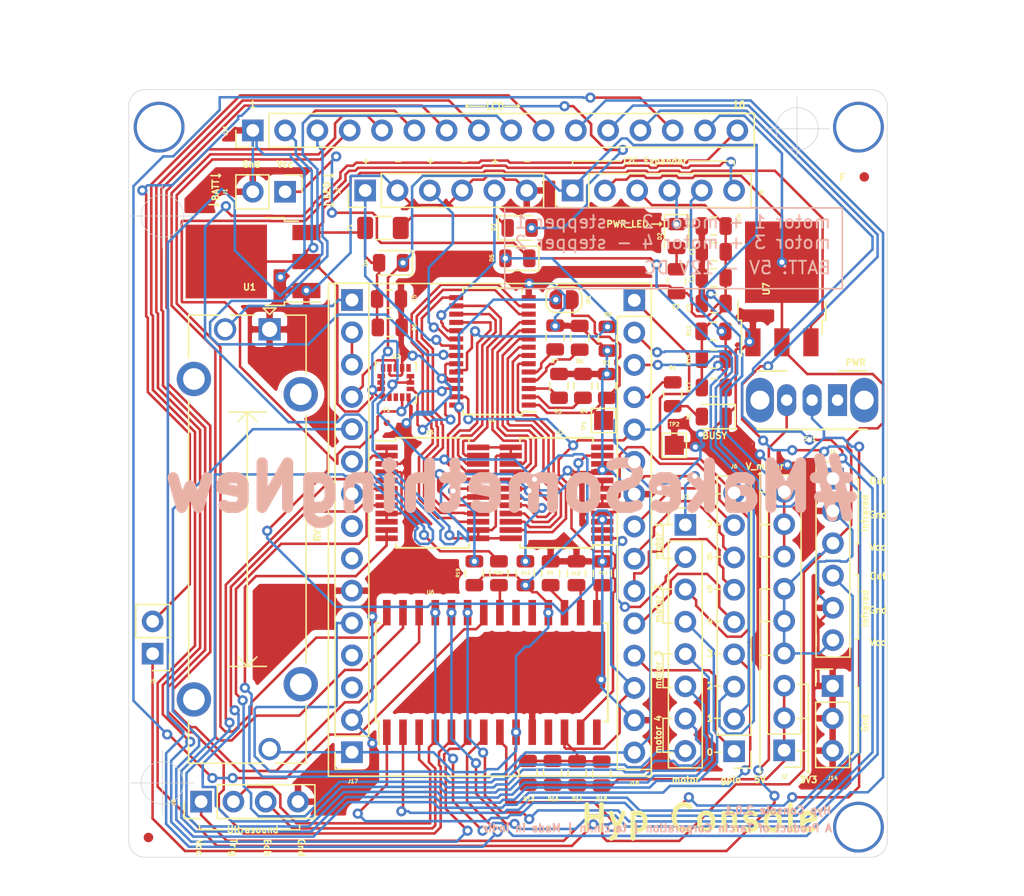
<source format=kicad_pcb>
(kicad_pcb (version 20171130) (host pcbnew "(5.1.0)-1")
  (title_block (title Console) (date 19-04-2019) (rev 2.0.1) (company "Tarcin Corporation") (comment 1 "Trail 1 - mk@tarcin.in"))
  (layers (0 F.Cu signal) (31 B.Cu signal) (34 B.Paste user) (35 F.Paste user) (36 B.SilkS user) (37 F.SilkS user) (38 B.Mask user) (39 F.Mask user) (44 Edge.Cuts user))
  (net 0 "")
  (net 1 +3V3)
  (net 2 GND)
  (net 3 /VIN)
  (net 4 "Net-(D1-Pad2)")
  (net 5 "Net-(D2-Pad2)")
  (net 6 "Net-(D3-Pad1)")
  (net 7 /SWITCH_OUT)
  (net 8 /SWITCH_IN)
  (net 9 /V_MOTOR)
  (net 10 /LED3)
  (net 11 /LED2)
  (net 12 /LED1)
  (net 13 /OUT0)
  (net 14 /OUT1)
  (net 15 /OUT2)
  (net 16 /OUT3)
  (net 17 /OUT4)
  (net 18 /OUT5)
  (net 19 /OUT6)
  (net 20 /OUT7)
  (net 21 /OUT8)
  (net 22 /LCD_K)
  (net 23 /LCD_D7)
  (net 24 /LCD_D6)
  (net 25 /LCD_D5)
  (net 26 /LCD_D4)
  (net 27 /LCD_EN)
  (net 28 /LCD_RW)
  (net 29 /LCD_RS)
  (net 30 /IR_1)
  (net 31 /IR_2)
  (net 32 /US_TRIG)
  (net 33 /US_ECHO)
  (net 34 /PCA_A0)
  (net 35 /LIS_INT)
  (net 36 "Net-(NMCU1-PadRSV)")
  (net 37 /POT_IN)
  (net 38 /DEF_LED)
  (net 39 /SDA)
  (net 40 /SCL)
  (net 41 /MCP_A2)
  (net 42 /MCP_A1)
  (net 43 /MCP_A0)
  (net 44 /PCA_A1)
  (net 45 /PCA_A2)
  (net 46 /PCA_A3)
  (net 47 /PCA_A4)
  (net 48 /PCA_A5)
  (net 49 /PWMA1)
  (net 50 /A1IN1)
  (net 51 /A1IN2)
  (net 52 /PWMB1)
  (net 53 /B1IN1)
  (net 54 /B1IN2)
  (net 55 /PWMA2)
  (net 56 /A2IN1)
  (net 57 /A2IN2)
  (net 58 /PWMB2)
  (net 59 /B2IN1)
  (net 60 /B2IN2)
  (net 61 "Net-(R16-Pad2)")
  (net 62 "Net-(R19-Pad2)")
  (net 63 "Net-(R20-Pad2)")
  (net 64 "Net-(U2-Pad2)")
  (net 65 "Net-(U2-Pad3)")
  (net 66 "Net-(U2-Pad9)")
  (net 67 "Net-(U6-Pad11)")
  (net 68 "Net-(U6-Pad14)")
  (net 69 "Net-(U6-Pad19)")
  (net 70 "Net-(U6-Pad20)")
  (net 71 +5V)
  (net 72 /LCD_D3)
  (net 73 /LCD_D2)
  (net 74 /LCD_D1)
  (net 75 /LCD_D0)
  (net 76 /LCD_POT)
  (net 77 "Net-(J17-Pad14)")
  (net 78 "Net-(J17-Pad13)")
  (net 79 /MOSI)
  (net 80 /CS)
  (net 81 /MISO)
  (net 82 /SCLK)
  (net 83 /EN)
  (net 84 /RST)
  (net 85 /3)
  (net 86 /m42)
  (net 87 /m41)
  (net 88 /m32)
  (net 89 /m31)
  (net 90 /m22)
  (net 91 /m21)
  (net 92 /m12)
  (net 93 /m11)
  (net 94 "Net-(J5-Pad1)")
  (net 95 /BSY_LED)
  (net 96 "Net-(SW1-Pad1)")
  (module Button_Switch_THT:SW_CuK_OS102011MA1QN1_SPDT_Angled (layer F.Cu) (at 113.542 54.229 180)
    (fp_text reference SW1 (at 2.163 -3.048) (layer F.SilkS) (effects (font (size 0.3 0.3) (thickness 0.075))))
    (fp_text value SW_SPDT)
    (pad "" thru_hole oval (at 6.1 0 180) (size 2.2 3.5) (drill 1.5) (layers *.Cu *.Mask))
    (pad "" thru_hole oval (at -2.1 0 180) (size 2.2 3.5) (drill 1.5) (layers *.Cu *.Mask))
    (pad 3 thru_hole oval (at 4 0 180) (size 1.5 2.5) (drill 0.9) (layers *.Cu *.Mask) (net 94 "Net-(J5-Pad1)"))
    (pad 2 thru_hole oval (at 2 0 180) (size 1.5 2.5) (drill 0.9) (layers *.Cu *.Mask) (net 8 /SWITCH_IN))
    (pad 1 thru_hole rect (at 0 0 180) (size 1.5 2.5) (drill 0.9) (layers *.Cu *.Mask) (net 96 "Net-(SW1-Pad1)"))
  )
  (module Custom:NodeMCU (layer F.Cu) (at 86.2076 64.1096)
    (fp_text reference NMCU1 hide)
    (fp_text value nodeMCU)
    (pad D0 thru_hole oval (at 11.3538 -17.7292) (size 1.7 1.7) (drill 1) (layers *.Cu *.Mask) (net 21 /OUT8))
    (pad D7 thru_hole oval (at 11.3538 5.1308) (size 1.7 1.7) (drill 1) (layers *.Cu *.Mask) (net 18 /OUT5))
    (pad TX thru_hole oval (at 11.3538 12.7508) (size 1.7 1.7) (drill 1) (layers *.Cu *.Mask) (net 40 /SCL))
    (pad 3V3 thru_hole oval (at 11.3538 -5.0292) (size 1.7 1.7) (drill 1) (layers *.Cu *.Mask) (net 85 /3))
    (pad D4 thru_hole oval (at 11.3538 -7.5692) (size 1.7 1.7) (drill 1) (layers *.Cu *.Mask) (net 39 /SDA))
    (pad D8 thru_hole oval (at 11.3538 7.6708) (size 1.7 1.7) (drill 1) (layers *.Cu *.Mask) (net 17 /OUT4))
    (pad D5 thru_hole oval (at 11.3538 0.0508) (size 1.7 1.7) (drill 1) (layers *.Cu *.Mask) (net 20 /OUT7))
    (pad RX thru_hole oval (at 11.3538 10.2108) (size 1.7 1.7) (drill 1) (layers *.Cu *.Mask) (net 13 /OUT0))
    (pad 3V3 thru_hole oval (at 11.3538 17.8308) (size 1.7 1.7) (drill 1) (layers *.Cu *.Mask) (net 85 /3))
    (pad D3 thru_hole oval (at 11.3538 -10.1092) (size 1.7 1.7) (drill 1) (layers *.Cu *.Mask) (net 95 /BSY_LED))
    (pad GND thru_hole oval (at 11.3538 -2.4892) (size 1.7 1.7) (drill 1) (layers *.Cu *.Mask) (net 2 GND))
    (pad D2 thru_hole oval (at 11.3538 -12.6492) (size 1.7 1.7) (drill 1) (layers *.Cu *.Mask) (net 14 /OUT1))
    (pad D6 thru_hole oval (at 11.3538 2.5908) (size 1.7 1.7) (drill 1) (layers *.Cu *.Mask) (net 19 /OUT6))
    (pad D1 thru_hole oval (at 11.3538 -15.1892) (size 1.7 1.7) (drill 1) (layers *.Cu *.Mask) (net 15 /OUT2))
    (pad GND thru_hole oval (at 11.3538 15.2908) (size 1.7 1.7) (drill 1) (layers *.Cu *.Mask) (net 2 GND))
    (pad CLK thru_hole oval (at -10.8458 2.5654) (size 1.7 1.7) (drill 1) (layers *.Cu *.Mask) (net 82 /SCLK))
    (pad EN thru_hole oval (at -10.8458 10.1854) (size 1.7 1.7) (drill 1) (layers *.Cu *.Mask) (net 83 /EN))
    (pad RSV thru_hole oval (at -10.8458 -12.6746) (size 1.7 1.7) (drill 1) (layers *.Cu *.Mask) (net 36 "Net-(NMCU1-PadRSV)"))
    (pad 3V3 thru_hole oval (at -10.8458 7.6454) (size 1.7 1.7) (drill 1) (layers *.Cu *.Mask) (net 85 /3))
    (pad GND thru_hole oval (at -10.8458 15.2654) (size 1.7 1.7) (drill 1) (layers *.Cu *.Mask) (net 2 GND))
    (pad A0 thru_hole rect (at -10.8458 -17.7546) (size 1.7 1.7) (drill 1) (layers *.Cu *.Mask) (net 37 /POT_IN))
    (pad CMD thru_hole oval (at -10.8458 -2.5146) (size 1.7 1.7) (drill 1) (layers *.Cu *.Mask) (net 80 /CS))
    (pad GND thru_hole oval (at -10.8458 5.1054) (size 1.7 1.7) (drill 1) (layers *.Cu *.Mask) (net 2 GND))
    (pad VIN thru_hole oval (at -10.8458 17.8054) (size 1.7 1.7) (drill 1) (layers *.Cu *.Mask) (net 1 +3V3))
    (pad RST thru_hole oval (at -10.8458 12.7254) (size 1.7 1.7) (drill 1) (layers *.Cu *.Mask) (net 84 /RST))
    (pad SD1 thru_hole oval (at -10.8458 -5.0546) (size 1.7 1.7) (drill 1) (layers *.Cu *.Mask) (net 79 /MOSI))
    (pad SD2 thru_hole oval (at -10.8458 -7.5946) (size 1.7 1.7) (drill 1) (layers *.Cu *.Mask) (net 16 /OUT3))
    (pad RSV thru_hole oval (at -10.8458 -15.2146) (size 1.7 1.7) (drill 1) (layers *.Cu *.Mask) (net 36 "Net-(NMCU1-PadRSV)"))
    (pad SD3 thru_hole oval (at -10.8458 -10.1346) (size 1.7 1.7) (drill 1) (layers *.Cu *.Mask) (net 35 /LIS_INT))
    (pad SD0 thru_hole oval (at -10.8458 0.0254) (size 1.7 1.7) (drill 1) (layers *.Cu *.Mask) (net 81 /MISO))
  )
  (module TestPoint:TestPoint_Pad_1.5x1.5mm (layer F.Cu) (at 100.711 57.785)
    (fp_text reference TP2 (at 0 -1.648) (layer F.SilkS) (effects (font (size 0.3 0.3) (thickness 0.075))))
    (fp_text value TestPoint)
    (pad 1 smd rect (at 0 0) (size 1.5 1.5) (layers F.Cu F.Mask) (net 2 GND))
  )
  (module Connector_PinHeader_2.54mm:PinHeader_1x02_P2.54mm_Vertical (layer F.Cu) (at 59.69 74.168 180)
    (fp_text reference J5 (at 0 -2.159) (layer F.SilkS) (effects (font (size 0.3 0.3) (thickness 0.075))))
    (fp_text value pwr_jumper)
    (pad 2 thru_hole oval (at 0 2.54 180) (size 1.7 1.7) (drill 1) (layers *.Cu *.Mask) (net 7 /SWITCH_OUT))
    (pad 1 thru_hole rect (at 0 0 180) (size 1.7 1.7) (drill 1) (layers *.Cu *.Mask) (net 94 "Net-(J5-Pad1)"))
  )
  (module Connector_PinHeader_2.54mm:PinHeader_1x09_P2.54mm_Vertical (layer F.Cu) (at 109.347 81.7626 180)
    (fp_text reference J2 (at 0 -2.0574 180) (layer F.SilkS) (effects (font (size 0.3 0.3) (thickness 0.075))))
    (fp_text value 3v3_gnd)
    (pad 9 thru_hole oval (at 0 20.32 180) (size 1.7 1.7) (drill 1) (layers *.Cu *.Mask) (net 9 /V_MOTOR))
    (pad 8 thru_hole oval (at 0 17.78 180) (size 1.7 1.7) (drill 1) (layers *.Cu *.Mask) (net 9 /V_MOTOR))
    (pad 7 thru_hole oval (at 0 15.24 180) (size 1.7 1.7) (drill 1) (layers *.Cu *.Mask) (net 9 /V_MOTOR))
    (pad 6 thru_hole oval (at 0 12.7 180) (size 1.7 1.7) (drill 1) (layers *.Cu *.Mask) (net 71 +5V))
    (pad 5 thru_hole oval (at 0 10.16 180) (size 1.7 1.7) (drill 1) (layers *.Cu *.Mask) (net 71 +5V))
    (pad 4 thru_hole oval (at 0 7.62 180) (size 1.7 1.7) (drill 1) (layers *.Cu *.Mask) (net 71 +5V))
    (pad 3 thru_hole oval (at 0 5.08 180) (size 1.7 1.7) (drill 1) (layers *.Cu *.Mask) (net 1 +3V3))
    (pad 2 thru_hole oval (at 0 2.54 180) (size 1.7 1.7) (drill 1) (layers *.Cu *.Mask) (net 1 +3V3))
    (pad 1 thru_hole rect (at 0 0 180) (size 1.7 1.7) (drill 1) (layers *.Cu *.Mask) (net 1 +3V3))
  )
  (module Connector_PinHeader_2.54mm:PinHeader_1x03_P2.54mm_Vertical (layer F.Cu) (at 113.157 76.708)
    (fp_text reference J14 (at 0 7.239 180) (layer F.SilkS) (effects (font (size 0.3 0.3) (thickness 0.075))))
    (fp_text value gnd_out)
    (pad 3 thru_hole oval (at 0 5.08) (size 1.7 1.7) (drill 1) (layers *.Cu *.Mask) (net 2 GND))
    (pad 2 thru_hole oval (at 0 2.54) (size 1.7 1.7) (drill 1) (layers *.Cu *.Mask) (net 2 GND))
    (pad 1 thru_hole rect (at 0 0) (size 1.7 1.7) (drill 1) (layers *.Cu *.Mask) (net 2 GND))
  )
  (module Connector_PinHeader_2.54mm:PinHeader_1x08_P2.54mm_Vertical (layer F.Cu) (at 101.5746 64.0334)
    (fp_text reference J3 (at 0.0254 -2.1844) (layer F.SilkS) (effects (font (size 0.3 0.3) (thickness 0.075))))
    (fp_text value motor_out)
    (pad 8 thru_hole oval (at 0 17.78) (size 1.7 1.7) (drill 1) (layers *.Cu *.Mask) (net 87 /m41))
    (pad 7 thru_hole oval (at 0 15.24) (size 1.7 1.7) (drill 1) (layers *.Cu *.Mask) (net 86 /m42))
    (pad 6 thru_hole oval (at 0 12.7) (size 1.7 1.7) (drill 1) (layers *.Cu *.Mask) (net 88 /m32))
    (pad 5 thru_hole oval (at 0 10.16) (size 1.7 1.7) (drill 1) (layers *.Cu *.Mask) (net 89 /m31))
    (pad 4 thru_hole oval (at 0 7.62) (size 1.7 1.7) (drill 1) (layers *.Cu *.Mask) (net 91 /m21))
    (pad 3 thru_hole oval (at 0 5.08) (size 1.7 1.7) (drill 1) (layers *.Cu *.Mask) (net 90 /m22))
    (pad 2 thru_hole oval (at 0 2.54) (size 1.7 1.7) (drill 1) (layers *.Cu *.Mask) (net 93 /m11))
    (pad 1 thru_hole rect (at 0 0) (size 1.7 1.7) (drill 1) (layers *.Cu *.Mask) (net 92 /m12))
  )
  (module Connector_PinHeader_2.54mm:PinHeader_1x06_P2.54mm_Vertical (layer F.Cu) (at 113.1824 60.4012)
    (fp_text reference J4 (at 0 -2.1082) (layer F.SilkS) (effects (font (size 0.3 0.3) (thickness 0.075))))
    (fp_text value ir_out)
    (pad 6 thru_hole oval (at 0 12.7) (size 1.7 1.7) (drill 1) (layers *.Cu *.Mask) (net 71 +5V))
    (pad 5 thru_hole oval (at 0 10.16) (size 1.7 1.7) (drill 1) (layers *.Cu *.Mask) (net 2 GND))
    (pad 4 thru_hole oval (at 0 7.62) (size 1.7 1.7) (drill 1) (layers *.Cu *.Mask) (net 31 /IR_2))
    (pad 3 thru_hole oval (at 0 5.08) (size 1.7 1.7) (drill 1) (layers *.Cu *.Mask) (net 71 +5V))
    (pad 2 thru_hole oval (at 0 2.54) (size 1.7 1.7) (drill 1) (layers *.Cu *.Mask) (net 2 GND))
    (pad 1 thru_hole rect (at 0 0) (size 1.7 1.7) (drill 1) (layers *.Cu *.Mask) (net 30 /IR_1))
  )
  (module Fiducial:Fiducial_0.5mm_Mask1mm (layer F.Cu) (at 78.105 56.007)
    (fp_text reference F1 (at 0 -1.016) (layer F.SilkS) (effects (font (size 0.3 0.3) (thickness 0.075))))
    (fp_text value Fiducial_0.5mm_Mask1mm)
    (pad "" smd circle (at 0 0) (size 0.5 0.5) (layers F.Cu F.Mask) (clearance 0.25))
  )
  (module Fiducial:Fiducial_0.75mm_Mask2.25mm (layer F.Cu) (at 115.6462 36.6776)
    (fp_text reference F (at -1.7272 0.0254) (layer F.SilkS) (effects (font (size 0.5 0.5) (thickness 0.12))))
    (fp_text value Fiducial_0.75mm_Mask2.25mm)
    (pad "" smd circle (at 0 0) (size 0.75 0.75) (layers F.Cu F.Mask) (clearance 0.75))
  )
  (module Fiducial:Fiducial_0.75mm_Mask2.25mm (layer F.Cu) (at 59.3598 88.6206)
    (fp_text reference F hide)
    (fp_text value Fiducial_0.75mm_Mask2.25mm)
    (pad "" smd circle (at 0 0) (size 0.75 0.75) (layers F.Cu F.Mask) (clearance 0.75))
  )
  (module Connector_PinSocket_2.54mm:PinSocket_1x15_P2.54mm_Vertical (layer F.Cu) (at 97.5614 46.3804)
    (fp_text reference J18 (at -0.0254 37.9476) (layer F.SilkS) (effects (font (size 0.3 0.3) (thickness 0.075))))
    (fp_text value node_conn_2)
    (pad 15 thru_hole oval (at 0 35.56) (size 1.7 1.7) (drill 1) (layers *.Cu *.Mask) (net 85 /3))
    (pad 14 thru_hole oval (at 0 33.02) (size 1.7 1.7) (drill 1) (layers *.Cu *.Mask) (net 2 GND))
    (pad 13 thru_hole oval (at 0 30.48) (size 1.7 1.7) (drill 1) (layers *.Cu *.Mask) (net 40 /SCL))
    (pad 12 thru_hole oval (at 0 27.94) (size 1.7 1.7) (drill 1) (layers *.Cu *.Mask) (net 13 /OUT0))
    (pad 11 thru_hole oval (at 0 25.4) (size 1.7 1.7) (drill 1) (layers *.Cu *.Mask) (net 17 /OUT4))
    (pad 10 thru_hole oval (at 0 22.86) (size 1.7 1.7) (drill 1) (layers *.Cu *.Mask) (net 18 /OUT5))
    (pad 9 thru_hole oval (at 0 20.32) (size 1.7 1.7) (drill 1) (layers *.Cu *.Mask) (net 19 /OUT6))
    (pad 8 thru_hole oval (at 0 17.78) (size 1.7 1.7) (drill 1) (layers *.Cu *.Mask) (net 20 /OUT7))
    (pad 7 thru_hole oval (at 0 15.24) (size 1.7 1.7) (drill 1) (layers *.Cu *.Mask) (net 2 GND))
    (pad 6 thru_hole oval (at 0 12.7) (size 1.7 1.7) (drill 1) (layers *.Cu *.Mask) (net 85 /3))
    (pad 5 thru_hole oval (at 0 10.16) (size 1.7 1.7) (drill 1) (layers *.Cu *.Mask) (net 39 /SDA))
    (pad 4 thru_hole oval (at 0 7.62) (size 1.7 1.7) (drill 1) (layers *.Cu *.Mask) (net 38 /DEF_LED))
    (pad 3 thru_hole oval (at 0 5.08) (size 1.7 1.7) (drill 1) (layers *.Cu *.Mask) (net 14 /OUT1))
    (pad 2 thru_hole oval (at 0 2.54) (size 1.7 1.7) (drill 1) (layers *.Cu *.Mask) (net 15 /OUT2))
    (pad 1 thru_hole rect (at 0 0) (size 1.7 1.7) (drill 1) (layers *.Cu *.Mask) (net 21 /OUT8))
  )
  (module Connector_PinSocket_2.54mm:PinSocket_1x15_P2.54mm_Vertical (layer F.Cu) (at 75.3618 81.915 180)
    (fp_text reference J17 (at -0.0762 -2.286 180) (layer F.SilkS) (effects (font (size 0.3 0.3) (thickness 0.075))))
    (fp_text value node_conn_1)
    (pad 1 thru_hole rect (at 0 0 180) (size 1.7 1.7) (drill 1) (layers *.Cu *.Mask) (net 1 +3V3))
    (pad 2 thru_hole oval (at 0 2.54 180) (size 1.7 1.7) (drill 1) (layers *.Cu *.Mask) (net 2 GND))
    (pad 3 thru_hole oval (at 0 5.08 180) (size 1.7 1.7) (drill 1) (layers *.Cu *.Mask) (net 84 /RST))
    (pad 4 thru_hole oval (at 0 7.62 180) (size 1.7 1.7) (drill 1) (layers *.Cu *.Mask) (net 83 /EN))
    (pad 5 thru_hole oval (at 0 10.16 180) (size 1.7 1.7) (drill 1) (layers *.Cu *.Mask) (net 85 /3))
    (pad 6 thru_hole oval (at 0 12.7 180) (size 1.7 1.7) (drill 1) (layers *.Cu *.Mask) (net 2 GND))
    (pad 7 thru_hole oval (at 0 15.24 180) (size 1.7 1.7) (drill 1) (layers *.Cu *.Mask) (net 82 /SCLK))
    (pad 8 thru_hole oval (at 0 17.78 180) (size 1.7 1.7) (drill 1) (layers *.Cu *.Mask) (net 81 /MISO))
    (pad 9 thru_hole oval (at 0 20.32 180) (size 1.7 1.7) (drill 1) (layers *.Cu *.Mask) (net 80 /CS))
    (pad 10 thru_hole oval (at 0 22.86 180) (size 1.7 1.7) (drill 1) (layers *.Cu *.Mask) (net 79 /MOSI))
    (pad 11 thru_hole oval (at 0 25.4 180) (size 1.7 1.7) (drill 1) (layers *.Cu *.Mask) (net 16 /OUT3))
    (pad 12 thru_hole oval (at 0 27.94 180) (size 1.7 1.7) (drill 1) (layers *.Cu *.Mask) (net 35 /LIS_INT))
    (pad 13 thru_hole oval (at 0 30.48 180) (size 1.7 1.7) (drill 1) (layers *.Cu *.Mask) (net 78 "Net-(J17-Pad13)"))
    (pad 14 thru_hole oval (at 0 33.02 180) (size 1.7 1.7) (drill 1) (layers *.Cu *.Mask) (net 77 "Net-(J17-Pad14)"))
    (pad 15 thru_hole oval (at 0 35.56 180) (size 1.7 1.7) (drill 1) (layers *.Cu *.Mask) (net 37 /POT_IN))
  )
  (module Package_TO_SOT_SMD:TO-252-3_TabPin2 (layer F.Cu) (at 109.1692 45.4832 90)
    (fp_text reference U7 (at 0 -1.2192 90) (layer F.SilkS) (effects (font (size 0.5 0.5) (thickness 0.12))))
    (fp_text value AZ1117-5.0)
    (pad 2 smd rect (at 2.1 0 90) (size 6.4 5.8) (layers F.Cu F.Mask) (net 71 +5V))
    (pad 3 smd rect (at -4.2 2.28 90) (size 2.2 1.2) (layers F.Cu F.Paste F.Mask) (net 3 /VIN))
    (pad 2 smd rect (at -4.2 0 90) (size 2.2 1.2) (layers F.Cu F.Paste F.Mask) (net 71 +5V))
    (pad 1 smd rect (at -4.2 -2.28 90) (size 2.2 1.2) (layers F.Cu F.Paste F.Mask) (net 2 GND))
  )
  (module Connector_PinHeader_2.54mm:PinHeader_1x16_P2.54mm_Vertical (layer F.Cu) (at 67.564 33.02 90)
    (fp_text reference J11 (at 0 -2.159 90) (layer F.SilkS) (effects (font (size 0.3 0.3) (thickness 0.075))))
    (fp_text value lcd_out)
    (pad 16 thru_hole oval (at 0 38.1 90) (size 1.7 1.7) (drill 1) (layers *.Cu *.Mask) (net 22 /LCD_K))
    (pad 15 thru_hole oval (at 0 35.56 90) (size 1.7 1.7) (drill 1) (layers *.Cu *.Mask) (net 71 +5V))
    (pad 14 thru_hole oval (at 0 33.02 90) (size 1.7 1.7) (drill 1) (layers *.Cu *.Mask) (net 23 /LCD_D7))
    (pad 13 thru_hole oval (at 0 30.48 90) (size 1.7 1.7) (drill 1) (layers *.Cu *.Mask) (net 24 /LCD_D6))
    (pad 12 thru_hole oval (at 0 27.94 90) (size 1.7 1.7) (drill 1) (layers *.Cu *.Mask) (net 25 /LCD_D5))
    (pad 11 thru_hole oval (at 0 25.4 90) (size 1.7 1.7) (drill 1) (layers *.Cu *.Mask) (net 26 /LCD_D4))
    (pad 10 thru_hole oval (at 0 22.86 90) (size 1.7 1.7) (drill 1) (layers *.Cu *.Mask) (net 72 /LCD_D3))
    (pad 9 thru_hole oval (at 0 20.32 90) (size 1.7 1.7) (drill 1) (layers *.Cu *.Mask) (net 73 /LCD_D2))
    (pad 8 thru_hole oval (at 0 17.78 90) (size 1.7 1.7) (drill 1) (layers *.Cu *.Mask) (net 74 /LCD_D1))
    (pad 7 thru_hole oval (at 0 15.24 90) (size 1.7 1.7) (drill 1) (layers *.Cu *.Mask) (net 75 /LCD_D0))
    (pad 6 thru_hole oval (at 0 12.7 90) (size 1.7 1.7) (drill 1) (layers *.Cu *.Mask) (net 27 /LCD_EN))
    (pad 5 thru_hole oval (at 0 10.16 90) (size 1.7 1.7) (drill 1) (layers *.Cu *.Mask) (net 28 /LCD_RW))
    (pad 4 thru_hole oval (at 0 7.62 90) (size 1.7 1.7) (drill 1) (layers *.Cu *.Mask) (net 29 /LCD_RS))
    (pad 3 thru_hole oval (at 0 5.08 90) (size 1.7 1.7) (drill 1) (layers *.Cu *.Mask) (net 76 /LCD_POT))
    (pad 2 thru_hole oval (at 0 2.54 90) (size 1.7 1.7) (drill 1) (layers *.Cu *.Mask) (net 1 +3V3))
    (pad 1 thru_hole rect (at 0 0 90) (size 1.7 1.7) (drill 1) (layers *.Cu *.Mask) (net 2 GND))
  )
  (module Connector_PinHeader_2.54mm:PinHeader_1x06_P2.54mm_Vertical (layer F.Cu) (at 92.71 37.7444 90)
    (fp_text reference J9 (at -0.2286 14.859 90) (layer F.SilkS) (effects (font (size 0.3 0.3) (thickness 0.075))))
    (fp_text value i2c_out)
    (pad 6 thru_hole oval (at 0 12.7 90) (size 1.7 1.7) (drill 1) (layers *.Cu *.Mask) (net 40 /SCL))
    (pad 5 thru_hole oval (at 0 10.16 90) (size 1.7 1.7) (drill 1) (layers *.Cu *.Mask) (net 39 /SDA))
    (pad 4 thru_hole oval (at 0 7.62 90) (size 1.7 1.7) (drill 1) (layers *.Cu *.Mask) (net 2 GND))
    (pad 3 thru_hole oval (at 0 5.08 90) (size 1.7 1.7) (drill 1) (layers *.Cu *.Mask) (net 1 +3V3))
    (pad 2 thru_hole oval (at 0 2.54 90) (size 1.7 1.7) (drill 1) (layers *.Cu *.Mask) (net 71 +5V))
    (pad 1 thru_hole rect (at 0 0 90) (size 1.7 1.7) (drill 1) (layers *.Cu *.Mask) (net 9 /V_MOTOR))
  )
  (module Connector_PinHeader_2.54mm:PinHeader_1x06_P2.54mm_Vertical (layer F.Cu) (at 76.4032 37.7444 90)
    (fp_text reference J7 (at 0 -2.1082 90) (layer F.SilkS) (effects (font (size 0.3 0.3) (thickness 0.075))))
    (fp_text value led_out)
    (pad 6 thru_hole oval (at 0 12.7 90) (size 1.7 1.7) (drill 1) (layers *.Cu *.Mask) (net 2 GND))
    (pad 5 thru_hole oval (at 0 10.16 90) (size 1.7 1.7) (drill 1) (layers *.Cu *.Mask) (net 10 /LED3))
    (pad 4 thru_hole oval (at 0 7.62 90) (size 1.7 1.7) (drill 1) (layers *.Cu *.Mask) (net 2 GND))
    (pad 3 thru_hole oval (at 0 5.08 90) (size 1.7 1.7) (drill 1) (layers *.Cu *.Mask) (net 11 /LED2))
    (pad 2 thru_hole oval (at 0 2.54 90) (size 1.7 1.7) (drill 1) (layers *.Cu *.Mask) (net 2 GND))
    (pad 1 thru_hole rect (at 0 0 90) (size 1.7 1.7) (drill 1) (layers *.Cu *.Mask) (net 12 /LED1))
  )
  (module Resistor_SMD:R_0805_2012Metric (layer F.Cu) (at 89.2048 83.5383 90)
    (fp_text reference R13 (at -2.0597 0.0762 180) (layer F.SilkS) (effects (font (size 0.3 0.3) (thickness 0.075))))
    (fp_text value 10k)
    (pad 2 smd roundrect (at 0.9375 0 90) (size 0.975 1.4) (layers F.Cu F.Paste F.Mask) (net 40 /SCL))
    (pad 1 smd roundrect (at -0.9375 0 90) (size 0.975 1.4) (layers F.Cu F.Paste F.Mask) (net 1 +3V3))
  )
  (module Resistor_SMD:R_0805_2012Metric (layer F.Cu) (at 103.7844 48.8188)
    (fp_text reference R12 (at -1.9304 -0.0508 90) (layer F.SilkS) (effects (font (size 0.3 0.3) (thickness 0.075))))
    (fp_text value 10k)
    (pad 2 smd roundrect (at 0.9375 0) (size 0.975 1.4) (layers F.Cu F.Paste F.Mask) (net 39 /SDA))
    (pad 1 smd roundrect (at -0.9375 0) (size 0.975 1.4) (layers F.Cu F.Paste F.Mask) (net 1 +3V3))
  )
  (module Resistor_SMD:R_0805_2012Metric (layer F.Cu) (at 94.996 83.5891 90)
    (fp_text reference R18 (at -2.0089 0 180) (layer F.SilkS) (effects (font (size 0.3 0.3) (thickness 0.075))))
    (fp_text value 10k)
    (pad 2 smd roundrect (at 0.9375 0 90) (size 0.975 1.4) (layers F.Cu F.Paste F.Mask) (net 40 /SCL))
    (pad 1 smd roundrect (at -0.9375 0 90) (size 0.975 1.4) (layers F.Cu F.Paste F.Mask) (net 1 +3V3))
  )
  (module Resistor_SMD:R_0805_2012Metric (layer F.Cu) (at 103.8121 53.2384)
    (fp_text reference R17 (at -1.9581 -0.0254 90) (layer F.SilkS) (effects (font (size 0.3 0.3) (thickness 0.075))))
    (fp_text value 10k)
    (pad 2 smd roundrect (at 0.9375 0) (size 0.975 1.4) (layers F.Cu F.Paste F.Mask) (net 39 /SDA))
    (pad 1 smd roundrect (at -0.9375 0) (size 0.975 1.4) (layers F.Cu F.Paste F.Mask) (net 1 +3V3))
  )
  (module Resistor_SMD:R_0805_2012Metric (layer F.Cu) (at 103.8121 51.0032)
    (fp_text reference R15 (at -1.9581 0.0508 90) (layer F.SilkS) (effects (font (size 0.3 0.3) (thickness 0.075))))
    (fp_text value 10k)
    (pad 2 smd roundrect (at 0.9375 0) (size 0.975 1.4) (layers F.Cu F.Paste F.Mask) (net 39 /SDA))
    (pad 1 smd roundrect (at -0.9375 0) (size 0.975 1.4) (layers F.Cu F.Paste F.Mask) (net 1 +3V3))
  )
  (module Resistor_SMD:R_0805_2012Metric (layer F.Cu) (at 93.0656 83.566 90)
    (fp_text reference R14 (at -2.032 0.0254 180) (layer F.SilkS) (effects (font (size 0.3 0.3) (thickness 0.075))))
    (fp_text value 10k)
    (pad 2 smd roundrect (at 0.9375 0 90) (size 0.975 1.4) (layers F.Cu F.Paste F.Mask) (net 40 /SCL))
    (pad 1 smd roundrect (at -0.9375 0 90) (size 0.975 1.4) (layers F.Cu F.Paste F.Mask) (net 1 +3V3))
  )
  (module Resistor_SMD:R_0805_2012Metric (layer F.Cu) (at 91.1352 83.5383 90)
    (fp_text reference R16 (at -2.0597 0.0508 180) (layer F.SilkS) (effects (font (size 0.3 0.3) (thickness 0.075))))
    (fp_text value 10k)
    (pad 2 smd roundrect (at 0.9375 0 90) (size 0.975 1.4) (layers F.Cu F.Paste F.Mask) (net 40 /SCL))
    (pad 1 smd roundrect (at -0.9375 0 90) (size 0.975 1.4) (layers F.Cu F.Paste F.Mask) (net 1 +3V3))
  )
  (module Jumper:SolderJumper-2_P1.3mm_Open_RoundedPad1.0x1.5mm (layer F.Cu) (at 92.0392 46.3296 180)
    (fp_text reference JP1 (at -1.9408 -0.0254 90) (layer F.SilkS) (effects (font (size 0.3 0.3) (thickness 0.075))))
    (fp_text value SolderJumper_2_Open)
    (pad 1 smd custom (at -0.65 0 180) (size 1 0.5) (layers F.Cu F.Mask) (net 34 /PCA_A0) (options (clearance outline) (anchor rect)) (primitives (gr_circle (center 0 0.25) (end 0.5 0.25) (width 0)) (gr_circle (center 0 -0.25) (end 0.5 -0.25) (width 0)) (gr_poly (pts (xy 0 -0.75) (xy 0.5 -0.75) (xy 0.5 0.75) (xy 0 0.75)) (width 0))))
    (pad 2 smd custom (at 0.65 0 180) (size 1 0.5) (layers F.Cu F.Mask) (net 1 +3V3) (options (clearance outline) (anchor rect)) (primitives (gr_circle (center 0 0.25) (end 0.5 0.25) (width 0)) (gr_circle (center 0 -0.25) (end 0.5 -0.25) (width 0)) (gr_poly (pts (xy 0 -0.75) (xy -0.5 -0.75) (xy -0.5 0.75) (xy 0 0.75)) (width 0))))
  )
  (module Capacitor_SMD:C_0805_2012Metric (layer F.Cu) (at 103.8075 40.5384 180)
    (fp_text reference C4 (at -1.9835 0.6604 270) (layer F.SilkS) (effects (font (size 0.3 0.3) (thickness 0.075))))
    (fp_text value 1uF)
    (pad 1 smd roundrect (at -0.9375 0 180) (size 0.975 1.4) (layers F.Cu F.Paste F.Mask) (net 1 +3V3))
    (pad 2 smd roundrect (at 0.9375 0 180) (size 0.975 1.4) (layers F.Cu F.Paste F.Mask) (net 2 GND))
  )
  (module Resistor_SMD:R_0805_2012Metric (layer F.Cu) (at 86.9188 67.8411 270)
    (fp_text reference R20 (at -0.0231 0.0508) (layer F.SilkS) (effects (font (size 0.25 0.25) (thickness 0.0625))))
    (fp_text value 220)
    (pad 1 smd roundrect (at -0.9375 0 270) (size 0.975 1.4) (layers F.Cu F.Paste F.Mask) (net 22 /LCD_K))
    (pad 2 smd roundrect (at 0.9375 0 270) (size 0.975 1.4) (layers F.Cu F.Paste F.Mask) (net 63 "Net-(R20-Pad2)"))
  )
  (module Package_SO:TSSOP-28_4.4x9.7mm_P0.65mm (layer F.Cu) (at 86.4108 50.3936 180)
    (fp_text reference U4 (at 0.0508 -5.4864 180) (layer F.SilkS) (effects (font (size 0.3 0.3) (thickness 0.075))))
    (fp_text value PCA9685PW)
    (pad 28 smd rect (at 2.85 -4.225 180) (size 1.1 0.4) (layers F.Cu F.Paste F.Mask) (net 1 +3V3))
    (pad 27 smd rect (at 2.85 -3.575 180) (size 1.1 0.4) (layers F.Cu F.Paste F.Mask) (net 39 /SDA))
    (pad 26 smd rect (at 2.85 -2.925 180) (size 1.1 0.4) (layers F.Cu F.Paste F.Mask) (net 40 /SCL))
    (pad 25 smd rect (at 2.85 -2.275 180) (size 1.1 0.4) (layers F.Cu F.Paste F.Mask) (net 2 GND))
    (pad 24 smd rect (at 2.85 -1.625 180) (size 1.1 0.4) (layers F.Cu F.Paste F.Mask) (net 48 /PCA_A5))
    (pad 23 smd rect (at 2.85 -0.975 180) (size 1.1 0.4) (layers F.Cu F.Paste F.Mask) (net 2 GND))
    (pad 22 smd rect (at 2.85 -0.325 180) (size 1.1 0.4) (layers F.Cu F.Paste F.Mask) (net 76 /LCD_POT))
    (pad 21 smd rect (at 2.85 0.325 180) (size 1.1 0.4) (layers F.Cu F.Paste F.Mask) (net 12 /LED1))
    (pad 20 smd rect (at 2.85 0.975 180) (size 1.1 0.4) (layers F.Cu F.Paste F.Mask) (net 11 /LED2))
    (pad 19 smd rect (at 2.85 1.625 180) (size 1.1 0.4) (layers F.Cu F.Paste F.Mask) (net 10 /LED3))
    (pad 18 smd rect (at 2.85 2.275 180) (size 1.1 0.4) (layers F.Cu F.Paste F.Mask) (net 56 /A2IN1))
    (pad 17 smd rect (at 2.85 2.925 180) (size 1.1 0.4) (layers F.Cu F.Paste F.Mask) (net 57 /A2IN2))
    (pad 16 smd rect (at 2.85 3.575 180) (size 1.1 0.4) (layers F.Cu F.Paste F.Mask) (net 55 /PWMA2))
    (pad 15 smd rect (at 2.85 4.225 180) (size 1.1 0.4) (layers F.Cu F.Paste F.Mask) (net 59 /B2IN1))
    (pad 14 smd rect (at -2.85 4.225 180) (size 1.1 0.4) (layers F.Cu F.Paste F.Mask) (net 2 GND))
    (pad 13 smd rect (at -2.85 3.575 180) (size 1.1 0.4) (layers F.Cu F.Paste F.Mask) (net 58 /PWMB2))
    (pad 12 smd rect (at -2.85 2.925 180) (size 1.1 0.4) (layers F.Cu F.Paste F.Mask) (net 60 /B2IN2))
    (pad 11 smd rect (at -2.85 2.275 180) (size 1.1 0.4) (layers F.Cu F.Paste F.Mask) (net 52 /PWMB1))
    (pad 10 smd rect (at -2.85 1.625 180) (size 1.1 0.4) (layers F.Cu F.Paste F.Mask) (net 54 /B1IN2))
    (pad 9 smd rect (at -2.85 0.975 180) (size 1.1 0.4) (layers F.Cu F.Paste F.Mask) (net 53 /B1IN1))
    (pad 8 smd rect (at -2.85 0.325 180) (size 1.1 0.4) (layers F.Cu F.Paste F.Mask) (net 50 /A1IN1))
    (pad 7 smd rect (at -2.85 -0.325 180) (size 1.1 0.4) (layers F.Cu F.Paste F.Mask) (net 51 /A1IN2))
    (pad 6 smd rect (at -2.85 -0.975 180) (size 1.1 0.4) (layers F.Cu F.Paste F.Mask) (net 49 /PWMA1))
    (pad 5 smd rect (at -2.85 -1.625 180) (size 1.1 0.4) (layers F.Cu F.Paste F.Mask) (net 47 /PCA_A4))
    (pad 4 smd rect (at -2.85 -2.275 180) (size 1.1 0.4) (layers F.Cu F.Paste F.Mask) (net 46 /PCA_A3))
    (pad 3 smd rect (at -2.85 -2.925 180) (size 1.1 0.4) (layers F.Cu F.Paste F.Mask) (net 45 /PCA_A2))
    (pad 2 smd rect (at -2.85 -3.575 180) (size 1.1 0.4) (layers F.Cu F.Paste F.Mask) (net 44 /PCA_A1))
    (pad 1 smd rect (at -2.85 -4.225 180) (size 1.1 0.4) (layers F.Cu F.Paste F.Mask) (net 34 /PCA_A0))
  )
  (module Capacitor_SMD:C_0805_2012Metric (layer F.Cu) (at 103.8121 42.5704 180)
    (fp_text reference C1 (at 1.7041 0.0254 270) (layer F.SilkS) (effects (font (size 0.3 0.3) (thickness 0.075))))
    (fp_text value 10uF)
    (pad 1 smd roundrect (at -0.9375 0 180) (size 0.975 1.4) (layers F.Cu F.Paste F.Mask) (net 1 +3V3))
    (pad 2 smd roundrect (at 0.9375 0 180) (size 0.975 1.4) (layers F.Cu F.Paste F.Mask) (net 2 GND))
  )
  (module Capacitor_SMD:C_0805_2012Metric (layer F.Cu) (at 78.275401 46.273801)
    (fp_text reference C5 (at 1.988599 -0.045801 90) (layer F.SilkS) (effects (font (size 0.3 0.3) (thickness 0.075))))
    (fp_text value 10uF)
    (pad 1 smd roundrect (at -0.9375 0) (size 0.975 1.4) (layers F.Cu F.Paste F.Mask) (net 3 /VIN))
    (pad 2 smd roundrect (at 0.9375 0) (size 0.975 1.4) (layers F.Cu F.Paste F.Mask) (net 2 GND))
  )
  (module Capacitor_SMD:C_0805_2012Metric (layer F.Cu) (at 103.8075 44.6024 180)
    (fp_text reference C2 (at 1.6995 -0.1016 270) (layer F.SilkS) (effects (font (size 0.3 0.3) (thickness 0.075))))
    (fp_text value 1uF)
    (pad 2 smd roundrect (at 0.9375 0 180) (size 0.975 1.4) (layers F.Cu F.Paste F.Mask) (net 2 GND))
    (pad 1 smd roundrect (at -0.9375 0 180) (size 0.975 1.4) (layers F.Cu F.Paste F.Mask) (net 1 +3V3))
  )
  (module Capacitor_SMD:C_0805_2012Metric (layer F.Cu) (at 78.3336 48.514)
    (fp_text reference C6 (at 1.9304 0 90) (layer F.SilkS) (effects (font (size 0.3 0.3) (thickness 0.075))))
    (fp_text value 1uF)
    (pad 2 smd roundrect (at 0.9375 0) (size 0.975 1.4) (layers F.Cu F.Paste F.Mask) (net 2 GND))
    (pad 1 smd roundrect (at -0.9375 0) (size 0.975 1.4) (layers F.Cu F.Paste F.Mask) (net 3 /VIN))
  )
  (module Capacitor_SMD:C_0805_2012Metric (layer F.Cu) (at 103.8075 46.6344 180)
    (fp_text reference C3 (at 1.9535 -0.3556 270) (layer F.SilkS) (effects (font (size 0.3 0.3) (thickness 0.075))))
    (fp_text value 1uF)
    (pad 2 smd roundrect (at 0.9375 0 180) (size 0.975 1.4) (layers F.Cu F.Paste F.Mask) (net 2 GND))
    (pad 1 smd roundrect (at -0.9375 0 180) (size 0.975 1.4) (layers F.Cu F.Paste F.Mask) (net 1 +3V3))
  )
  (module LED_SMD:LED_0805_2012Metric (layer F.Cu) (at 103.8121 55.5244 180)
    (fp_text reference D1 (at 1.9581 0.0254 90) (layer F.SilkS) (effects (font (size 0.3 0.3) (thickness 0.075))))
    (fp_text value LED)
    (pad 1 smd roundrect (at -0.9375 0 180) (size 0.975 1.4) (layers F.Cu F.Paste F.Mask) (net 2 GND))
    (pad 2 smd roundrect (at 0.9375 0 180) (size 0.975 1.4) (layers F.Cu F.Paste F.Mask) (net 4 "Net-(D1-Pad2)"))
  )
  (module LED_SMD:LED_0805_2012Metric (layer F.Cu) (at 100.8888 41.3281 270)
    (fp_text reference D2 (at 0.0231 1.3208 270) (layer F.SilkS) (effects (font (size 0.3 0.3) (thickness 0.075))))
    (fp_text value LED)
    (pad 2 smd roundrect (at 0.9375 0 270) (size 0.975 1.4) (layers F.Cu F.Paste F.Mask) (net 5 "Net-(D2-Pad2)"))
    (pad 1 smd roundrect (at -0.9375 0 270) (size 0.975 1.4) (layers F.Cu F.Paste F.Mask) (net 2 GND))
  )
  (module Diode_SMD:D_0805_2012Metric (layer F.Cu) (at 88.5444 40.6908)
    (fp_text reference D3 (at -2.0574 -0.0508 90) (layer F.SilkS) (effects (font (size 0.3 0.3) (thickness 0.075))))
    (fp_text value MBR120)
    (pad 1 smd roundrect (at -0.9375 0) (size 0.975 1.4) (layers F.Cu F.Paste F.Mask) (net 6 "Net-(D3-Pad1)"))
    (pad 2 smd roundrect (at 0.9375 0) (size 0.975 1.4) (layers F.Cu F.Paste F.Mask) (net 7 /SWITCH_OUT))
  )
  (module Diode_SMD:D_0805_2012Metric (layer F.Cu) (at 88.3689 43.0784 180)
    (fp_text reference D5 (at 2.0089 0.0254 270) (layer F.SilkS) (effects (font (size 0.3 0.3) (thickness 0.075))))
    (fp_text value MBR120)
    (pad 1 smd roundrect (at -0.9375 0 180) (size 0.975 1.4) (layers F.Cu F.Paste F.Mask) (net 8 /SWITCH_IN))
    (pad 2 smd roundrect (at 0.9375 0 180) (size 0.975 1.4) (layers F.Cu F.Paste F.Mask) (net 85 /3))
  )
  (module Diode_SMD:D_0805_2012Metric (layer F.Cu) (at 78.4352 43.434 180)
    (fp_text reference D4 (at 1.9812 0 90) (layer F.SilkS) (effects (font (size 0.3 0.3) (thickness 0.075))))
    (fp_text value MBR120)
    (pad 1 smd roundrect (at -0.9375 0 180) (size 0.975 1.4) (layers F.Cu F.Paste F.Mask) (net 9 /V_MOTOR))
    (pad 2 smd roundrect (at 0.9375 0 180) (size 0.975 1.4) (layers F.Cu F.Paste F.Mask) (net 3 /VIN))
  )
  (module Fuse:Fuse_1206_3216Metric (layer F.Cu) (at 77.7972 40.6908)
    (fp_text reference F1 (at -2.6132 -0.0508 90) (layer F.SilkS) (effects (font (size 0.3 0.3) (thickness 0.075))))
    (fp_text value Fuse)
    (pad 1 smd roundrect (at -1.4 0) (size 1.25 1.75) (layers F.Cu F.Paste F.Mask) (roundrect_rratio 0.2) (net 3 /VIN))
    (pad 2 smd roundrect (at 1.4 0) (size 1.25 1.75) (layers F.Cu F.Paste F.Mask) (roundrect_rratio 0.2) (net 6 "Net-(D3-Pad1)"))
  )
  (module Connector_PinHeader_2.54mm:PinHeader_1x02_P2.54mm_Vertical (layer F.Cu) (at 70.104 37.846 270)
    (fp_text reference J1 (at 0 4.699 90) (layer F.SilkS) (effects (font (size 0.3 0.3) (thickness 0.075))))
    (fp_text value batt_in)
    (pad 1 thru_hole rect (at 0 0 270) (size 1.7 1.7) (drill 1) (layers *.Cu *.Mask) (net 8 /SWITCH_IN))
    (pad 2 thru_hole oval (at 0 2.54 270) (size 1.7 1.7) (drill 1) (layers *.Cu *.Mask) (net 2 GND))
  )
  (module Connector_PinHeader_2.54mm:PinHeader_1x09_P2.54mm_Vertical (layer F.Cu) (at 105.41 81.8388 180)
    (fp_text reference J6 (at 0 22.4028 180) (layer F.SilkS) (effects (font (size 0.3 0.3) (thickness 0.075))))
    (fp_text value gpio)
    (pad 1 thru_hole rect (at 0 0 180) (size 1.7 1.7) (drill 1) (layers *.Cu *.Mask) (net 13 /OUT0))
    (pad 2 thru_hole oval (at 0 2.54 180) (size 1.7 1.7) (drill 1) (layers *.Cu *.Mask) (net 14 /OUT1))
    (pad 3 thru_hole oval (at 0 5.08 180) (size 1.7 1.7) (drill 1) (layers *.Cu *.Mask) (net 15 /OUT2))
    (pad 4 thru_hole oval (at 0 7.62 180) (size 1.7 1.7) (drill 1) (layers *.Cu *.Mask) (net 16 /OUT3))
    (pad 5 thru_hole oval (at 0 10.16 180) (size 1.7 1.7) (drill 1) (layers *.Cu *.Mask) (net 17 /OUT4))
    (pad 6 thru_hole oval (at 0 12.7 180) (size 1.7 1.7) (drill 1) (layers *.Cu *.Mask) (net 18 /OUT5))
    (pad 7 thru_hole oval (at 0 15.24 180) (size 1.7 1.7) (drill 1) (layers *.Cu *.Mask) (net 19 /OUT6))
    (pad 8 thru_hole oval (at 0 17.78 180) (size 1.7 1.7) (drill 1) (layers *.Cu *.Mask) (net 20 /OUT7))
    (pad 9 thru_hole oval (at 0 20.32 180) (size 1.7 1.7) (drill 1) (layers *.Cu *.Mask) (net 21 /OUT8))
  )
  (module Connector_PinHeader_2.54mm:PinHeader_1x04_P2.54mm_Vertical (layer F.Cu) (at 63.5 85.8012 90)
    (fp_text reference J8 (at -0.0508 -2.159 90) (layer F.SilkS) (effects (font (size 0.3 0.3) (thickness 0.075))))
    (fp_text value sensor_in)
    (pad 1 thru_hole rect (at 0 0 90) (size 1.7 1.7) (drill 1) (layers *.Cu *.Mask) (net 71 +5V))
    (pad 2 thru_hole oval (at 0 2.54 90) (size 1.7 1.7) (drill 1) (layers *.Cu *.Mask) (net 32 /US_TRIG))
    (pad 3 thru_hole oval (at 0 5.08 90) (size 1.7 1.7) (drill 1) (layers *.Cu *.Mask) (net 33 /US_ECHO))
    (pad 4 thru_hole oval (at 0 7.62 90) (size 1.7 1.7) (drill 1) (layers *.Cu *.Mask) (net 2 GND))
  )
  (module Resistor_SMD:R_0805_2012Metric (layer F.Cu) (at 100.584 53.7695 90)
    (fp_text reference R1 (at 2.0805 0) (layer F.SilkS) (effects (font (size 0.3 0.3) (thickness 0.075))))
    (fp_text value 220)
    (pad 2 smd roundrect (at 0.9375 0 90) (size 0.975 1.4) (layers F.Cu F.Paste F.Mask) (net 95 /BSY_LED))
    (pad 1 smd roundrect (at -0.9375 0 90) (size 0.975 1.4) (layers F.Cu F.Paste F.Mask) (net 4 "Net-(D1-Pad2)"))
  )
  (module Resistor_SMD:R_0805_2012Metric (layer F.Cu) (at 100.8888 44.8795 90)
    (fp_text reference R2 (at -1.9835 -0.0508) (layer F.SilkS) (effects (font (size 0.3 0.3) (thickness 0.075))))
    (fp_text value 220)
    (pad 1 smd roundrect (at -0.9375 0 90) (size 0.975 1.4) (layers F.Cu F.Paste F.Mask) (net 1 +3V3))
    (pad 2 smd roundrect (at 0.9375 0 90) (size 0.975 1.4) (layers F.Cu F.Paste F.Mask) (net 5 "Net-(D2-Pad2)"))
  )
  (module Resistor_SMD:R_0805_2012Metric (layer F.Cu) (at 90.9828 67.8411 90)
    (fp_text reference R9 (at 0.0231 -0.0508 180) (layer F.SilkS) (effects (font (size 0.25 0.25) (thickness 0.0625))))
    (fp_text value 10k)
    (pad 2 smd roundrect (at 0.9375 0 90) (size 0.975 1.4) (layers F.Cu F.Paste F.Mask) (net 2 GND))
    (pad 1 smd roundrect (at -0.9375 0 90) (size 0.975 1.4) (layers F.Cu F.Paste F.Mask) (net 41 /MCP_A2))
  )
  (module Resistor_SMD:R_0805_2012Metric (layer F.Cu) (at 93.0148 67.8411 90)
    (fp_text reference R10 (at -0.0277 -0.0508 180) (layer F.SilkS) (effects (font (size 0.25 0.25) (thickness 0.0625))))
    (fp_text value 10k)
    (pad 1 smd roundrect (at -0.9375 0 90) (size 0.975 1.4) (layers F.Cu F.Paste F.Mask) (net 42 /MCP_A1))
    (pad 2 smd roundrect (at 0.9375 0 90) (size 0.975 1.4) (layers F.Cu F.Paste F.Mask) (net 2 GND))
  )
  (module Resistor_SMD:R_0805_2012Metric (layer F.Cu) (at 95.0468 67.8457 90)
    (fp_text reference R11 (at 0.0277 0.0762 180) (layer F.SilkS) (effects (font (size 0.25 0.25) (thickness 0.0625))))
    (fp_text value 10k)
    (pad 2 smd roundrect (at 0.9375 0 90) (size 0.975 1.4) (layers F.Cu F.Paste F.Mask) (net 2 GND))
    (pad 1 smd roundrect (at -0.9375 0 90) (size 0.975 1.4) (layers F.Cu F.Paste F.Mask) (net 43 /MCP_A0))
  )
  (module Resistor_SMD:R_0805_2012Metric (layer F.Cu) (at 95.4024 53.1137 90)
    (fp_text reference R3 (at 1.8057 -0.0254) (layer F.SilkS) (effects (font (size 0.3 0.3) (thickness 0.075))))
    (fp_text value 10k)
    (pad 2 smd roundrect (at 0.9375 0 90) (size 0.975 1.4) (layers F.Cu F.Paste F.Mask) (net 2 GND))
    (pad 1 smd roundrect (at -0.9375 0 90) (size 0.975 1.4) (layers F.Cu F.Paste F.Mask) (net 34 /PCA_A0))
  )
  (module Resistor_SMD:R_0805_2012Metric (layer F.Cu) (at 93.5228 53.1091 90)
    (fp_text reference R4 (at -2.0089 0.0762) (layer F.SilkS) (effects (font (size 0.3 0.3) (thickness 0.075))))
    (fp_text value 10k)
    (pad 1 smd roundrect (at -0.9375 0 90) (size 0.975 1.4) (layers F.Cu F.Paste F.Mask) (net 44 /PCA_A1))
    (pad 2 smd roundrect (at 0.9375 0 90) (size 0.975 1.4) (layers F.Cu F.Paste F.Mask) (net 2 GND))
  )
  (module Resistor_SMD:R_0805_2012Metric (layer F.Cu) (at 91.6432 53.1091 90)
    (fp_text reference R5 (at -2.0089 -0.0762) (layer F.SilkS) (effects (font (size 0.3 0.3) (thickness 0.075))))
    (fp_text value 10k)
    (pad 2 smd roundrect (at 0.9375 0 90) (size 0.975 1.4) (layers F.Cu F.Paste F.Mask) (net 2 GND))
    (pad 1 smd roundrect (at -0.9375 0 90) (size 0.975 1.4) (layers F.Cu F.Paste F.Mask) (net 45 /PCA_A2))
  )
  (module Resistor_SMD:R_0805_2012Metric (layer F.Cu) (at 93.2688 49.3268 90)
    (fp_text reference R6 (at -1.8542 0) (layer F.SilkS) (effects (font (size 0.3 0.3) (thickness 0.075))))
    (fp_text value 10k)
    (pad 1 smd roundrect (at -0.9375 0 90) (size 0.975 1.4) (layers F.Cu F.Paste F.Mask) (net 46 /PCA_A3))
    (pad 2 smd roundrect (at 0.9375 0 90) (size 0.975 1.4) (layers F.Cu F.Paste F.Mask) (net 2 GND))
  )
  (module Resistor_SMD:R_0805_2012Metric (layer F.Cu) (at 91.3384 49.3037 90)
    (fp_text reference R7 (at -1.8773 -0.0254) (layer F.SilkS) (effects (font (size 0.3 0.3) (thickness 0.075))))
    (fp_text value 10k)
    (pad 2 smd roundrect (at 0.9375 0 90) (size 0.975 1.4) (layers F.Cu F.Paste F.Mask) (net 2 GND))
    (pad 1 smd roundrect (at -0.9375 0 90) (size 0.975 1.4) (layers F.Cu F.Paste F.Mask) (net 47 /PCA_A4))
  )
  (module Resistor_SMD:R_0805_2012Metric (layer F.Cu) (at 95.4532 49.4007 270)
    (fp_text reference R8 (at -1.9027 -0.0508) (layer F.SilkS) (effects (font (size 0.3 0.3) (thickness 0.075))))
    (fp_text value 10k)
    (pad 1 smd roundrect (at -0.9375 0 270) (size 0.975 1.4) (layers F.Cu F.Paste F.Mask) (net 48 /PCA_A5))
    (pad 2 smd roundrect (at 0.9375 0 270) (size 0.975 1.4) (layers F.Cu F.Paste F.Mask) (net 2 GND))
  )
  (module Resistor_SMD:R_0805_2012Metric (layer F.Cu) (at 89.0016 67.8411 90)
    (fp_text reference R16 (at 0 0.0254 180) (layer F.SilkS) (effects (font (size 0.25 0.25) (thickness 0.0625))))
    (fp_text value 10k)
    (pad 2 smd roundrect (at 0.9375 0 90) (size 0.975 1.4) (layers F.Cu F.Paste F.Mask) (net 61 "Net-(R16-Pad2)"))
    (pad 1 smd roundrect (at -0.9375 0 90) (size 0.975 1.4) (layers F.Cu F.Paste F.Mask) (net 1 +3V3))
  )
  (module Resistor_SMD:R_0805_2012Metric (layer F.Cu) (at 84.9884 67.8411 90)
    (fp_text reference R19 (at 0.0231 -1.2954 270) (layer F.SilkS) (effects (font (size 0.25 0.25) (thickness 0.0625))))
    (fp_text value 10k)
    (pad 1 smd roundrect (at -0.9375 0 90) (size 0.975 1.4) (layers F.Cu F.Paste F.Mask) (net 1 +3V3))
    (pad 2 smd roundrect (at 0.9375 0 90) (size 0.975 1.4) (layers F.Cu F.Paste F.Mask) (net 62 "Net-(R19-Pad2)"))
  )
  (module Potentiometer_THT:Potentiometer_Bourns_PTA2043_Single_Slide (layer F.Cu) (at 68.8848 48.6664 270)
    (fp_text reference RV1 (at 15.9766 -3.7592 270) (layer F.SilkS) (effects (font (size 0.5 0.5) (thickness 0.12))))
    (fp_text value R_POT_TRIM)
    (pad 1 thru_hole rect (at 0 0 270) (size 1.75 1.75) (drill 1.2) (layers *.Cu *.Mask) (net 2 GND))
    (pad 2 thru_hole circle (at 0 3.5 270) (size 1.75 1.75) (drill 1.2) (layers *.Cu *.Mask) (net 37 /POT_IN))
    (pad 3 thru_hole circle (at 33 0 270) (size 1.75 1.75) (drill 1.2) (layers *.Cu *.Mask) (net 1 +3V3))
    (pad MP thru_hole circle (at 5.1 -2.45 270) (size 2.7 2.7) (drill 1.7) (layers *.Cu *.Mask))
    (pad MP thru_hole circle (at 27.9 -2.45 270) (size 2.7 2.7) (drill 1.7) (layers *.Cu *.Mask))
    (pad MP thru_hole circle (at 3.9 5.95 270) (size 2.7 2.7) (drill 1.7) (layers *.Cu *.Mask))
    (pad MP thru_hole circle (at 29.1 5.95 270) (size 2.7 2.7) (drill 1.7) (layers *.Cu *.Mask))
  )
  (module TestPoint:TestPoint_Pad_1.5x1.5mm (layer F.Cu) (at 95.1484 55.8292)
    (fp_text reference TP1 (at -1.5494 0.4318 90) (layer F.SilkS) (effects (font (size 0.3 0.3) (thickness 0.075))))
    (fp_text value TestPoint)
    (pad 1 smd rect (at 0 0) (size 1.5 1.5) (layers F.Cu F.Mask) (net 34 /PCA_A0))
  )
  (module Package_TO_SOT_SMD:TO-252-3_TabPin2 (layer F.Cu) (at 67.5812 43.3324 180)
    (fp_text reference U1 (at 0.2712 -2.0066 180) (layer F.SilkS) (effects (font (size 0.5 0.5) (thickness 0.12))))
    (fp_text value AZ1117-3.3)
    (pad 1 smd rect (at -4.2 -2.28 180) (size 2.2 1.2) (layers F.Cu F.Paste F.Mask) (net 2 GND))
    (pad 2 smd rect (at -4.2 0 180) (size 2.2 1.2) (layers F.Cu F.Paste F.Mask) (net 1 +3V3))
    (pad 3 smd rect (at -4.2 2.28 180) (size 2.2 1.2) (layers F.Cu F.Paste F.Mask) (net 3 /VIN))
    (pad 2 smd rect (at 2.1 0 180) (size 6.4 5.8) (layers F.Cu F.Mask) (net 1 +3V3))
  )
  (module Package_LGA:LGA-16_3x3mm_P0.5mm_LayoutBorder3x5y (layer F.Cu) (at 78.8092 52.848 90)
    (fp_text reference U2 (at 2.048 0.0578 180) (layer F.SilkS) (effects (font (size 0.3 0.3) (thickness 0.075))))
    (fp_text value LIS3DH)
    (pad 1 smd rect (at -1.15 -1 90) (size 0.6 0.35) (layers F.Cu F.Paste F.Mask) (net 1 +3V3))
    (pad 2 smd rect (at -1.15 -0.5 90) (size 0.6 0.35) (layers F.Cu F.Paste F.Mask) (net 64 "Net-(U2-Pad2)"))
    (pad 3 smd rect (at -1.15 0 90) (size 0.6 0.35) (layers F.Cu F.Paste F.Mask) (net 65 "Net-(U2-Pad3)"))
    (pad 4 smd rect (at -1.15 0.5 90) (size 0.6 0.35) (layers F.Cu F.Paste F.Mask) (net 40 /SCL))
    (pad 5 smd rect (at -1.15 1 90) (size 0.6 0.35) (layers F.Cu F.Paste F.Mask) (net 2 GND))
    (pad 6 smd rect (at -0.5 1.15 90) (size 0.35 0.6) (layers F.Cu F.Paste F.Mask) (net 39 /SDA))
    (pad 7 smd rect (at 0 1.15 90) (size 0.35 0.6) (layers F.Cu F.Paste F.Mask) (net 1 +3V3))
    (pad 8 smd rect (at 0.5 1.15 90) (size 0.35 0.6) (layers F.Cu F.Paste F.Mask) (net 1 +3V3))
    (pad 9 smd rect (at 1.15 1 90) (size 0.6 0.35) (layers F.Cu F.Paste F.Mask) (net 66 "Net-(U2-Pad9)"))
    (pad 10 smd rect (at 1.15 0.5 90) (size 0.6 0.35) (layers F.Cu F.Paste F.Mask) (net 2 GND))
    (pad 11 smd rect (at 1.15 0 90) (size 0.6 0.35) (layers F.Cu F.Paste F.Mask) (net 35 /LIS_INT))
    (pad 12 smd rect (at 1.15 -0.5 90) (size 0.6 0.35) (layers F.Cu F.Paste F.Mask) (net 2 GND))
    (pad 13 smd rect (at 1.15 -1 90) (size 0.6 0.35) (layers F.Cu F.Paste F.Mask) (net 1 +3V3))
    (pad 14 smd rect (at 0.5 -1.15 90) (size 0.35 0.6) (layers F.Cu F.Paste F.Mask) (net 1 +3V3))
    (pad 15 smd rect (at 0 -1.15 90) (size 0.35 0.6) (layers F.Cu F.Paste F.Mask) (net 1 +3V3))
    (pad 16 smd rect (at -0.5 -1.15 90) (size 0.35 0.6) (layers F.Cu F.Paste F.Mask) (net 1 +3V3))
  )
  (module Package_SO:SOIC-28W_7.5x17.9mm_P1.27mm (layer F.Cu) (at 86.36 75.6412 90)
    (fp_text reference U6 (at 6.2992 -4.826 180) (layer F.SilkS) (effects (font (size 0.3 0.3) (thickness 0.075))))
    (fp_text value MCP23017_SP)
    (pad 1 smd rect (at -4.7 -8.255 90) (size 2 0.6) (layers F.Cu F.Paste F.Mask) (net 30 /IR_1))
    (pad 2 smd rect (at -4.7 -6.985 90) (size 2 0.6) (layers F.Cu F.Paste F.Mask) (net 31 /IR_2))
    (pad 3 smd rect (at -4.7 -5.715 90) (size 2 0.6) (layers F.Cu F.Paste F.Mask) (net 32 /US_TRIG))
    (pad 4 smd rect (at -4.7 -4.445 90) (size 2 0.6) (layers F.Cu F.Paste F.Mask) (net 33 /US_ECHO))
    (pad 5 smd rect (at -4.7 -3.175 90) (size 2 0.6) (layers F.Cu F.Paste F.Mask) (net 75 /LCD_D0))
    (pad 6 smd rect (at -4.7 -1.905 90) (size 2 0.6) (layers F.Cu F.Paste F.Mask) (net 74 /LCD_D1))
    (pad 7 smd rect (at -4.7 -0.635 90) (size 2 0.6) (layers F.Cu F.Paste F.Mask) (net 73 /LCD_D2))
    (pad 8 smd rect (at -4.7 0.635 90) (size 2 0.6) (layers F.Cu F.Paste F.Mask) (net 72 /LCD_D3))
    (pad 9 smd rect (at -4.7 1.905 90) (size 2 0.6) (layers F.Cu F.Paste F.Mask) (net 1 +3V3))
    (pad 10 smd rect (at -4.7 3.175 90) (size 2 0.6) (layers F.Cu F.Paste F.Mask) (net 2 GND))
    (pad 11 smd rect (at -4.7 4.445 90) (size 2 0.6) (layers F.Cu F.Paste F.Mask) (net 67 "Net-(U6-Pad11)"))
    (pad 12 smd rect (at -4.7 5.715 90) (size 2 0.6) (layers F.Cu F.Paste F.Mask) (net 40 /SCL))
    (pad 13 smd rect (at -4.7 6.985 90) (size 2 0.6) (layers F.Cu F.Paste F.Mask) (net 39 /SDA))
    (pad 14 smd rect (at -4.7 8.255 90) (size 2 0.6) (layers F.Cu F.Paste F.Mask) (net 68 "Net-(U6-Pad14)"))
    (pad 15 smd rect (at 4.7 8.255 90) (size 2 0.6) (layers F.Cu F.Paste F.Mask) (net 43 /MCP_A0))
    (pad 16 smd rect (at 4.7 6.985 90) (size 2 0.6) (layers F.Cu F.Paste F.Mask) (net 42 /MCP_A1))
    (pad 17 smd rect (at 4.7 5.715 90) (size 2 0.6) (layers F.Cu F.Paste F.Mask) (net 41 /MCP_A2))
    (pad 18 smd rect (at 4.7 4.445 90) (size 2 0.6) (layers F.Cu F.Paste F.Mask) (net 1 +3V3))
    (pad 19 smd rect (at 4.7 3.175 90) (size 2 0.6) (layers F.Cu F.Paste F.Mask) (net 69 "Net-(U6-Pad19)"))
    (pad 20 smd rect (at 4.7 1.905 90) (size 2 0.6) (layers F.Cu F.Paste F.Mask) (net 70 "Net-(U6-Pad20)"))
    (pad 21 smd rect (at 4.7 0.635 90) (size 2 0.6) (layers F.Cu F.Paste F.Mask) (net 63 "Net-(R20-Pad2)"))
    (pad 22 smd rect (at 4.7 -0.635 90) (size 2 0.6) (layers F.Cu F.Paste F.Mask) (net 23 /LCD_D7))
    (pad 23 smd rect (at 4.7 -1.905 90) (size 2 0.6) (layers F.Cu F.Paste F.Mask) (net 24 /LCD_D6))
    (pad 24 smd rect (at 4.7 -3.175 90) (size 2 0.6) (layers F.Cu F.Paste F.Mask) (net 25 /LCD_D5))
    (pad 25 smd rect (at 4.7 -4.445 90) (size 2 0.6) (layers F.Cu F.Paste F.Mask) (net 26 /LCD_D4))
    (pad 26 smd rect (at 4.7 -5.715 90) (size 2 0.6) (layers F.Cu F.Paste F.Mask) (net 27 /LCD_EN))
    (pad 27 smd rect (at 4.7 -6.985 90) (size 2 0.6) (layers F.Cu F.Paste F.Mask) (net 28 /LCD_RW))
    (pad 28 smd rect (at 4.7 -8.255 90) (size 2 0.6) (layers F.Cu F.Paste F.Mask) (net 29 /LCD_RS))
  )
  (module Package_SO:SSOP-24_5.3x8.2mm_P0.65mm (layer F.Cu) (at 91.4468 61.5188 180)
    (fp_text reference U3 (at -0.2472 4.7498 180) (layer F.SilkS) (effects (font (size 0.3 0.3) (thickness 0.075))))
    (fp_text value TB6612FNG)
    (pad 24 smd rect (at 3.6 -3.575 180) (size 1.75 0.45) (layers F.Cu F.Paste F.Mask) (net 9 /V_MOTOR))
    (pad 23 smd rect (at 3.6 -2.925 180) (size 1.75 0.45) (layers F.Cu F.Paste F.Mask) (net 49 /PWMA1))
    (pad 22 smd rect (at 3.6 -2.275 180) (size 1.75 0.45) (layers F.Cu F.Paste F.Mask) (net 51 /A1IN2))
    (pad 21 smd rect (at 3.6 -1.625 180) (size 1.75 0.45) (layers F.Cu F.Paste F.Mask) (net 50 /A1IN1))
    (pad 20 smd rect (at 3.6 -0.975 180) (size 1.75 0.45) (layers F.Cu F.Paste F.Mask) (net 1 +3V3))
    (pad 19 smd rect (at 3.6 -0.325 180) (size 1.75 0.45) (layers F.Cu F.Paste F.Mask) (net 61 "Net-(R16-Pad2)"))
    (pad 18 smd rect (at 3.6 0.325 180) (size 1.75 0.45) (layers F.Cu F.Paste F.Mask) (net 2 GND))
    (pad 17 smd rect (at 3.6 0.975 180) (size 1.75 0.45) (layers F.Cu F.Paste F.Mask) (net 53 /B1IN1))
    (pad 16 smd rect (at 3.6 1.625 180) (size 1.75 0.45) (layers F.Cu F.Paste F.Mask) (net 54 /B1IN2))
    (pad 15 smd rect (at 3.6 2.275 180) (size 1.75 0.45) (layers F.Cu F.Paste F.Mask) (net 52 /PWMB1))
    (pad 14 smd rect (at 3.6 2.925 180) (size 1.75 0.45) (layers F.Cu F.Paste F.Mask) (net 9 /V_MOTOR))
    (pad 13 smd rect (at 3.6 3.575 180) (size 1.75 0.45) (layers F.Cu F.Paste F.Mask) (net 9 /V_MOTOR))
    (pad 12 smd rect (at -3.6 3.575 180) (size 1.75 0.45) (layers F.Cu F.Paste F.Mask) (net 91 /m21))
    (pad 11 smd rect (at -3.6 2.925 180) (size 1.75 0.45) (layers F.Cu F.Paste F.Mask) (net 91 /m21))
    (pad 10 smd rect (at -3.6 2.275 180) (size 1.75 0.45) (layers F.Cu F.Paste F.Mask) (net 2 GND))
    (pad 9 smd rect (at -3.6 1.625 180) (size 1.75 0.45) (layers F.Cu F.Paste F.Mask) (net 2 GND))
    (pad 8 smd rect (at -3.6 0.975 180) (size 1.75 0.45) (layers F.Cu F.Paste F.Mask) (net 90 /m22))
    (pad 7 smd rect (at -3.6 0.325 180) (size 1.75 0.45) (layers F.Cu F.Paste F.Mask) (net 90 /m22))
    (pad 6 smd rect (at -3.6 -0.325 180) (size 1.75 0.45) (layers F.Cu F.Paste F.Mask) (net 92 /m12))
    (pad 5 smd rect (at -3.6 -0.975 180) (size 1.75 0.45) (layers F.Cu F.Paste F.Mask) (net 92 /m12))
    (pad 4 smd rect (at -3.6 -1.625 180) (size 1.75 0.45) (layers F.Cu F.Paste F.Mask) (net 2 GND))
    (pad 3 smd rect (at -3.6 -2.275 180) (size 1.75 0.45) (layers F.Cu F.Paste F.Mask) (net 2 GND))
    (pad 2 smd rect (at -3.6 -2.925 180) (size 1.75 0.45) (layers F.Cu F.Paste F.Mask) (net 93 /m11))
    (pad 1 smd rect (at -3.6 -3.575 180) (size 1.75 0.45) (layers F.Cu F.Paste F.Mask) (net 93 /m11))
  )
  (module Package_SO:SSOP-24_5.3x8.2mm_P0.65mm (layer F.Cu) (at 81.6864 61.5188)
    (fp_text reference U5 (at -0.2032 -4.7498) (layer F.SilkS) (effects (font (size 0.3 0.3) (thickness 0.075))))
    (fp_text value TB6612FNG)
    (pad 1 smd rect (at -3.6 -3.575) (size 1.75 0.45) (layers F.Cu F.Paste F.Mask) (net 89 /m31))
    (pad 2 smd rect (at -3.6 -2.925) (size 1.75 0.45) (layers F.Cu F.Paste F.Mask) (net 89 /m31))
    (pad 3 smd rect (at -3.6 -2.275) (size 1.75 0.45) (layers F.Cu F.Paste F.Mask) (net 2 GND))
    (pad 4 smd rect (at -3.6 -1.625) (size 1.75 0.45) (layers F.Cu F.Paste F.Mask) (net 2 GND))
    (pad 5 smd rect (at -3.6 -0.975) (size 1.75 0.45) (layers F.Cu F.Paste F.Mask) (net 88 /m32))
    (pad 6 smd rect (at -3.6 -0.325) (size 1.75 0.45) (layers F.Cu F.Paste F.Mask) (net 88 /m32))
    (pad 7 smd rect (at -3.6 0.325) (size 1.75 0.45) (layers F.Cu F.Paste F.Mask) (net 86 /m42))
    (pad 8 smd rect (at -3.6 0.975) (size 1.75 0.45) (layers F.Cu F.Paste F.Mask) (net 86 /m42))
    (pad 9 smd rect (at -3.6 1.625) (size 1.75 0.45) (layers F.Cu F.Paste F.Mask) (net 2 GND))
    (pad 10 smd rect (at -3.6 2.275) (size 1.75 0.45) (layers F.Cu F.Paste F.Mask) (net 2 GND))
    (pad 11 smd rect (at -3.6 2.925) (size 1.75 0.45) (layers F.Cu F.Paste F.Mask) (net 87 /m41))
    (pad 12 smd rect (at -3.6 3.575) (size 1.75 0.45) (layers F.Cu F.Paste F.Mask) (net 87 /m41))
    (pad 13 smd rect (at 3.6 3.575) (size 1.75 0.45) (layers F.Cu F.Paste F.Mask) (net 9 /V_MOTOR))
    (pad 14 smd rect (at 3.6 2.925) (size 1.75 0.45) (layers F.Cu F.Paste F.Mask) (net 9 /V_MOTOR))
    (pad 15 smd rect (at 3.6 2.275) (size 1.75 0.45) (layers F.Cu F.Paste F.Mask) (net 58 /PWMB2))
    (pad 16 smd rect (at 3.6 1.625) (size 1.75 0.45) (layers F.Cu F.Paste F.Mask) (net 60 /B2IN2))
    (pad 17 smd rect (at 3.6 0.975) (size 1.75 0.45) (layers F.Cu F.Paste F.Mask) (net 59 /B2IN1))
    (pad 18 smd rect (at 3.6 0.325) (size 1.75 0.45) (layers F.Cu F.Paste F.Mask) (net 2 GND))
    (pad 19 smd rect (at 3.6 -0.325) (size 1.75 0.45) (layers F.Cu F.Paste F.Mask) (net 62 "Net-(R19-Pad2)"))
    (pad 20 smd rect (at 3.6 -0.975) (size 1.75 0.45) (layers F.Cu F.Paste F.Mask) (net 1 +3V3))
    (pad 21 smd rect (at 3.6 -1.625) (size 1.75 0.45) (layers F.Cu F.Paste F.Mask) (net 56 /A2IN1))
    (pad 22 smd rect (at 3.6 -2.275) (size 1.75 0.45) (layers F.Cu F.Paste F.Mask) (net 57 /A2IN2))
    (pad 23 smd rect (at 3.6 -2.925) (size 1.75 0.45) (layers F.Cu F.Paste F.Mask) (net 55 /PWMA2))
    (pad 24 smd rect (at 3.6 -3.575) (size 1.75 0.45) (layers F.Cu F.Paste F.Mask) (net 9 /V_MOTOR))
  )
  (gr_text PWR (at 114.9604 51.2699) (layer F.SilkS) (effects (font (size 0.5 0.5) (thickness 0.12))))
  (gr_line (start 87.376 45.466) (end 87.376 39.116) (layer B.SilkS) (width 0.12))
  (gr_line (start 113.919 45.466) (end 87.376 45.466) (layer B.SilkS) (width 0.12))
  (gr_line (start 113.919 39.116) (end 113.919 45.466) (layer B.SilkS) (width 0.12))
  (gr_line (start 87.376 39.116) (end 113.919 39.116) (layer B.SilkS) (width 0.12))
  (gr_line (start 98.933 40.386) (end 99.695 40.386) (layer F.SilkS) (width 0.12))
  (gr_line (start 99.695 40.386) (end 99.568 40.259) (layer F.SilkS) (width 0.12))
  (gr_line (start 99.695 40.386) (end 99.568 40.513) (layer F.SilkS) (width 0.12))
  (gr_line (start 64.897 38.862) (end 64.77 38.989) (layer F.SilkS) (width 0.12))
  (gr_line (start 64.897 38.862) (end 64.77 38.735) (layer F.SilkS) (width 0.12))
  (gr_line (start 64.135 38.862) (end 64.897 38.862) (layer F.SilkS) (width 0.12))
  (gr_line (start 65.024 36.576) (end 64.897 36.703) (layer F.SilkS) (width 0.12))
  (gr_line (start 65.024 36.576) (end 64.897 36.449) (layer F.SilkS) (width 0.12))
  (gr_line (start 64.262 36.576) (end 65.024 36.576) (layer F.SilkS) (width 0.12))
  (target plus (at 60.452 39.751) (size 5) (width 0.05) (layer Edge.Cuts))
  (target plus (at 60.452 84.328) (size 5) (width 0.05) (layer Edge.Cuts))
  (target plus (at 110.363 32.893) (size 5) (width 0.05) (layer Edge.Cuts))
  (gr_text PWR_LED (at 97.028 40.386) (layer F.SilkS) (effects (font (size 0.5 0.5) (thickness 0.12))))
  (gr_text BUSY (at 103.886 57.023) (layer F.SilkS) (effects (font (size 0.5 0.5) (thickness 0.12))))
  (gr_text motor (at 101.6 84.074) (layer F.SilkS) (effects (font (size 0.5 0.5) (thickness 0.12))))
  (gr_text gpio (at 105.156 84.074) (layer F.SilkS) (effects (font (size 0.5 0.5) (thickness 0.12))))
  (gr_text 3V3 (at 111.252 84.074) (layer F.SilkS) (effects (font (size 0.5 0.5) (thickness 0.12))))
  (gr_text Gnd (at 115.697 79.629 90) (layer F.SilkS) (effects (font (size 0.5 0.5) (thickness 0.12))))
  (gr_text "BATT: 5V - 12V DC" (at 105.664 43.815) (layer B.SilkS) (effects (font (size 1 1)) (justify mirror)))
  (gr_text "motor 1 + motor 2 - stepper 1\nmotor 3 + motor 4 - stepper 2" (at 100.584 41.021) (layer B.SilkS) (effects (font (size 1 1)) (justify mirror)))
  (gr_text "#MakeSomethingNew" (at 87.884 61.087) (layer B.SilkS) (effects (font (size 3.5 3.5) (thickness 0.875)) (justify mirror)))
  (gr_text "A Product of Tarcin Corporation | tarcin.in | Made in India" (at 99.314 87.884) (layer B.SilkS) (effects (font (size 0.6 0.6)) (justify mirror)))
  (gr_text "Hyp Console 2.0.1" (at 108.839 86.487) (layer B.SilkS) (effects (font (size 0.6 0.6)) (justify mirror)))
  (gr_text "Hyp Console" (at 102.743 87.122) (layer F.SilkS) (effects (font (size 2 2) (thickness 0.375))))
  (gr_text Gnd (at 67.437 35.687) (layer F.SilkS) (effects (font (size 0.5 0.5) (thickness 0.12))))
  (gr_text Vcc (at 70.104 35.687) (layer F.SilkS) (effects (font (size 0.5 0.5) (thickness 0.12))))
  (gr_text BATT (at 64.643 37.719 90) (layer F.SilkS) (effects (font (size 0.5 0.5) (thickness 0.12))))
  (gr_line (start 105.41 35.56) (end 105.41 35.687) (layer F.SilkS) (width 0.12))
  (gr_line (start 105.41 35.433) (end 105.41 35.56) (layer F.SilkS) (width 0.12))
  (gr_line (start 101.854 35.433) (end 105.41 35.433) (layer F.SilkS) (width 0.12))
  (gr_line (start 92.71 35.433) (end 92.71 35.687) (layer F.SilkS) (width 0.12))
  (gr_line (start 92.71 35.433) (end 96.52 35.433) (layer F.SilkS) (width 0.12))
  (gr_text "I2C Expander" (at 99.187 35.433) (layer F.SilkS) (effects (font (size 0.5 0.5) (thickness 0.12))))
  (gr_line (start 73.914 38.862) (end 73.787 38.989) (layer F.SilkS) (width 0.12))
  (gr_line (start 73.914 38.862) (end 73.787 38.735) (layer F.SilkS) (width 0.12))
  (gr_line (start 73.152 38.862) (end 73.914 38.862) (layer F.SilkS) (width 0.12))
  (gr_line (start 73.914 36.576) (end 73.787 36.703) (layer F.SilkS) (width 0.12))
  (gr_line (start 73.914 36.576) (end 73.787 36.449) (layer F.SilkS) (width 0.12))
  (gr_line (start 73.152 36.576) (end 73.914 36.576) (layer F.SilkS) (width 0.12))
  (gr_text LED (at 73.406 37.719 90) (layer F.SilkS) (effects (font (size 0.5 0.5) (thickness 0.12))))
  (gr_text - (at 89.154 35.433) (layer F.SilkS) (effects (font (size 0.5 0.5) (thickness 0.12))))
  (gr_text - (at 84.201 35.433) (layer F.SilkS) (effects (font (size 0.5 0.5) (thickness 0.12))))
  (gr_text - (at 78.994 35.433) (layer F.SilkS) (effects (font (size 0.5 0.5) (thickness 0.12))))
  (gr_text + (at 86.614 35.433) (layer F.SilkS) (effects (font (size 0.5 0.5) (thickness 0.12))))
  (gr_text + (at 81.534 35.433) (layer F.SilkS) (effects (font (size 0.5 0.5) (thickness 0.12))))
  (gr_text + (at 76.454 35.433) (layer F.SilkS) (effects (font (size 0.5 0.5) (thickness 0.12))))
  (gr_text 16 (at 105.791 30.988) (layer F.SilkS) (effects (font (size 0.5 0.5) (thickness 0.12))))
  (gr_text 1 (at 67.564 30.988) (layer F.SilkS) (effects (font (size 0.5 0.5) (thickness 0.12))))
  (gr_line (start 88.519 31.115) (end 88.392 31.242) (layer F.SilkS) (width 0.12))
  (gr_line (start 88.392 30.988) (end 88.519 31.115) (layer F.SilkS) (width 0.12))
  (gr_line (start 88.519 31.115) (end 88.392 30.988) (layer F.SilkS) (width 0.12))
  (gr_line (start 87.376 31.115) (end 88.519 31.115) (layer F.SilkS) (width 0.12))
  (gr_line (start 84.328 31.115) (end 84.455 30.988) (layer F.SilkS) (width 0.12))
  (gr_line (start 84.455 31.242) (end 84.328 31.115) (layer F.SilkS) (width 0.12))
  (gr_line (start 84.328 31.115) (end 84.455 31.242) (layer F.SilkS) (width 0.12))
  (gr_line (start 85.852 31.115) (end 84.328 31.115) (layer F.SilkS) (width 0.12))
  (gr_text LCD (at 86.614 31.115) (layer F.SilkS) (effects (font (size 0.5 0.5) (thickness 0.12))))
  (gr_line (start 71.247 88.011) (end 71.247 87.63) (layer F.SilkS) (width 0.12))
  (gr_line (start 69.723 88.011) (end 71.247 88.011) (layer F.SilkS) (width 0.12))
  (gr_line (start 63.373 88.011) (end 65.278 88.011) (layer F.SilkS) (width 0.12))
  (gr_line (start 63.373 87.63) (end 63.373 88.011) (layer F.SilkS) (width 0.12))
  (gr_text Ech (at 68.707 89.408 270) (layer F.SilkS) (effects (font (size 0.5 0.5) (thickness 0.12))))
  (gr_text Trig (at 66.04 89.408 270) (layer F.SilkS) (effects (font (size 0.5 0.5) (thickness 0.12))))
  (gr_text Gnd (at 71.374 89.408 270) (layer F.SilkS) (effects (font (size 0.5 0.5) (thickness 0.12))))
  (gr_text Ultrasound (at 67.564 88.011) (layer F.SilkS) (effects (font (size 0.5 0.5) (thickness 0.12))))
  (gr_text "Vcc\n" (at 63.373 89.408 270) (layer F.SilkS) (effects (font (size 0.5 0.5) (thickness 0.12))))
  (gr_text "motor 1" (at 99.441 65.278 90) (layer F.SilkS) (effects (font (size 0.5 0.5) (thickness 0.12))))
  (gr_text "motor 2" (at 99.441 70.231 90) (layer F.SilkS) (effects (font (size 0.5 0.5) (thickness 0.12))))
  (gr_text "motor 3" (at 99.441 75.438 90) (layer F.SilkS) (effects (font (size 0.5 0.5) (thickness 0.12))))
  (gr_line (start 99.822 64.008) (end 100.584 64.008) (layer F.SilkS) (width 0.12))
  (gr_line (start 99.822 66.675) (end 99.822 64.008) (layer F.SilkS) (width 0.12))
  (gr_line (start 100.584 66.675) (end 99.822 66.675) (layer F.SilkS) (width 0.12))
  (gr_line (start 99.822 69.088) (end 100.584 69.088) (layer F.SilkS) (width 0.12))
  (gr_line (start 99.822 71.755) (end 99.822 69.088) (layer F.SilkS) (width 0.12))
  (gr_line (start 100.584 71.755) (end 99.822 71.755) (layer F.SilkS) (width 0.12))
  (gr_line (start 99.822 74.168) (end 100.584 74.168) (layer F.SilkS) (width 0.12))
  (gr_line (start 99.822 76.835) (end 99.822 74.168) (layer F.SilkS) (width 0.12))
  (gr_line (start 100.584 76.835) (end 99.822 76.835) (layer F.SilkS) (width 0.12))
  (gr_text "motor 4" (at 99.441 80.518 90) (layer F.SilkS) (effects (font (size 0.5 0.5) (thickness 0.12))))
  (gr_line (start 99.822 79.248) (end 100.584 79.248) (layer F.SilkS) (width 0.12))
  (gr_line (start 99.822 81.915) (end 99.822 79.248) (layer F.SilkS) (width 0.12))
  (gr_line (start 100.584 81.915) (end 99.822 81.915) (layer F.SilkS) (width 0.12))
  (gr_text 8 (at 103.505 61.595) (layer F.SilkS) (effects (font (size 0.5 0.5) (thickness 0.12))))
  (gr_text 7 (at 103.505 64.008) (layer F.SilkS) (effects (font (size 0.5 0.5) (thickness 0.12))))
  (gr_text 6 (at 103.505 66.548) (layer F.SilkS) (effects (font (size 0.5 0.5) (thickness 0.12))))
  (gr_text 5 (at 103.505 69.088) (layer F.SilkS) (effects (font (size 0.5 0.5) (thickness 0.12))))
  (gr_text 4 (at 103.505 71.628) (layer F.SilkS) (effects (font (size 0.5 0.5) (thickness 0.12))))
  (gr_text 3 (at 103.505 74.168) (layer F.SilkS) (effects (font (size 0.5 0.5) (thickness 0.12))))
  (gr_line (start 104.394 61.595) (end 103.886 61.595) (layer F.SilkS) (width 0.12))
  (gr_line (start 104.394 64.008) (end 103.886 64.008) (layer F.SilkS) (width 0.12))
  (gr_line (start 104.394 66.548) (end 103.886 66.548) (layer F.SilkS) (width 0.12))
  (gr_line (start 104.394 69.088) (end 103.886 69.088) (layer F.SilkS) (width 0.12))
  (gr_line (start 104.394 71.628) (end 103.886 71.628) (layer F.SilkS) (width 0.12))
  (gr_line (start 104.394 74.168) (end 103.886 74.168) (layer F.SilkS) (width 0.12))
  (gr_text 2 (at 103.505 76.708) (layer F.SilkS) (effects (font (size 0.5 0.5) (thickness 0.12))))
  (gr_line (start 104.394 76.708) (end 103.886 76.708) (layer F.SilkS) (width 0.12))
  (gr_text 1 (at 103.505 79.248) (layer F.SilkS) (effects (font (size 0.5 0.5) (thickness 0.12))))
  (gr_line (start 104.394 79.248) (end 103.886 79.248) (layer F.SilkS) (width 0.12))
  (gr_line (start 103.886 81.915) (end 104.394 81.915) (layer F.SilkS) (width 0.12))
  (gr_text 0 (at 103.505 81.915) (layer F.SilkS) (effects (font (size 0.5 0.5) (thickness 0.12))))
  (gr_line (start 111.252 83.566) (end 111.125 83.439) (layer F.SilkS) (width 0.12))
  (gr_line (start 111.252 83.566) (end 111.379 83.439) (layer F.SilkS) (width 0.12))
  (gr_line (start 107.442 83.566) (end 107.569 83.439) (layer F.SilkS) (width 0.12))
  (gr_line (start 107.442 83.566) (end 107.315 83.439) (layer F.SilkS) (width 0.12))
  (gr_line (start 107.442 66.548) (end 108.331 66.548) (layer F.SilkS) (width 0.12))
  (gr_line (start 107.442 64.008) (end 108.331 64.008) (layer F.SilkS) (width 0.12))
  (gr_line (start 107.442 61.468) (end 108.331 61.468) (layer F.SilkS) (width 0.12))
  (gr_line (start 107.442 59.944) (end 107.569 60.071) (layer F.SilkS) (width 0.12))
  (gr_line (start 107.442 59.944) (end 107.315 60.071) (layer F.SilkS) (width 0.12))
  (gr_line (start 107.442 66.548) (end 107.442 59.944) (layer F.SilkS) (width 0.12))
  (gr_text V_motor (at 107.823 59.436) (layer F.SilkS) (effects (font (size 0.5 0.5) (thickness 0.12))))
  (gr_line (start 111.125 81.788) (end 110.363 81.788) (layer F.SilkS) (width 0.12))
  (gr_line (start 111.252 79.248) (end 110.363 79.248) (layer F.SilkS) (width 0.12))
  (gr_line (start 110.998 76.581) (end 110.363 76.581) (layer F.SilkS) (width 0.12))
  (gr_line (start 107.442 71.628) (end 108.331 71.628) (layer F.SilkS) (width 0.12))
  (gr_line (start 107.696 69.088) (end 108.331 69.088) (layer F.SilkS) (width 0.12))
  (gr_line (start 107.696 74.295) (end 108.331 74.295) (layer F.SilkS) (width 0.12))
  (gr_line (start 107.442 74.295) (end 107.696 74.295) (layer F.SilkS) (width 0.12))
  (gr_text 5V (at 107.442 84.074) (layer F.SilkS) (effects (font (size 0.5 0.5) (thickness 0.12))))
  (gr_line (start 107.442 74.168) (end 107.442 83.566) (layer F.SilkS) (width 0.12))
  (gr_line (start 107.442 69.088) (end 107.696 69.088) (layer F.SilkS) (width 0.12))
  (gr_line (start 107.442 74.168) (end 107.442 69.088) (layer F.SilkS) (width 0.12))
  (gr_line (start 111.252 76.581) (end 110.998 76.581) (layer F.SilkS) (width 0.12))
  (gr_line (start 111.252 76.835) (end 111.252 76.581) (layer F.SilkS) (width 0.12))
  (gr_line (start 115.189 60.452) (end 114.935 60.452) (layer F.SilkS) (width 0.12))
  (gr_line (start 115.189 65.532) (end 114.935 65.532) (layer F.SilkS) (width 0.12))
  (gr_line (start 115.189 67.945) (end 114.935 67.945) (layer F.SilkS) (width 0.12))
  (gr_line (start 115.189 73.025) (end 114.935 73.025) (layer F.SilkS) (width 0.12))
  (gr_line (start 115.189 76.835) (end 114.935 76.835) (layer F.SilkS) (width 0.12))
  (gr_line (start 115.189 81.915) (end 114.935 81.915) (layer F.SilkS) (width 0.12))
  (gr_line (start 111.252 81.915) (end 111.252 83.566) (layer F.SilkS) (width 0.12))
  (gr_line (start 111.252 81.915) (end 111.252 76.835) (layer F.SilkS) (width 0.12))
  (gr_line (start 115.189 81.915) (end 115.189 76.835) (layer F.SilkS) (width 0.12))
  (gr_text "Out\n" (at 116.713 60.579) (layer F.SilkS) (effects (font (size 0.5 0.5) (thickness 0.12))))
  (gr_text Gnd (at 116.713 63.246) (layer F.SilkS) (effects (font (size 0.5 0.5) (thickness 0.12))))
  (gr_text Infrared (at 115.697 63.119 90) (layer F.SilkS) (effects (font (size 0.5 0.5) (thickness 0.12))))
  (gr_text "Vcc\n" (at 116.713 65.786) (layer F.SilkS) (effects (font (size 0.5 0.5) (thickness 0.12))))
  (gr_line (start 115.189 65.532) (end 115.189 60.452) (layer F.SilkS) (width 0.12))
  (gr_line (start 115.189 73.025) (end 115.189 67.945) (layer F.SilkS) (width 0.12))
  (gr_line (start 117.4496 31.0896) (end 117.4496 88.9) (layer Edge.Cuts) (width 0.05))
  (gr_text "Vcc\n" (at 116.713 73.279) (layer F.SilkS) (effects (font (size 0.5 0.5) (thickness 0.12))))
  (gr_text Infrared (at 115.697 70.612 90) (layer F.SilkS) (effects (font (size 0.5 0.5) (thickness 0.12))))
  (gr_text Gnd (at 116.713 70.739) (layer F.SilkS) (effects (font (size 0.5 0.5) (thickness 0.12))))
  (gr_text Out (at 116.713 68.072) (layer F.SilkS) (effects (font (size 0.5 0.5) (thickness 0.12))))
  (gr_line (start 57.8104 88.9) (end 57.8104 31.0896) (layer Edge.Cuts) (width 0.05))
  (gr_line (start 116.1796 90.17) (end 59.0804 90.17) (layer Edge.Cuts) (width 0.05))
  (gr_line (start 59.0804 29.8196) (end 116.1796 29.8196) (layer Edge.Cuts) (width 0.05))
  (gr_arc (start 59.0804 88.9) (end 57.8104 88.9) (angle -90) (layer Edge.Cuts) (width 0.05))
  (gr_arc (start 59.0804 31.0896) (end 59.0804 29.8196) (angle -90) (layer Edge.Cuts) (width 0.05))
  (gr_arc (start 116.1796 31.0896) (end 117.4496 31.0896) (angle -90) (layer Edge.Cuts) (width 0.05))
  (gr_arc (start 116.1796 88.9) (end 116.1796 90.17) (angle -90) (layer Edge.Cuts) (width 0.05))
  (via (at 60.198 32.766) (size 4) (drill 3.5) (layers F.Cu B.Cu) (net 0))
  (via (at 115.189 32.766) (size 4) (drill 3.5) (layers F.Cu B.Cu) (net 0))
  (via (at 115.189 87.8078) (size 4) (drill 3.5) (layers F.Cu B.Cu) (net 0))
  (segment (start 77.8092 53.498) (end 77.6592 53.348) (width 0.2) (layer F.Cu) (net 1))
  (segment (start 77.8092 53.998) (end 77.8092 53.498) (width 0.2) (layer F.Cu) (net 1))
  (segment (start 77.6592 53.348) (end 77.6592 52.848) (width 0.2) (layer F.Cu) (net 1))
  (segment (start 77.6592 52.348) (end 77.6592 52.848) (width 0.2) (layer F.Cu) (net 1))
  (segment (start 77.8092 52.198) (end 77.6592 52.348) (width 0.2) (layer F.Cu) (net 1))
  (segment (start 77.8092 51.698) (end 77.8092 52.198) (width 0.2) (layer F.Cu) (net 1))
  (segment (start 79.9592 52.348) (end 79.9592 52.848) (width 0.2) (layer F.Cu) (net 1))
  (segment (start 71.7812 43.3324) (end 65.4812 43.3324) (width 0.2) (layer F.Cu) (net 1))
  (segment (start 104.745 46.6344) (end 104.745 44.6024) (width 0.2) (layer F.Cu) (net 1))
  (segment (start 104.745 42.575) (end 104.7496 42.5704) (width 0.2) (layer F.Cu) (net 1))
  (segment (start 104.745 44.6024) (end 104.745 42.575) (width 0.2) (layer F.Cu) (net 1))
  (segment (start 104.7496 40.543) (end 104.745 40.5384) (width 0.2) (layer F.Cu) (net 1))
  (segment (start 104.7496 42.5704) (end 104.7496 40.543) (width 0.2) (layer F.Cu) (net 1))
  (via (at 91.3892 46.3296) (size 0.8) (drill 0.4) (layers F.Cu B.Cu) (net 1))
  (via (at 88.265 80.3412) (size 0.8) (drill 0.4) (layers F.Cu B.Cu) (net 1))
  (segment (start 69.1334 81.915) (end 75.3618 81.915) (width 0.2) (layer B.Cu) (net 1))
  (segment (start 68.8848 81.6664) (end 69.1334 81.915) (width 0.2) (layer B.Cu) (net 1))
  (segment (start 89.557837 69.334837) (end 89.0016 68.7786) (width 0.2) (layer F.Cu) (net 1))
  (segment (start 89.898637 69.334837) (end 89.557837 69.334837) (width 0.2) (layer F.Cu) (net 1))
  (segment (start 90.805 70.2412) (end 89.898637 69.334837) (width 0.2) (layer F.Cu) (net 1))
  (segment (start 90.805 70.9412) (end 90.805 70.2412) (width 0.2) (layer F.Cu) (net 1))
  (via (at 90.805 70.9412) (size 0.8) (drill 0.4) (layers F.Cu B.Cu) (net 1))
  (segment (start 88.265 74.3458) (end 88.265 80.3412) (width 0.2) (layer B.Cu) (net 1))
  (segment (start 89.0016 73.6092) (end 88.265 74.3458) (width 0.2) (layer B.Cu) (net 1))
  (segment (start 89.3064 73.6092) (end 89.0016 73.6092) (width 0.2) (layer B.Cu) (net 1))
  (segment (start 90.805 70.9412) (end 90.805 72.1106) (width 0.2) (layer B.Cu) (net 1))
  (segment (start 90.805 72.1106) (end 89.3064 73.6092) (width 0.2) (layer B.Cu) (net 1))
  (segment (start 102.8746 52.4384) (end 102.8746 51.0032) (width 0.2) (layer F.Cu) (net 1))
  (segment (start 102.8746 53.2384) (end 102.8746 52.4384) (width 0.2) (layer F.Cu) (net 1))
  (segment (start 102.8746 48.8465) (end 102.8469 48.8188) (width 0.2) (layer F.Cu) (net 1))
  (segment (start 102.8746 51.0032) (end 102.8746 48.8465) (width 0.2) (layer F.Cu) (net 1))
  (segment (start 88.648563 83.919563) (end 89.2048 84.4758) (width 0.2) (layer F.Cu) (net 1))
  (segment (start 88.20479 83.47579) (end 88.648563 83.919563) (width 0.2) (layer F.Cu) (net 1))
  (segment (start 88.20479 81.60141) (end 88.20479 83.47579) (width 0.2) (layer F.Cu) (net 1))
  (segment (start 88.265 81.5412) (end 88.20479 81.60141) (width 0.2) (layer F.Cu) (net 1))
  (segment (start 88.265 80.3412) (end 88.265 81.5412) (width 0.2) (layer F.Cu) (net 1))
  (segment (start 89.2048 84.4758) (end 91.1352 84.4758) (width 0.2) (layer F.Cu) (net 1))
  (segment (start 91.1629 84.5035) (end 91.1352 84.4758) (width 0.2) (layer F.Cu) (net 1))
  (segment (start 93.0656 84.5035) (end 91.1629 84.5035) (width 0.2) (layer F.Cu) (net 1))
  (segment (start 93.0887 84.5266) (end 93.0656 84.5035) (width 0.2) (layer F.Cu) (net 1))
  (segment (start 94.996 84.5266) (end 93.0887 84.5266) (width 0.2) (layer F.Cu) (net 1))
  (segment (start 88.445363 68.222363) (end 89.0016 68.7786) (width 0.2) (layer F.Cu) (net 1))
  (segment (start 88.21409 67.99109) (end 88.445363 68.222363) (width 0.2) (layer F.Cu) (net 1))
  (segment (start 85.77591 67.99109) (end 88.21409 67.99109) (width 0.2) (layer F.Cu) (net 1))
  (segment (start 84.9884 68.7786) (end 85.77591 67.99109) (width 0.2) (layer F.Cu) (net 1))
  (segment (start 91.3892 45.482008) (end 91.3892 46.3296) (width 0.2) (layer F.Cu) (net 1))
  (segment (start 91.640809 45.230399) (end 91.3892 45.482008) (width 0.2) (layer F.Cu) (net 1))
  (segment (start 100.302199 45.230399) (end 91.640809 45.230399) (width 0.2) (layer F.Cu) (net 1))
  (segment (start 100.8888 45.817) (end 100.302199 45.230399) (width 0.2) (layer F.Cu) (net 1))
  (segment (start 104.745 46.9207) (end 104.745 46.6344) (width 0.2) (layer F.Cu) (net 1))
  (segment (start 102.8469 48.8188) (end 104.745 46.9207) (width 0.2) (layer F.Cu) (net 1))
  (segment (start 98.639999 38.594399) (end 97.79 37.7444) (width 0.2) (layer F.Cu) (net 1))
  (segment (start 98.940001 38.894401) (end 98.639999 38.594399) (width 0.2) (layer F.Cu) (net 1))
  (segment (start 103.101001 38.894401) (end 98.940001 38.894401) (width 0.2) (layer F.Cu) (net 1))
  (segment (start 104.745 40.5384) (end 103.101001 38.894401) (width 0.2) (layer F.Cu) (net 1))
  (segment (start 86.823913 83.249093) (end 85.990169 83.249093) (width 0.2) (layer B.Cu) (net 1))
  (segment (start 81.767996 81.915) (end 76.563881 81.915) (width 0.2) (layer B.Cu) (net 1))
  (segment (start 85.990169 83.249093) (end 85.758395 83.480867) (width 0.2) (layer B.Cu) (net 1))
  (segment (start 85.758395 83.480867) (end 83.333863 83.480867) (width 0.2) (layer B.Cu) (net 1))
  (segment (start 76.563881 81.915) (end 75.3618 81.915) (width 0.2) (layer B.Cu) (net 1))
  (segment (start 83.333863 83.480867) (end 81.767996 81.915) (width 0.2) (layer B.Cu) (net 1))
  (segment (start 88.265 80.3412) (end 88.265 81.808006) (width 0.2) (layer B.Cu) (net 1))
  (segment (start 88.265 81.808006) (end 86.823913 83.249093) (width 0.2) (layer B.Cu) (net 1))
  (segment (start 77.8276 52.6796) (end 77.6592 52.848) (width 0.2) (layer F.Cu) (net 1))
  (segment (start 79.9592 52.848) (end 79.9592 52.7304) (width 0.2) (layer F.Cu) (net 1))
  (segment (start 79.9592 52.7304) (end 79.9084 52.6796) (width 0.2) (layer F.Cu) (net 1))
  (segment (start 101.6888 45.817) (end 100.8888 45.817) (width 0.2) (layer F.Cu) (net 1))
  (segment (start 104.1908 46.6344) (end 103.65751 47.16769) (width 0.2) (layer F.Cu) (net 1))
  (segment (start 104.745 46.6344) (end 104.1908 46.6344) (width 0.2) (layer F.Cu) (net 1))
  (segment (start 102.08249 46.21069) (end 101.6888 45.817) (width 0.2) (layer F.Cu) (net 1))
  (segment (start 102.08249 47.315884) (end 102.08249 46.21069) (width 0.2) (layer F.Cu) (net 1))
  (segment (start 103.65751 47.315884) (end 103.338984 47.63441) (width 0.2) (layer F.Cu) (net 1))
  (segment (start 103.338984 47.63441) (end 102.401016 47.63441) (width 0.2) (layer F.Cu) (net 1))
  (segment (start 103.65751 47.16769) (end 103.65751 47.315884) (width 0.2) (layer F.Cu) (net 1))
  (segment (start 102.401016 47.63441) (end 102.08249 47.315884) (width 0.2) (layer F.Cu) (net 1))
  (via (at 89.0016 68.7786) (size 0.8) (drill 0.4) (layers F.Cu B.Cu) (net 1))
  (segment (start 83.5608 54.6186) (end 83.5608 55.0186) (width 0.2) (layer F.Cu) (net 1))
  (segment (start 83.807135 56.085963) (end 82.911366 56.981732) (width 0.2) (layer F.Cu) (net 1))
  (via (at 83.770409 54.768612) (size 0.8) (drill 0.4) (layers F.Cu B.Cu) (net 1))
  (segment (start 83.807135 55.264935) (end 83.807135 56.085963) (width 0.2) (layer F.Cu) (net 1))
  (segment (start 82.911366 56.981732) (end 82.911366 59.243766) (width 0.2) (layer F.Cu) (net 1))
  (segment (start 83.5608 55.0186) (end 83.807135 55.264935) (width 0.2) (layer F.Cu) (net 1))
  (segment (start 86.496284 46.3296) (end 83.770409 49.055475) (width 0.2) (layer B.Cu) (net 1))
  (segment (start 82.911366 59.243766) (end 84.2114 60.5438) (width 0.2) (layer F.Cu) (net 1))
  (segment (start 83.770409 49.055475) (end 83.770409 54.202927) (width 0.2) (layer B.Cu) (net 1))
  (segment (start 91.3892 46.3296) (end 86.496284 46.3296) (width 0.2) (layer B.Cu) (net 1))
  (segment (start 83.770409 54.202927) (end 83.770409 54.768612) (width 0.2) (layer B.Cu) (net 1))
  (segment (start 83.5608 54.6186) (end 83.710812 54.768612) (width 0.2) (layer F.Cu) (net 1))
  (segment (start 83.710812 54.768612) (end 83.770409 54.768612) (width 0.2) (layer F.Cu) (net 1))
  (segment (start 89.954548 63.410866) (end 90.626552 63.410866) (width 0.2) (layer F.Cu) (net 1))
  (segment (start 91.61845 58.583599) (end 90.156597 60.045452) (width 0.2) (layer B.Cu) (net 1))
  (segment (start 89.037482 62.4938) (end 89.954548 63.410866) (width 0.2) (layer F.Cu) (net 1))
  (segment (start 92.729599 58.583599) (end 91.61845 58.583599) (width 0.2) (layer B.Cu) (net 1))
  (segment (start 90.026324 60.762726) (end 89.718412 60.454814) (width 0.2) (layer F.Cu) (net 1))
  (segment (start 90.626552 63.410866) (end 90.990552 63.046866) (width 0.2) (layer F.Cu) (net 1))
  (segment (start 90.990552 63.046866) (end 90.990552 62.372792) (width 0.2) (layer F.Cu) (net 1))
  (segment (start 87.8468 62.4938) (end 89.037482 62.4938) (width 0.2) (layer F.Cu) (net 1))
  (segment (start 89.727775 60.445451) (end 89.718412 60.454814) (width 0.2) (layer B.Cu) (net 1))
  (segment (start 89.0016 68.7786) (end 93.867201 63.912999) (width 0.2) (layer B.Cu) (net 1))
  (segment (start 93.503201 58.481999) (end 92.831199 58.481999) (width 0.2) (layer B.Cu) (net 1))
  (segment (start 90.990552 62.372792) (end 90.026324 61.408564) (width 0.2) (layer F.Cu) (net 1))
  (segment (start 89.756598 60.445451) (end 89.727775 60.445451) (width 0.2) (layer B.Cu) (net 1))
  (segment (start 92.831199 58.481999) (end 92.729599 58.583599) (width 0.2) (layer B.Cu) (net 1))
  (segment (start 90.156597 60.045452) (end 89.756598 60.445451) (width 0.2) (layer B.Cu) (net 1))
  (segment (start 93.867201 58.845999) (end 93.503201 58.481999) (width 0.2) (layer B.Cu) (net 1))
  (via (at 89.718412 60.454814) (size 0.8) (drill 0.4) (layers F.Cu B.Cu) (net 1))
  (segment (start 93.867201 63.912999) (end 93.867201 58.845999) (width 0.2) (layer B.Cu) (net 1))
  (segment (start 90.026324 61.408564) (end 90.026324 60.762726) (width 0.2) (layer F.Cu) (net 1))
  (segment (start 88.15744 58.893842) (end 83.194124 58.893842) (width 0.2) (layer B.Cu) (net 1))
  (segment (start 84.2114 60.5438) (end 84.2114 60.476803) (width 0.2) (layer F.Cu) (net 1))
  (via (at 82.628439 58.893842) (size 0.8) (drill 0.4) (layers F.Cu B.Cu) (net 1))
  (segment (start 84.2114 60.476803) (end 83.028438 59.293841) (width 0.2) (layer F.Cu) (net 1))
  (segment (start 89.718412 60.454814) (end 88.15744 58.893842) (width 0.2) (layer B.Cu) (net 1))
  (segment (start 83.194124 58.893842) (end 82.628439 58.893842) (width 0.2) (layer B.Cu) (net 1))
  (segment (start 85.2864 60.5438) (end 84.2114 60.5438) (width 0.2) (layer F.Cu) (net 1))
  (segment (start 83.028438 59.293841) (end 82.628439 58.893842) (width 0.2) (layer F.Cu) (net 1))
  (via (at 78.536801 52.998011) (size 0.8) (drill 0.4) (layers F.Cu B.Cu) (net 1))
  (segment (start 78.686812 52.848) (end 78.536801 52.998011) (width 0.2) (layer F.Cu) (net 1))
  (segment (start 79.9592 52.848) (end 78.686812 52.848) (width 0.2) (layer F.Cu) (net 1))
  (via (at 72.32801 42.252412) (size 0.8) (drill 0.4) (layers F.Cu B.Cu) (net 1))
  (segment (start 71.7812 42.5324) (end 72.061188 42.252412) (width 0.2) (layer F.Cu) (net 1))
  (segment (start 72.061188 42.252412) (end 72.32801 42.252412) (width 0.2) (layer F.Cu) (net 1))
  (segment (start 71.7812 43.3324) (end 71.7812 42.5324) (width 0.2) (layer F.Cu) (net 1))
  (segment (start 72.20101 36.20231) (end 72.20101 42.125412) (width 0.2) (layer B.Cu) (net 1))
  (segment (start 70.104 33.02) (end 70.953999 33.869999) (width 0.2) (layer B.Cu) (net 1))
  (segment (start 72.20101 42.125412) (end 72.32801 42.252412) (width 0.2) (layer B.Cu) (net 1))
  (segment (start 70.953999 33.869999) (end 70.953999 34.955299) (width 0.2) (layer B.Cu) (net 1))
  (segment (start 70.953999 34.955299) (end 72.20101 36.20231) (width 0.2) (layer B.Cu) (net 1))
  (segment (start 77.4342 53.998) (end 76.968361 53.532161) (width 0.2) (layer F.Cu) (net 1))
  (segment (start 77.8092 53.998) (end 77.4342 53.998) (width 0.2) (layer F.Cu) (net 1))
  (segment (start 76.968361 53.996726) (end 76.968361 53.431041) (width 0.2) (layer F.Cu) (net 1))
  (segment (start 76.968361 53.532161) (end 76.968361 53.431041) (width 0.2) (layer F.Cu) (net 1))
  (segment (start 78.9368 49.706798) (end 78.822001 49.591999) (width 0.2) (layer B.Cu) (net 1))
  (segment (start 75.840086 55.125001) (end 76.968361 53.996726) (width 0.2) (layer F.Cu) (net 1))
  (segment (start 78.536801 53.418265) (end 78.536801 52.998011) (width 0.2) (layer B.Cu) (net 1))
  (segment (start 78.536801 52.998011) (end 78.9368 52.598012) (width 0.2) (layer B.Cu) (net 1))
  (segment (start 72.2812 43.3324) (end 74.211799 45.262999) (width 0.2) (layer F.Cu) (net 1))
  (segment (start 77.394378 54.560688) (end 78.536801 53.418265) (width 0.2) (layer B.Cu) (net 1))
  (segment (start 71.7812 43.3324) (end 72.2812 43.3324) (width 0.2) (layer F.Cu) (net 1))
  (segment (start 74.211799 45.262999) (end 74.211799 54.527001) (width 0.2) (layer F.Cu) (net 1))
  (segment (start 77.962374 49.591999) (end 76.968361 50.586012) (width 0.2) (layer B.Cu) (net 1))
  (segment (start 78.822001 49.591999) (end 77.962374 49.591999) (width 0.2) (layer B.Cu) (net 1))
  (segment (start 74.809799 55.125001) (end 75.840086 55.125001) (width 0.2) (layer F.Cu) (net 1))
  (segment (start 81.05553 58.893842) (end 77.394378 55.23269) (width 0.2) (layer B.Cu) (net 1))
  (segment (start 77.394378 55.23269) (end 77.394378 54.560688) (width 0.2) (layer B.Cu) (net 1))
  (segment (start 76.968361 52.865356) (end 76.968361 53.431041) (width 0.2) (layer B.Cu) (net 1))
  (segment (start 74.211799 54.527001) (end 74.809799 55.125001) (width 0.2) (layer F.Cu) (net 1))
  (segment (start 76.968361 50.586012) (end 76.968361 52.865356) (width 0.2) (layer B.Cu) (net 1))
  (segment (start 82.628439 58.893842) (end 81.05553 58.893842) (width 0.2) (layer B.Cu) (net 1))
  (via (at 76.968361 53.431041) (size 0.8) (drill 0.4) (layers F.Cu B.Cu) (net 1))
  (segment (start 78.9368 52.598012) (end 78.9368 49.706798) (width 0.2) (layer B.Cu) (net 1))
  (segment (start 107.92882 84.03748) (end 96.28512 84.03748) (width 0.2) (layer F.Cu) (net 1))
  (segment (start 109.347 82.6193) (end 107.92882 84.03748) (width 0.2) (layer F.Cu) (net 1))
  (segment (start 109.347 76.708) (end 109.347 82.6193) (width 0.2) (layer F.Cu) (net 1))
  (segment (start 95.796 84.5266) (end 94.996 84.5266) (width 0.2) (layer F.Cu) (net 1))
  (segment (start 96.28512 84.03748) (end 95.796 84.5266) (width 0.2) (layer F.Cu) (net 1))
  (via (at 69.7484 44.5516) (size 0.8) (drill 0.4) (layers F.Cu B.Cu) (net 2))
  (segment (start 83.173201 38.594399) (end 84.0232 37.7444) (width 0.2) (layer F.Cu) (net 2))
  (segment (start 82.873199 38.894401) (end 83.173201 38.594399) (width 0.2) (layer F.Cu) (net 2))
  (segment (start 80.093201 38.894401) (end 82.873199 38.894401) (width 0.2) (layer F.Cu) (net 2))
  (segment (start 78.9432 37.7444) (end 80.093201 38.894401) (width 0.2) (layer F.Cu) (net 2))
  (segment (start 79.3092 51.198) (end 79.3092 51.698) (width 0.2) (layer F.Cu) (net 2))
  (segment (start 79.3092 49.3521) (end 79.3092 51.198) (width 0.2) (layer F.Cu) (net 2))
  (segment (start 79.2711 49.314) (end 79.3092 49.3521) (width 0.2) (layer F.Cu) (net 2))
  (segment (start 79.2711 48.514) (end 79.2711 49.314) (width 0.2) (layer F.Cu) (net 2))
  (segment (start 78.0864 59.2438) (end 78.0864 59.8938) (width 0.2) (layer F.Cu) (net 2))
  (segment (start 78.0864 63.7938) (end 78.0864 63.1438) (width 0.2) (layer F.Cu) (net 2))
  (segment (start 95.0468 63.7938) (end 95.0468 63.1438) (width 0.2) (layer F.Cu) (net 2))
  (segment (start 96.711401 62.470399) (end 97.5614 61.6204) (width 0.2) (layer F.Cu) (net 2))
  (segment (start 96.162999 63.018801) (end 96.711401 62.470399) (width 0.2) (layer F.Cu) (net 2))
  (segment (start 95.934399 63.018801) (end 96.162999 63.018801) (width 0.2) (layer F.Cu) (net 2))
  (segment (start 95.8094 63.1438) (end 95.934399 63.018801) (width 0.2) (layer F.Cu) (net 2))
  (segment (start 95.0468 63.1438) (end 95.8094 63.1438) (width 0.2) (layer F.Cu) (net 2))
  (segment (start 95.0468 59.8938) (end 95.0468 59.2438) (width 0.2) (layer F.Cu) (net 2))
  (via (at 95.0468 59.718798) (size 0.8) (drill 0.4) (layers F.Cu B.Cu) (net 2))
  (segment (start 97.5614 61.6204) (end 95.659798 59.718798) (width 0.2) (layer B.Cu) (net 2))
  (segment (start 95.659798 59.718798) (end 95.0468 59.718798) (width 0.2) (layer B.Cu) (net 2))
  (via (at 95.4024 52.1762) (size 0.8) (drill 0.4) (layers F.Cu B.Cu) (net 2))
  (segment (start 95.0468 59.718798) (end 95.0468 52.5318) (width 0.2) (layer B.Cu) (net 2))
  (segment (start 95.0468 52.5318) (end 95.4024 52.1762) (width 0.2) (layer B.Cu) (net 2))
  (via (at 95.4532 50.3382) (size 0.8) (drill 0.4) (layers F.Cu B.Cu) (net 2))
  (segment (start 95.4024 52.1762) (end 95.4024 50.389) (width 0.2) (layer B.Cu) (net 2))
  (segment (start 95.4024 50.389) (end 95.4532 50.3382) (width 0.2) (layer B.Cu) (net 2))
  (via (at 89.3064 45.0596) (size 0.8) (drill 0.4) (layers F.Cu B.Cu) (net 2))
  (segment (start 89.3064 46.123) (end 89.2608 46.1686) (width 0.2) (layer F.Cu) (net 2))
  (segment (start 89.3064 45.0596) (end 89.3064 46.123) (width 0.2) (layer F.Cu) (net 2))
  (segment (start 91.3384 48.3662) (end 91.3384 48.40121) (width 0.2) (layer F.Cu) (net 2))
  (segment (start 91.3384 47.71239) (end 91.3384 48.40121) (width 0.2) (layer B.Cu) (net 2))
  (segment (start 91.155202 45.0596) (end 92.089201 45.993599) (width 0.2) (layer B.Cu) (net 2))
  (segment (start 92.089201 46.961589) (end 91.3384 47.71239) (width 0.2) (layer B.Cu) (net 2))
  (segment (start 92.089201 45.993599) (end 92.089201 46.961589) (width 0.2) (layer B.Cu) (net 2))
  (segment (start 89.3064 45.0596) (end 91.155202 45.0596) (width 0.2) (layer B.Cu) (net 2))
  (via (at 91.3384 48.40121) (size 0.8) (drill 0.4) (layers F.Cu B.Cu) (net 2))
  (segment (start 93.825037 48.945537) (end 93.2688 48.3893) (width 0.2) (layer F.Cu) (net 2))
  (segment (start 94.661463 49.781963) (end 93.825037 48.945537) (width 0.2) (layer F.Cu) (net 2))
  (segment (start 94.896963 49.781963) (end 94.661463 49.781963) (width 0.2) (layer F.Cu) (net 2))
  (segment (start 95.4532 50.3382) (end 94.896963 49.781963) (width 0.2) (layer F.Cu) (net 2))
  (segment (start 102.87 46.6344) (end 102.87 44.6024) (width 0.2) (layer F.Cu) (net 2))
  (segment (start 101.0366 40.5384) (end 100.8888 40.3906) (width 0.2) (layer F.Cu) (net 2))
  (segment (start 102.87 40.5384) (end 101.0366 40.5384) (width 0.2) (layer F.Cu) (net 2))
  (via (at 100.8888 40.3906) (size 0.8) (drill 0.4) (layers F.Cu B.Cu) (net 2))
  (segment (start 100.8888 38.3032) (end 100.33 37.7444) (width 0.2) (layer B.Cu) (net 2))
  (segment (start 100.8888 40.3906) (end 100.8888 38.3032) (width 0.2) (layer B.Cu) (net 2))
  (via (at 103.5812 45.8724) (size 0.8) (drill 0.4) (layers F.Cu B.Cu) (net 2))
  (segment (start 102.87 46.6344) (end 102.87 46.5836) (width 0.2) (layer F.Cu) (net 2))
  (segment (start 102.87 46.5836) (end 103.5812 45.8724) (width 0.2) (layer F.Cu) (net 2))
  (segment (start 79.1614 63.1438) (end 78.0864 63.1438) (width 0.2) (layer F.Cu) (net 2))
  (segment (start 79.261401 63.043799) (end 79.1614 63.1438) (width 0.2) (layer F.Cu) (net 2))
  (segment (start 79.261401 59.993801) (end 79.261401 63.043799) (width 0.2) (layer F.Cu) (net 2))
  (segment (start 79.1614 59.8938) (end 79.261401 59.993801) (width 0.2) (layer F.Cu) (net 2))
  (segment (start 78.0864 59.8938) (end 79.1614 59.8938) (width 0.2) (layer F.Cu) (net 2))
  (via (at 95.0468 63.618798) (size 0.8) (drill 0.4) (layers F.Cu B.Cu) (net 2))
  (segment (start 95.0468 63.7938) (end 95.0468 63.618798) (width 0.2) (layer F.Cu) (net 2))
  (via (at 95.0468 66.9082) (size 0.8) (drill 0.4) (layers F.Cu B.Cu) (net 2))
  (segment (start 95.0468 63.618798) (end 95.0468 66.9082) (width 0.2) (layer B.Cu) (net 2))
  (segment (start 83.025311 52.6686) (end 82.710799 52.354088) (width 0.2) (layer F.Cu) (net 2))
  (segment (start 82.710799 52.354088) (end 82.710799 51.468601) (width 0.2) (layer F.Cu) (net 2))
  (segment (start 82.8108 51.3686) (end 83.5608 51.3686) (width 0.2) (layer F.Cu) (net 2))
  (segment (start 82.710799 51.468601) (end 82.8108 51.3686) (width 0.2) (layer F.Cu) (net 2))
  (segment (start 83.5608 52.6686) (end 83.025311 52.6686) (width 0.2) (layer F.Cu) (net 2))
  (via (at 71.7812 45.6124) (size 0.8) (drill 0.4) (layers F.Cu B.Cu) (net 2))
  (segment (start 78.093201 36.894401) (end 78.9432 37.7444) (width 0.2) (layer B.Cu) (net 2))
  (segment (start 77.793199 36.594399) (end 78.093201 36.894401) (width 0.2) (layer B.Cu) (net 2))
  (segment (start 75.313199 36.594399) (end 77.793199 36.594399) (width 0.2) (layer B.Cu) (net 2))
  (segment (start 75.253199 36.654399) (end 75.313199 36.594399) (width 0.2) (layer B.Cu) (net 2))
  (segment (start 75.253199 42.640401) (end 75.253199 36.654399) (width 0.2) (layer B.Cu) (net 2))
  (segment (start 72.2812 45.6124) (end 75.253199 42.640401) (width 0.2) (layer B.Cu) (net 2))
  (segment (start 71.7812 45.6124) (end 72.2812 45.6124) (width 0.2) (layer B.Cu) (net 2))
  (segment (start 89.118534 61.1938) (end 89.276737 61.352003) (width 0.2) (layer F.Cu) (net 2))
  (via (at 92.318456 59.76633) (size 0.8) (drill 0.4) (layers F.Cu B.Cu) (net 2))
  (segment (start 87.8468 61.1938) (end 89.118534 61.1938) (width 0.2) (layer F.Cu) (net 2))
  (via (at 89.276737 61.352003) (size 0.8) (drill 0.4) (layers F.Cu B.Cu) (net 2))
  (segment (start 94.481115 59.718798) (end 95.0468 59.718798) (width 0.2) (layer F.Cu) (net 2))
  (segment (start 94.306113 59.8938) (end 94.481115 59.718798) (width 0.2) (layer F.Cu) (net 2))
  (segment (start 92.842998 59.8938) (end 94.306113 59.8938) (width 0.2) (layer F.Cu) (net 2))
  (segment (start 92.715528 59.76633) (end 92.842998 59.8938) (width 0.2) (layer F.Cu) (net 2))
  (segment (start 92.318456 59.76633) (end 92.715528 59.76633) (width 0.2) (layer F.Cu) (net 2))
  (segment (start 89.306751 61.321989) (end 90.762797 61.321989) (width 0.2) (layer B.Cu) (net 2))
  (segment (start 91.918457 60.166329) (end 92.318456 59.76633) (width 0.2) (layer B.Cu) (net 2))
  (segment (start 90.762797 61.321989) (end 91.918457 60.166329) (width 0.2) (layer B.Cu) (net 2))
  (segment (start 89.276737 61.352003) (end 89.306751 61.321989) (width 0.2) (layer B.Cu) (net 2))
  (via (at 82.2452 60.0456) (size 0.8) (drill 0.4) (layers F.Cu B.Cu) (net 2))
  (segment (start 89.276737 61.352003) (end 87.970334 60.0456) (width 0.2) (layer B.Cu) (net 2))
  (segment (start 82.810885 60.0456) (end 82.2452 60.0456) (width 0.2) (layer B.Cu) (net 2))
  (segment (start 87.970334 60.0456) (end 82.810885 60.0456) (width 0.2) (layer B.Cu) (net 2))
  (segment (start 84.2114 61.8438) (end 85.2864 61.8438) (width 0.2) (layer F.Cu) (net 2))
  (segment (start 83.988799 62.066401) (end 84.2114 61.8438) (width 0.2) (layer F.Cu) (net 2))
  (segment (start 82.975999 62.066401) (end 83.988799 62.066401) (width 0.2) (layer F.Cu) (net 2))
  (segment (start 82.2452 61.335602) (end 82.975999 62.066401) (width 0.2) (layer F.Cu) (net 2))
  (segment (start 82.2452 60.0456) (end 82.2452 61.335602) (width 0.2) (layer F.Cu) (net 2))
  (segment (start 79.3092 52.198) (end 79.209199 52.298001) (width 0.2) (layer F.Cu) (net 2))
  (segment (start 79.209199 52.298001) (end 78.409201 52.298001) (width 0.2) (layer F.Cu) (net 2))
  (segment (start 78.409201 52.298001) (end 78.3092 52.198) (width 0.2) (layer F.Cu) (net 2))
  (segment (start 78.3092 52.198) (end 78.3092 51.698) (width 0.2) (layer F.Cu) (net 2))
  (segment (start 79.3092 51.698) (end 79.3092 52.198) (width 0.2) (layer F.Cu) (net 2))
  (segment (start 83.5608 52.6686) (end 82.563795 52.6686) (width 0.2) (layer F.Cu) (net 2))
  (segment (start 82.563795 52.6686) (end 82.426326 52.531131) (width 0.2) (layer F.Cu) (net 2))
  (via (at 82.426326 52.531131) (size 0.8) (drill 0.4) (layers F.Cu B.Cu) (net 2))
  (via (at 80.124625 50.736175) (size 0.8) (drill 0.4) (layers F.Cu B.Cu) (net 2))
  (segment (start 79.3092 51.198) (end 79.771025 50.736175) (width 0.2) (layer F.Cu) (net 2))
  (segment (start 79.771025 50.736175) (end 80.124625 50.736175) (width 0.2) (layer F.Cu) (net 2))
  (segment (start 95.0468 76.10959) (end 94.95639 76.2) (width 0.2) (layer B.Cu) (net 2))
  (segment (start 97.5614 79.4004) (end 94.95639 76.79539) (width 0.2) (layer B.Cu) (net 2))
  (via (at 94.95639 76.2) (size 0.8) (drill 0.4) (layers F.Cu B.Cu) (net 2))
  (segment (start 94.95639 76.79539) (end 94.95639 76.765685) (width 0.2) (layer B.Cu) (net 2))
  (segment (start 95.0468 66.9082) (end 95.0468 76.10959) (width 0.2) (layer B.Cu) (net 2))
  (segment (start 94.95639 76.765685) (end 94.95639 76.2) (width 0.2) (layer B.Cu) (net 2))
  (segment (start 113.157 79.248) (end 113.157 76.708) (width 0.2) (layer F.Cu) (net 2))
  (segment (start 113.157 81.788) (end 113.157 79.248) (width 0.2) (layer F.Cu) (net 2))
  (segment (start 112.307001 69.762001) (end 113.157 70.612) (width 0.2) (layer B.Cu) (net 2))
  (segment (start 112.006999 66.981999) (end 112.006999 69.461999) (width 0.2) (layer B.Cu) (net 2))
  (segment (start 112.579599 66.921999) (end 112.066999 66.921999) (width 0.2) (layer B.Cu) (net 2))
  (segment (start 112.066999 66.921999) (end 112.006999 66.981999) (width 0.2) (layer B.Cu) (net 2))
  (segment (start 112.630399 66.871199) (end 112.579599 66.921999) (width 0.2) (layer B.Cu) (net 2))
  (segment (start 113.1824 62.9412) (end 114.707011 64.465811) (width 0.2) (layer B.Cu) (net 2))
  (segment (start 114.707011 66.461989) (end 114.247001 66.921999) (width 0.2) (layer B.Cu) (net 2))
  (segment (start 114.247001 66.921999) (end 113.785201 66.921999) (width 0.2) (layer B.Cu) (net 2))
  (segment (start 114.707011 64.465811) (end 114.707011 66.461989) (width 0.2) (layer B.Cu) (net 2))
  (segment (start 113.785201 66.921999) (end 113.734401 66.871199) (width 0.2) (layer B.Cu) (net 2))
  (segment (start 112.006999 69.461999) (end 112.307001 69.762001) (width 0.2) (layer B.Cu) (net 2))
  (segment (start 113.734401 66.871199) (end 112.630399 66.871199) (width 0.2) (layer B.Cu) (net 2))
  (segment (start 99.130939 61.562695) (end 99.530938 61.162696) (width 0.2) (layer F.Cu) (net 2))
  (segment (start 99.073234 61.6204) (end 99.130939 61.562695) (width 0.2) (layer F.Cu) (net 2))
  (via (at 99.530938 61.162696) (size 0.8) (drill 0.4) (layers F.Cu B.Cu) (net 2))
  (segment (start 97.5614 61.6204) (end 99.073234 61.6204) (width 0.2) (layer F.Cu) (net 2))
  (segment (start 85.711197 36.894401) (end 84.873199 36.894401) (width 0.2) (layer F.Cu) (net 2))
  (segment (start 84.873199 36.894401) (end 84.0232 37.7444) (width 0.2) (layer F.Cu) (net 2))
  (segment (start 86.011199 36.594399) (end 85.711197 36.894401) (width 0.2) (layer F.Cu) (net 2))
  (segment (start 87.115201 36.594399) (end 86.011199 36.594399) (width 0.2) (layer F.Cu) (net 2))
  (segment (start 87.415203 36.894401) (end 87.115201 36.594399) (width 0.2) (layer F.Cu) (net 2))
  (segment (start 88.253201 36.894401) (end 87.415203 36.894401) (width 0.2) (layer F.Cu) (net 2))
  (segment (start 89.1032 37.7444) (end 88.253201 36.894401) (width 0.2) (layer F.Cu) (net 2))
  (segment (start 112.107 76.708) (end 113.157 76.708) (width 0.2) (layer F.Cu) (net 2))
  (segment (start 112.032399 76.633399) (end 112.107 76.708) (width 0.2) (layer F.Cu) (net 2))
  (segment (start 112.032399 71.711201) (end 112.032399 76.633399) (width 0.2) (layer F.Cu) (net 2))
  (segment (start 113.1824 70.5612) (end 112.032399 71.711201) (width 0.2) (layer F.Cu) (net 2))
  (segment (start 67.564 36.643919) (end 67.564 33.02) (width 0.2) (layer B.Cu) (net 2))
  (segment (start 67.564 37.846) (end 67.564 36.643919) (width 0.2) (layer B.Cu) (net 2))
  (segment (start 71.628 42.672) (end 69.7484 44.5516) (width 0.2) (layer B.Cu) (net 2))
  (segment (start 71.628 36.194998) (end 71.628 42.672) (width 0.2) (layer B.Cu) (net 2))
  (segment (start 70.553989 35.120988) (end 71.628 36.194998) (width 0.2) (layer B.Cu) (net 2))
  (segment (start 70.553989 34.993989) (end 70.553989 35.120988) (width 0.2) (layer B.Cu) (net 2))
  (segment (start 67.564 33.274) (end 67.862001 33.572001) (width 0.2) (layer B.Cu) (net 2))
  (segment (start 67.862001 33.572001) (end 67.862001 34.334001) (width 0.2) (layer B.Cu) (net 2))
  (segment (start 67.862001 34.334001) (end 68.453 34.925) (width 0.2) (layer B.Cu) (net 2))
  (segment (start 68.453 34.925) (end 70.485 34.925) (width 0.2) (layer B.Cu) (net 2))
  (segment (start 67.564 33.02) (end 67.564 33.274) (width 0.2) (layer B.Cu) (net 2))
  (segment (start 70.485 34.925) (end 70.553989 34.993989) (width 0.2) (layer B.Cu) (net 2))
  (segment (start 100.781303 60.762697) (end 99.930937 60.762697) (width 0.2) (layer B.Cu) (net 2))
  (segment (start 99.930937 60.762697) (end 99.530938 61.162696) (width 0.2) (layer B.Cu) (net 2))
  (segment (start 102.762317 58.781683) (end 100.781303 60.762697) (width 0.2) (layer B.Cu) (net 2))
  (segment (start 102.762317 57.931317) (end 102.762317 58.781683) (width 0.2) (layer B.Cu) (net 2))
  (segment (start 79.8092 53.998) (end 79.8092 54.498) (width 0.2) (layer F.Cu) (net 2))
  (segment (start 80.245663 55.359512) (end 80.021322 55.583853) (width 0.2) (layer B.Cu) (net 2))
  (segment (start 80.043932 55.606463) (end 80.043932 55.636294) (width 0.2) (layer B.Cu) (net 2))
  (segment (start 80.442764 55.162411) (end 80.021322 55.583853) (width 0.2) (layer B.Cu) (net 2))
  (segment (start 79.948001 58.457199) (end 79.1614 59.2438) (width 0.2) (layer F.Cu) (net 2))
  (segment (start 79.840001 54.528801) (end 79.948001 54.636801) (width 0.2) (layer F.Cu) (net 2))
  (segment (start 79.948001 54.636801) (end 79.948001 58.457199) (width 0.2) (layer F.Cu) (net 2))
  (segment (start 80.043932 55.636294) (end 79.643933 56.036293) (width 0.2) (layer B.Cu) (net 2))
  (segment (start 79.8092 54.498) (end 79.840001 54.528801) (width 0.2) (layer F.Cu) (net 2))
  (segment (start 83.124433 53.867142) (end 81.632063 55.359512) (width 0.2) (layer B.Cu) (net 2))
  (segment (start 80.021322 55.583853) (end 80.043932 55.606463) (width 0.2) (layer B.Cu) (net 2))
  (via (at 79.643933 56.036293) (size 0.8) (drill 0.4) (layers F.Cu B.Cu) (net 2))
  (segment (start 82.426326 52.531131) (end 83.124434 53.229239) (width 0.2) (layer B.Cu) (net 2))
  (segment (start 80.124625 50.736175) (end 80.69031 50.736175) (width 0.2) (layer B.Cu) (net 2))
  (segment (start 80.69031 50.736175) (end 83.124433 53.170298) (width 0.2) (layer B.Cu) (net 2))
  (segment (start 83.124433 53.170298) (end 83.124433 53.867142) (width 0.2) (layer B.Cu) (net 2))
  (segment (start 81.632063 55.359512) (end 80.245663 55.359512) (width 0.2) (layer B.Cu) (net 2))
  (segment (start 79.840001 54.528801) (end 80.043932 54.732732) (width 0.2) (layer F.Cu) (net 2))
  (segment (start 80.043932 55.636294) (end 79.643933 56.036293) (width 0.2) (layer F.Cu) (net 2))
  (segment (start 81.829166 55.162411) (end 80.442764 55.162411) (width 0.2) (layer B.Cu) (net 2))
  (segment (start 80.043932 54.732732) (end 80.043932 55.636294) (width 0.2) (layer F.Cu) (net 2))
  (segment (start 79.1614 59.2438) (end 78.0864 59.2438) (width 0.2) (layer F.Cu) (net 2))
  (segment (start 83.124434 53.229239) (end 83.124434 53.867143) (width 0.2) (layer B.Cu) (net 2))
  (segment (start 83.124434 53.867143) (end 81.829166 55.162411) (width 0.2) (layer B.Cu) (net 2))
  (via (at 106.61801 49.631924) (size 0.8) (drill 0.4) (layers F.Cu B.Cu) (net 2))
  (segment (start 105.621056 50.207944) (end 106.04199 50.207944) (width 0.2) (layer F.Cu) (net 2))
  (segment (start 105.537 50.292) (end 105.621056 50.207944) (width 0.2) (layer F.Cu) (net 2))
  (segment (start 105.537 50.321606) (end 105.537 50.292) (width 0.2) (layer F.Cu) (net 2))
  (segment (start 106.04199 50.207944) (end 106.218011 50.031923) (width 0.2) (layer F.Cu) (net 2))
  (segment (start 105.53711 51.684684) (end 105.53711 50.321716) (width 0.2) (layer F.Cu) (net 2))
  (segment (start 105.537 51.684794) (end 105.53711 51.684684) (width 0.2) (layer F.Cu) (net 2))
  (segment (start 105.537 54.737) (end 105.537 53.919994) (width 0.2) (layer F.Cu) (net 2))
  (segment (start 105.53711 50.321716) (end 105.537 50.321606) (width 0.2) (layer F.Cu) (net 2))
  (segment (start 104.7496 55.5244) (end 105.537 54.737) (width 0.2) (layer F.Cu) (net 2))
  (segment (start 105.537 53.919994) (end 105.53711 53.919884) (width 0.2) (layer F.Cu) (net 2))
  (segment (start 106.218011 50.031923) (end 106.61801 49.631924) (width 0.2) (layer F.Cu) (net 2))
  (segment (start 105.53711 53.919884) (end 105.53711 52.556916) (width 0.2) (layer F.Cu) (net 2))
  (segment (start 105.53711 52.556916) (end 105.537 52.556806) (width 0.2) (layer F.Cu) (net 2))
  (segment (start 105.537 52.556806) (end 105.537 51.684794) (width 0.2) (layer F.Cu) (net 2))
  (segment (start 106.61801 49.066239) (end 106.61801 49.631924) (width 0.2) (layer B.Cu) (net 2))
  (segment (start 103.5812 45.8724) (end 106.61801 48.90921) (width 0.2) (layer B.Cu) (net 2))
  (segment (start 106.61801 48.90921) (end 106.61801 49.066239) (width 0.2) (layer B.Cu) (net 2))
  (segment (start 103.039979 57.653655) (end 102.957934 57.653655) (width 0.2) (layer B.Cu) (net 2))
  (segment (start 102.754151 57.15) (end 102.785979 57.118172) (width 0.2) (layer F.Cu) (net 2))
  (segment (start 101.916994 57.785) (end 102.38598 57.316014) (width 0.2) (layer F.Cu) (net 2))
  (segment (start 100.711 57.785) (end 101.916994 57.785) (width 0.2) (layer F.Cu) (net 2))
  (segment (start 102.38598 57.316014) (end 102.785979 56.916015) (width 0.2) (layer F.Cu) (net 2))
  (segment (start 102.957934 57.653655) (end 102.785979 57.4817) (width 0.2) (layer B.Cu) (net 2))
  (segment (start 102.785979 57.118172) (end 102.785979 56.916015) (width 0.2) (layer F.Cu) (net 2))
  (segment (start 102.785979 57.4817) (end 102.785979 56.916015) (width 0.2) (layer B.Cu) (net 2))
  (segment (start 102.762317 57.931317) (end 103.039979 57.653655) (width 0.2) (layer B.Cu) (net 2))
  (via (at 102.785979 56.916015) (size 0.8) (drill 0.4) (layers F.Cu B.Cu) (net 2))
  (segment (start 102.761999 57.512001) (end 102.362 57.912) (width 0.2) (layer F.Cu) (net 2))
  (segment (start 104.5418 55.7322) (end 102.761999 57.512001) (width 0.2) (layer F.Cu) (net 2))
  (segment (start 104.5418 55.5752) (end 104.5418 55.7322) (width 0.2) (layer F.Cu) (net 2))
  (segment (start 102.927685 57.912) (end 102.362 57.912) (width 0.2) (layer B.Cu) (net 2))
  (segment (start 103.039979 57.653655) (end 103.039979 57.799706) (width 0.2) (layer B.Cu) (net 2))
  (segment (start 103.039979 57.799706) (end 102.927685 57.912) (width 0.2) (layer B.Cu) (net 2))
  (via (at 102.362 57.912) (size 0.8) (drill 0.4) (layers F.Cu B.Cu) (net 2))
  (via (at 107.442002 58.496391) (size 0.8) (drill 0.4) (layers F.Cu B.Cu) (net 2))
  (segment (start 106.960011 58.0144) (end 107.442002 58.496391) (width 0.2) (layer F.Cu) (net 2))
  (segment (start 106.960011 57.599072) (end 106.960011 58.0144) (width 0.2) (layer F.Cu) (net 2))
  (segment (start 105.537 54.737) (end 105.537 56.176061) (width 0.2) (layer F.Cu) (net 2))
  (segment (start 105.537 56.176061) (end 106.960011 57.599072) (width 0.2) (layer F.Cu) (net 2))
  (via (at 109.601 59.309) (size 0.8) (drill 0.4) (layers F.Cu B.Cu) (net 2))
  (segment (start 107.442002 58.496391) (end 108.254611 59.309) (width 0.2) (layer B.Cu) (net 2))
  (segment (start 108.254611 59.309) (end 109.601 59.309) (width 0.2) (layer B.Cu) (net 2))
  (via (at 76.962 81.215) (size 0.8) (drill 0.4) (layers F.Cu B.Cu) (net 2))
  (segment (start 75.3618 79.375) (end 76.962 80.9752) (width 0.2) (layer B.Cu) (net 2))
  (segment (start 76.962 80.9752) (end 76.962 81.215) (width 0.2) (layer B.Cu) (net 2))
  (via (at 76.962 71.247) (size 0.8) (drill 0.4) (layers F.Cu B.Cu) (net 2))
  (segment (start 75.3618 79.375) (end 76.962 77.7748) (width 0.2) (layer B.Cu) (net 2))
  (segment (start 76.962 77.7748) (end 76.962 71.247) (width 0.2) (layer B.Cu) (net 2))
  (segment (start 76.0356 41.0524) (end 76.3972 40.6908) (width 0.2) (layer F.Cu) (net 3))
  (segment (start 71.7812 41.0524) (end 74.4788 41.0524) (width 0.2) (layer F.Cu) (net 3))
  (segment (start 74.4788 41.0524) (end 76.0356 41.0524) (width 0.2) (layer F.Cu) (net 3))
  (segment (start 76.3972 41.6658) (end 76.3972 40.6908) (width 0.2) (layer F.Cu) (net 3))
  (segment (start 76.3972 42.921) (end 76.3972 41.6658) (width 0.2) (layer F.Cu) (net 3))
  (segment (start 76.9102 43.434) (end 76.3972 42.921) (width 0.2) (layer F.Cu) (net 3))
  (segment (start 77.4977 43.434) (end 76.9102 43.434) (width 0.2) (layer F.Cu) (net 3))
  (segment (start 77.337901 48.455801) (end 77.3961 48.514) (width 0.2) (layer F.Cu) (net 3))
  (segment (start 77.337901 46.273801) (end 77.337901 48.455801) (width 0.2) (layer F.Cu) (net 3))
  (segment (start 77.4977 43.434) (end 77.4977 44.234) (width 0.2) (layer F.Cu) (net 3))
  (segment (start 77.4977 44.234) (end 77.337901 44.393799) (width 0.2) (layer F.Cu) (net 3))
  (segment (start 77.337901 44.393799) (end 77.337901 46.273801) (width 0.2) (layer F.Cu) (net 3))
  (segment (start 72.2812 41.0524) (end 73.086999 40.246601) (width 0.2) (layer F.Cu) (net 3))
  (segment (start 102.152309 36.194389) (end 108.620391 36.194389) (width 0.2) (layer F.Cu) (net 3))
  (segment (start 73.086999 40.246601) (end 73.086999 39.160999) (width 0.2) (layer F.Cu) (net 3))
  (segment (start 73.086999 39.160999) (end 73.450999 38.796999) (width 0.2) (layer F.Cu) (net 3))
  (segment (start 96.906676 36.360022) (end 97.07231 36.194388) (width 0.2) (layer F.Cu) (net 3))
  (segment (start 97.07231 36.194388) (end 98.50769 36.194388) (width 0.2) (layer F.Cu) (net 3))
  (segment (start 85.679876 36.360022) (end 85.84551 36.194388) (width 0.2) (layer F.Cu) (net 3))
  (segment (start 87.446524 36.360022) (end 96.906676 36.360022) (width 0.2) (layer F.Cu) (net 3))
  (segment (start 75.789001 36.594399) (end 76.023378 36.360022) (width 0.2) (layer F.Cu) (net 3))
  (segment (start 112.369201 47.463199) (end 111.4492 48.3832) (width 0.2) (layer F.Cu) (net 3))
  (segment (start 112.369201 39.943199) (end 112.369201 47.463199) (width 0.2) (layer F.Cu) (net 3))
  (segment (start 108.620391 36.194389) (end 112.369201 39.943199) (width 0.2) (layer F.Cu) (net 3))
  (segment (start 101.986676 36.360022) (end 102.152309 36.194389) (width 0.2) (layer F.Cu) (net 3))
  (segment (start 101.213324 36.360022) (end 101.986676 36.360022) (width 0.2) (layer F.Cu) (net 3))
  (segment (start 101.04769 36.194388) (end 101.213324 36.360022) (width 0.2) (layer F.Cu) (net 3))
  (segment (start 99.61231 36.194388) (end 101.04769 36.194388) (width 0.2) (layer F.Cu) (net 3))
  (segment (start 99.446676 36.360022) (end 99.61231 36.194388) (width 0.2) (layer F.Cu) (net 3))
  (segment (start 98.673324 36.360022) (end 99.446676 36.360022) (width 0.2) (layer F.Cu) (net 3))
  (segment (start 98.50769 36.194388) (end 98.673324 36.360022) (width 0.2) (layer F.Cu) (net 3))
  (segment (start 87.28089 36.194388) (end 87.446524 36.360022) (width 0.2) (layer F.Cu) (net 3))
  (segment (start 85.84551 36.194388) (end 87.28089 36.194388) (width 0.2) (layer F.Cu) (net 3))
  (segment (start 76.023378 36.360022) (end 85.679876 36.360022) (width 0.2) (layer F.Cu) (net 3))
  (segment (start 75.313199 36.594399) (end 75.789001 36.594399) (width 0.2) (layer F.Cu) (net 3))
  (segment (start 75.253199 36.654399) (end 75.313199 36.594399) (width 0.2) (layer F.Cu) (net 3))
  (segment (start 75.253199 37.130201) (end 75.253199 36.654399) (width 0.2) (layer F.Cu) (net 3))
  (segment (start 73.586401 38.796999) (end 75.253199 37.130201) (width 0.2) (layer F.Cu) (net 3))
  (segment (start 73.450999 38.796999) (end 73.586401 38.796999) (width 0.2) (layer F.Cu) (net 3))
  (segment (start 71.7812 41.0524) (end 72.2812 41.0524) (width 0.2) (layer F.Cu) (net 3))
  (segment (start 111.4492 48.3832) (end 111.4492 49.6832) (width 0.2) (layer F.Cu) (net 3))
  (segment (start 101.7478 54.707) (end 102.6668 55.626) (width 0.2) (layer F.Cu) (net 4))
  (segment (start 100.584 54.707) (end 101.7478 54.707) (width 0.2) (layer F.Cu) (net 4))
  (segment (start 100.8888 42.2656) (end 100.8888 43.942) (width 0.2) (layer F.Cu) (net 5))
  (segment (start 79.89291 39.99509) (end 79.1972 40.6908) (width 0.2) (layer F.Cu) (net 6))
  (segment (start 80.1624 39.7256) (end 79.89291 39.99509) (width 0.2) (layer F.Cu) (net 6))
  (segment (start 87.6069 40.6908) (end 86.6417 39.7256) (width 0.2) (layer F.Cu) (net 6))
  (segment (start 86.6417 39.7256) (end 80.1624 39.7256) (width 0.2) (layer F.Cu) (net 6))
  (via (at 92.075 31.115) (size 0.8) (drill 0.4) (layers F.Cu B.Cu) (net 7))
  (via (at 96.659476 34.556476) (size 0.8) (drill 0.4) (layers F.Cu B.Cu) (net 7))
  (segment (start 95.338474 34.556476) (end 96.659476 34.556476) (width 0.2) (layer F.Cu) (net 7))
  (segment (start 94.167974 33.385976) (end 95.338474 34.556476) (width 0.2) (layer F.Cu) (net 7))
  (segment (start 94.167974 32.521972) (end 94.167974 33.385976) (width 0.2) (layer F.Cu) (net 7))
  (segment (start 92.075 31.115) (end 92.761002 31.115) (width 0.2) (layer F.Cu) (net 7))
  (segment (start 92.761002 31.115) (end 94.167974 32.521972) (width 0.2) (layer F.Cu) (net 7))
  (via (at 89.4819 40.6908) (size 0.8) (drill 0.4) (layers F.Cu B.Cu) (net 7))
  (segment (start 92.003602 40.6908) (end 89.4819 40.6908) (width 0.2) (layer B.Cu) (net 7))
  (segment (start 93.860001 38.834401) (end 92.003602 40.6908) (width 0.2) (layer B.Cu) (net 7))
  (segment (start 93.860001 37.355951) (end 93.860001 38.834401) (width 0.2) (layer B.Cu) (net 7))
  (segment (start 96.659476 34.556476) (end 93.860001 37.355951) (width 0.2) (layer B.Cu) (net 7))
  (via (at 58.881123 37.737953) (size 0.8) (drill 0.4) (layers F.Cu B.Cu) (net 7))
  (segment (start 59.181123 38.037953) (end 58.881123 37.737953) (width 0.2) (layer F.Cu) (net 7))
  (segment (start 59.181123 47.632224) (end 59.181123 38.037953) (width 0.2) (layer F.Cu) (net 7))
  (segment (start 59.301856 47.752957) (end 59.181123 47.632224) (width 0.2) (layer F.Cu) (net 7))
  (segment (start 59.309 47.760102) (end 59.301856 47.752957) (width 0.2) (layer F.Cu) (net 7))
  (segment (start 59.309 53.594) (end 59.309 47.760102) (width 0.2) (layer F.Cu) (net 7))
  (segment (start 62.611 56.896) (end 59.309 53.594) (width 0.2) (layer F.Cu) (net 7))
  (segment (start 62.611 68.707) (end 62.611 56.896) (width 0.2) (layer F.Cu) (net 7))
  (segment (start 59.69 71.628) (end 62.611 68.707) (width 0.2) (layer F.Cu) (net 7))
  (segment (start 59.281122 37.337954) (end 58.881123 37.737953) (width 0.2) (layer B.Cu) (net 7))
  (segment (start 61.214046 37.337954) (end 59.281122 37.337954) (width 0.2) (layer B.Cu) (net 7))
  (segment (start 92.075 31.115) (end 67.437 31.115) (width 0.2) (layer B.Cu) (net 7))
  (segment (start 67.437 31.115) (end 66.682001 31.869999) (width 0.2) (layer B.Cu) (net 7))
  (segment (start 66.682001 31.869999) (end 66.473999 31.869999) (width 0.2) (layer B.Cu) (net 7))
  (segment (start 66.473999 31.869999) (end 66.413999 31.929999) (width 0.2) (layer B.Cu) (net 7))
  (segment (start 66.413999 31.929999) (end 66.413999 32.138001) (width 0.2) (layer B.Cu) (net 7))
  (segment (start 66.413999 32.138001) (end 61.214046 37.337954) (width 0.2) (layer B.Cu) (net 7))
  (via (at 99.314 43.561) (size 0.8) (drill 0.4) (layers F.Cu B.Cu) (net 8))
  (segment (start 89.3064 43.0784) (end 98.8314 43.0784) (width 0.2) (layer F.Cu) (net 8))
  (segment (start 98.8314 43.0784) (end 99.314 43.561) (width 0.2) (layer F.Cu) (net 8))
  (via (at 109.982 85.457256) (size 0.8) (drill 0.4) (layers F.Cu B.Cu) (net 8))
  (via (at 101.854 85.457256) (size 0.8) (drill 0.4) (layers F.Cu B.Cu) (net 8))
  (segment (start 100.597 86.714256) (end 100.597 87.249) (width 0.2) (layer F.Cu) (net 8))
  (segment (start 101.854 85.457256) (end 100.597 86.714256) (width 0.2) (layer F.Cu) (net 8))
  (via (at 73.787 39.497) (size 0.8) (drill 0.4) (layers F.Cu B.Cu) (net 8))
  (segment (start 88.09381 41.86581) (end 77.644396 41.86581) (width 0.2) (layer F.Cu) (net 8))
  (segment (start 89.3064 43.0784) (end 88.09381 41.86581) (width 0.2) (layer F.Cu) (net 8))
  (segment (start 77.644396 41.86581) (end 77.32221 41.543624) (width 0.2) (layer F.Cu) (net 8))
  (segment (start 77.32221 41.543624) (end 77.32221 39.837976) (width 0.2) (layer F.Cu) (net 8))
  (segment (start 77.32221 39.837976) (end 76.981234 39.497) (width 0.2) (layer F.Cu) (net 8))
  (segment (start 76.981234 39.497) (end 73.787 39.497) (width 0.2) (layer F.Cu) (net 8))
  (via (at 74.122923 35.071027) (size 0.8) (drill 0.4) (layers F.Cu B.Cu) (net 8))
  (segment (start 73.787 39.497) (end 73.787 35.40695) (width 0.2) (layer B.Cu) (net 8))
  (segment (start 73.787 35.40695) (end 74.122923 35.071027) (width 0.2) (layer B.Cu) (net 8))
  (segment (start 71.34795 37.846) (end 70.104 37.846) (width 0.2) (layer F.Cu) (net 8))
  (segment (start 74.122923 35.071027) (end 71.34795 37.846) (width 0.2) (layer F.Cu) (net 8))
  (segment (start 102.502744 86.106) (end 101.854 85.457256) (width 0.2) (layer B.Cu) (net 8))
  (segment (start 109.333256 86.106) (end 102.502744 86.106) (width 0.2) (layer B.Cu) (net 8))
  (segment (start 109.982 85.457256) (end 109.333256 86.106) (width 0.2) (layer B.Cu) (net 8))
  (segment (start 107.360023 61.157625) (end 108.794999 62.592601) (width 0.2) (layer B.Cu) (net 8))
  (segment (start 104.374989 53.428311) (end 104.374989 57.650387) (width 0.2) (layer B.Cu) (net 8))
  (segment (start 109.899001 62.592601) (end 110.497001 61.994601) (width 0.2) (layer B.Cu) (net 8))
  (segment (start 110.497001 61.994601) (end 110.497001 59.174999) (width 0.2) (layer B.Cu) (net 8))
  (segment (start 103.980369 49.996967) (end 104.877969 49.996967) (width 0.2) (layer B.Cu) (net 8))
  (segment (start 99.314 45.330598) (end 103.980369 49.996967) (width 0.2) (layer B.Cu) (net 8))
  (segment (start 112.470995 57.201005) (end 113.970005 57.201005) (width 0.2) (layer B.Cu) (net 8))
  (segment (start 110.497001 59.174999) (end 112.470995 57.201005) (width 0.2) (layer B.Cu) (net 8))
  (segment (start 108.794999 62.592601) (end 109.899001 62.592601) (width 0.2) (layer B.Cu) (net 8))
  (segment (start 107.360023 60.635421) (end 107.360023 61.157625) (width 0.2) (layer B.Cu) (net 8))
  (segment (start 104.374989 57.650387) (end 107.360023 60.635421) (width 0.2) (layer B.Cu) (net 8))
  (segment (start 105.644989 52.158311) (end 104.374989 53.428311) (width 0.2) (layer B.Cu) (net 8))
  (segment (start 105.644989 50.763987) (end 105.644989 52.158311) (width 0.2) (layer B.Cu) (net 8))
  (segment (start 104.877969 49.996967) (end 105.644989 50.763987) (width 0.2) (layer B.Cu) (net 8))
  (segment (start 99.314 43.561) (end 99.314 45.330598) (width 0.2) (layer B.Cu) (net 8))
  (segment (start 114.409946 85.457256) (end 115.238902 84.6283) (width 0.2) (layer F.Cu) (net 8))
  (segment (start 115.238902 58.451509) (end 115.238902 57.885824) (width 0.2) (layer F.Cu) (net 8))
  (segment (start 113.970005 57.201005) (end 114.654824 57.885824) (width 0.2) (layer B.Cu) (net 8))
  (via (at 115.238902 57.885824) (size 0.8) (drill 0.4) (layers F.Cu B.Cu) (net 8))
  (segment (start 115.238902 84.6283) (end 115.238902 58.451509) (width 0.2) (layer F.Cu) (net 8))
  (segment (start 114.673217 57.885824) (end 115.238902 57.885824) (width 0.2) (layer B.Cu) (net 8))
  (segment (start 114.654824 57.885824) (end 114.673217 57.885824) (width 0.2) (layer B.Cu) (net 8))
  (segment (start 109.982 85.457256) (end 114.409946 85.457256) (width 0.2) (layer F.Cu) (net 8))
  (segment (start 86.7718 65.0938) (end 85.2864 65.0938) (width 0.2) (layer F.Cu) (net 9))
  (segment (start 87.8468 65.0938) (end 86.7718 65.0938) (width 0.2) (layer F.Cu) (net 9))
  (segment (start 85.2864 65.0938) (end 85.2864 64.4438) (width 0.2) (layer F.Cu) (net 9))
  (segment (start 86.7718 58.5938) (end 87.8468 58.5938) (width 0.2) (layer F.Cu) (net 9))
  (segment (start 86.671799 58.693801) (end 86.7718 58.5938) (width 0.2) (layer F.Cu) (net 9))
  (segment (start 86.671799 64.133401) (end 86.671799 58.693801) (width 0.2) (layer F.Cu) (net 9))
  (segment (start 86.3614 64.4438) (end 86.671799 64.133401) (width 0.2) (layer F.Cu) (net 9))
  (segment (start 85.2864 64.4438) (end 86.3614 64.4438) (width 0.2) (layer F.Cu) (net 9))
  (segment (start 87.8468 58.5938) (end 87.8468 58.07747) (width 0.2) (layer F.Cu) (net 9))
  (segment (start 85.2864 57.9438) (end 87.8468 57.9438) (width 0.2) (layer F.Cu) (net 9))
  (via (at 79.3727 43.434) (size 0.8) (drill 0.4) (layers F.Cu B.Cu) (net 9))
  (segment (start 91.66 37.7444) (end 92.71 37.7444) (width 0.2) (layer B.Cu) (net 9))
  (segment (start 90.509999 36.594399) (end 91.66 37.7444) (width 0.2) (layer B.Cu) (net 9))
  (segment (start 80.931199 36.594399) (end 90.509999 36.594399) (width 0.2) (layer B.Cu) (net 9))
  (segment (start 80.093201 37.432397) (end 80.931199 36.594399) (width 0.2) (layer B.Cu) (net 9))
  (segment (start 80.093201 42.713499) (end 80.093201 37.432397) (width 0.2) (layer B.Cu) (net 9))
  (segment (start 79.3727 43.434) (end 80.093201 42.713499) (width 0.2) (layer B.Cu) (net 9))
  (segment (start 79.3727 43.434) (end 78.19239 44.61431) (width 0.2) (layer F.Cu) (net 9))
  (segment (start 78.19239 49.8323) (end 78.19239 50.397985) (width 0.2) (layer F.Cu) (net 9))
  (segment (start 78.19239 44.61431) (end 78.19239 49.8323) (width 0.2) (layer F.Cu) (net 9))
  (via (at 78.19239 50.397985) (size 0.8) (drill 0.4) (layers F.Cu B.Cu) (net 9))
  (segment (start 109.347 61.976) (end 109.347 64.516) (width 0.2) (layer F.Cu) (net 9))
  (segment (start 109.347 63.9826) (end 109.347 66.5226) (width 0.2) (layer F.Cu) (net 9))
  (segment (start 104.775 56.8706) (end 109.347 61.4426) (width 0.2) (layer B.Cu) (net 9))
  (segment (start 104.775 53.594) (end 104.775 56.8706) (width 0.2) (layer B.Cu) (net 9))
  (segment (start 106.045 52.324) (end 104.775 53.594) (width 0.2) (layer B.Cu) (net 9))
  (segment (start 106.045 50.598298) (end 106.045 52.324) (width 0.2) (layer B.Cu) (net 9))
  (segment (start 105.913034 50.466332) (end 106.045 50.598298) (width 0.2) (layer B.Cu) (net 9))
  (segment (start 105.913034 49.240236) (end 105.913034 50.466332) (width 0.2) (layer B.Cu) (net 9))
  (segment (start 102.881199 46.208401) (end 105.913034 49.240236) (width 0.2) (layer B.Cu) (net 9))
  (segment (start 107.180999 41.236599) (end 102.881199 45.536399) (width 0.2) (layer B.Cu) (net 9))
  (segment (start 107.180999 34.170001) (end 107.180999 41.236599) (width 0.2) (layer B.Cu) (net 9))
  (segment (start 97.491999 34.170001) (end 107.180999 34.170001) (width 0.2) (layer B.Cu) (net 9))
  (segment (start 96.976998 33.655) (end 97.491999 34.170001) (width 0.2) (layer B.Cu) (net 9))
  (segment (start 96.571002 33.655) (end 96.976998 33.655) (width 0.2) (layer B.Cu) (net 9))
  (segment (start 92.71 37.516002) (end 96.571002 33.655) (width 0.2) (layer B.Cu) (net 9))
  (segment (start 102.881199 45.536399) (end 102.881199 46.208401) (width 0.2) (layer B.Cu) (net 9))
  (segment (start 92.71 37.7444) (end 92.71 37.516002) (width 0.2) (layer B.Cu) (net 9))
  (segment (start 78.19239 50.397985) (end 77.792391 50.797984) (width 0.2) (layer B.Cu) (net 9))
  (segment (start 77.792391 53.596975) (end 76.994367 54.394999) (width 0.2) (layer B.Cu) (net 9))
  (segment (start 85.2864 65.0938) (end 83.263835 65.0938) (width 0.2) (layer F.Cu) (net 9))
  (segment (start 83.02204 64.180003) (end 83.02204 64.852005) (width 0.2) (layer B.Cu) (net 9))
  (segment (start 76.994367 58.15233) (end 83.02204 64.180003) (width 0.2) (layer B.Cu) (net 9))
  (segment (start 83.263835 65.0938) (end 83.02204 64.852005) (width 0.2) (layer F.Cu) (net 9))
  (segment (start 76.994367 54.394999) (end 76.994367 58.15233) (width 0.2) (layer B.Cu) (net 9))
  (segment (start 77.792391 50.797984) (end 77.792391 53.596975) (width 0.2) (layer B.Cu) (net 9))
  (via (at 83.02204 64.852005) (size 0.8) (drill 0.4) (layers F.Cu B.Cu) (net 9))
  (segment (start 86.5632 43.37201) (end 82.786409 47.148801) (width 0.2) (layer B.Cu) (net 10))
  (segment (start 82.786409 47.148801) (end 82.38641 47.5488) (width 0.2) (layer B.Cu) (net 10))
  (segment (start 86.5632 37.7444) (end 86.5632 43.37201) (width 0.2) (layer B.Cu) (net 10))
  (via (at 82.38641 47.5488) (size 0.8) (drill 0.4) (layers F.Cu B.Cu) (net 10))
  (segment (start 82.506508 48.234583) (end 82.38641 48.114485) (width 0.2) (layer F.Cu) (net 10))
  (segment (start 83.5608 48.7686) (end 82.870068 48.7686) (width 0.2) (layer F.Cu) (net 10))
  (segment (start 82.38641 48.114485) (end 82.38641 47.5488) (width 0.2) (layer F.Cu) (net 10))
  (segment (start 82.506508 48.40504) (end 82.506508 48.234583) (width 0.2) (layer F.Cu) (net 10))
  (segment (start 82.870068 48.7686) (end 82.506508 48.40504) (width 0.2) (layer F.Cu) (net 10))
  (segment (start 81.396029 48.109404) (end 81.796028 48.509403) (width 0.2) (layer B.Cu) (net 11))
  (via (at 81.796028 48.509403) (size 0.8) (drill 0.4) (layers F.Cu B.Cu) (net 11))
  (segment (start 82.954368 49.4186) (end 82.045171 48.509403) (width 0.2) (layer F.Cu) (net 11))
  (segment (start 81.4832 37.7444) (end 83.293601 39.554801) (width 0.2) (layer B.Cu) (net 11))
  (segment (start 83.293601 39.554801) (end 83.293601 41.903201) (width 0.2) (layer B.Cu) (net 11))
  (segment (start 83.293601 41.903201) (end 81.396029 43.800773) (width 0.2) (layer B.Cu) (net 11))
  (segment (start 83.5608 49.4186) (end 82.954368 49.4186) (width 0.2) (layer F.Cu) (net 11))
  (segment (start 81.396029 43.800773) (end 81.396029 48.109404) (width 0.2) (layer B.Cu) (net 11))
  (segment (start 82.045171 48.509403) (end 81.796028 48.509403) (width 0.2) (layer F.Cu) (net 11))
  (segment (start 76.4032 37.7444) (end 76.4032 44.469121) (width 0.2) (layer B.Cu) (net 12))
  (via (at 81.990156 49.490392) (size 0.8) (drill 0.4) (layers F.Cu B.Cu) (net 12))
  (segment (start 76.4032 44.469121) (end 81.424471 49.490392) (width 0.2) (layer B.Cu) (net 12))
  (segment (start 83.433391 49.941191) (end 82.440955 49.941191) (width 0.2) (layer F.Cu) (net 12))
  (segment (start 82.390155 49.890391) (end 81.990156 49.490392) (width 0.2) (layer F.Cu) (net 12))
  (segment (start 83.5608 50.0686) (end 83.433391 49.941191) (width 0.2) (layer F.Cu) (net 12))
  (segment (start 82.440955 49.941191) (end 82.390155 49.890391) (width 0.2) (layer F.Cu) (net 12))
  (segment (start 81.424471 49.490392) (end 81.990156 49.490392) (width 0.2) (layer B.Cu) (net 12))
  (segment (start 98.411399 75.170399) (end 97.5614 74.3204) (width 0.2) (layer F.Cu) (net 13))
  (segment (start 98.711401 75.470401) (end 98.411399 75.170399) (width 0.2) (layer F.Cu) (net 13))
  (segment (start 103.461201 75.470401) (end 98.711401 75.470401) (width 0.2) (layer F.Cu) (net 13))
  (segment (start 103.9876 75.9968) (end 103.461201 75.470401) (width 0.2) (layer F.Cu) (net 13))
  (segment (start 105.41 81.8388) (end 103.9876 80.4164) (width 0.2) (layer F.Cu) (net 13))
  (segment (start 103.9876 80.4164) (end 103.9876 75.9968) (width 0.2) (layer F.Cu) (net 13))
  (via (at 99.411401 51.4604) (size 0.8) (drill 0.4) (layers F.Cu B.Cu) (net 14))
  (segment (start 97.5614 51.4604) (end 99.411401 51.4604) (width 0.2) (layer F.Cu) (net 14))
  (segment (start 104.844967 51.826933) (end 103.574967 53.096933) (width 0.2) (layer B.Cu) (net 14))
  (segment (start 103.211178 51.4604) (end 103.874589 50.796989) (width 0.2) (layer B.Cu) (net 14))
  (segment (start 104.546591 50.796989) (end 104.844967 51.095365) (width 0.2) (layer B.Cu) (net 14))
  (segment (start 104.844967 51.095365) (end 104.844967 51.826933) (width 0.2) (layer B.Cu) (net 14))
  (segment (start 103.574967 57.981765) (end 106.560001 60.966799) (width 0.2) (layer B.Cu) (net 14))
  (segment (start 106.560001 60.966799) (end 106.560001 78.148799) (width 0.2) (layer B.Cu) (net 14))
  (segment (start 106.560001 78.148799) (end 106.259999 78.448801) (width 0.2) (layer B.Cu) (net 14))
  (segment (start 103.874589 50.796989) (end 104.546591 50.796989) (width 0.2) (layer B.Cu) (net 14))
  (segment (start 103.574967 53.096933) (end 103.574967 57.981765) (width 0.2) (layer B.Cu) (net 14))
  (segment (start 106.259999 78.448801) (end 105.41 79.2988) (width 0.2) (layer B.Cu) (net 14))
  (segment (start 99.411401 51.4604) (end 103.211178 51.4604) (width 0.2) (layer B.Cu) (net 14))
  (via (at 99.357518 50.461851) (size 0.8) (drill 0.4) (layers F.Cu B.Cu) (net 15))
  (segment (start 97.5614 48.9204) (end 99.102851 50.461851) (width 0.2) (layer F.Cu) (net 15))
  (segment (start 99.102851 50.461851) (end 99.357518 50.461851) (width 0.2) (layer F.Cu) (net 15))
  (segment (start 103.974978 53.262622) (end 103.974978 57.816076) (width 0.2) (layer B.Cu) (net 15))
  (segment (start 106.960012 79.45079) (end 105.962001 80.448801) (width 0.2) (layer B.Cu) (net 15))
  (segment (start 106.960012 60.80111) (end 106.960012 79.45079) (width 0.2) (layer B.Cu) (net 15))
  (segment (start 99.923203 50.461851) (end 99.988076 50.396978) (width 0.2) (layer B.Cu) (net 15))
  (segment (start 104.71228 50.396978) (end 105.244978 50.929676) (width 0.2) (layer B.Cu) (net 15))
  (segment (start 104.857999 80.448801) (end 104.259999 79.850801) (width 0.2) (layer B.Cu) (net 15))
  (segment (start 104.560001 77.608799) (end 105.41 76.7588) (width 0.2) (layer B.Cu) (net 15))
  (segment (start 104.259999 79.850801) (end 104.259999 77.908801) (width 0.2) (layer B.Cu) (net 15))
  (segment (start 99.988076 50.396978) (end 104.71228 50.396978) (width 0.2) (layer B.Cu) (net 15))
  (segment (start 103.974978 57.816076) (end 106.960012 60.80111) (width 0.2) (layer B.Cu) (net 15))
  (segment (start 105.244978 50.929676) (end 105.244978 51.992622) (width 0.2) (layer B.Cu) (net 15))
  (segment (start 99.357518 50.461851) (end 99.923203 50.461851) (width 0.2) (layer B.Cu) (net 15))
  (segment (start 104.259999 77.908801) (end 104.560001 77.608799) (width 0.2) (layer B.Cu) (net 15))
  (segment (start 105.962001 80.448801) (end 104.857999 80.448801) (width 0.2) (layer B.Cu) (net 15))
  (segment (start 105.244978 51.992622) (end 103.974978 53.262622) (width 0.2) (layer B.Cu) (net 15))
  (segment (start 106.679077 75.487877) (end 106.679077 82.937471) (width 0.2) (layer F.Cu) (net 16))
  (segment (start 106.679077 82.937471) (end 106.279078 83.33747) (width 0.2) (layer F.Cu) (net 16))
  (segment (start 105.41 74.2188) (end 106.679077 75.487877) (width 0.2) (layer F.Cu) (net 16))
  (via (at 106.279078 83.33747) (size 0.8) (drill 0.4) (layers F.Cu B.Cu) (net 16))
  (segment (start 89.259412 85.090456) (end 99.832832 85.090456) (width 0.2) (layer B.Cu) (net 16))
  (segment (start 61.549977 83.219666) (end 61.549977 87.222574) (width 0.2) (layer B.Cu) (net 16))
  (segment (start 75.3618 56.515) (end 67.575101 56.515) (width 0.2) (layer B.Cu) (net 16))
  (segment (start 61.284799 62.805302) (end 61.284799 78.698342) (width 0.2) (layer B.Cu) (net 16))
  (segment (start 87.166609 86.280944) (end 87.398383 86.04917) (width 0.2) (layer B.Cu) (net 16))
  (segment (start 100.359843 84.563445) (end 105.053103 84.563445) (width 0.2) (layer B.Cu) (net 16))
  (segment (start 75.044711 85.841291) (end 81.734387 85.841291) (width 0.2) (layer B.Cu) (net 16))
  (segment (start 62.878648 88.551245) (end 72.334757 88.551245) (width 0.2) (layer B.Cu) (net 16))
  (segment (start 105.879079 83.737469) (end 106.279078 83.33747) (width 0.2) (layer B.Cu) (net 16))
  (segment (start 88.300698 86.04917) (end 89.259412 85.090456) (width 0.2) (layer B.Cu) (net 16))
  (segment (start 105.053103 84.563445) (end 105.879079 83.737469) (width 0.2) (layer B.Cu) (net 16))
  (segment (start 87.398383 86.04917) (end 88.300698 86.04917) (width 0.2) (layer B.Cu) (net 16))
  (segment (start 61.549977 87.222574) (end 62.878648 88.551245) (width 0.2) (layer B.Cu) (net 16))
  (segment (start 63.342048 81.427595) (end 61.549977 83.219666) (width 0.2) (layer B.Cu) (net 16))
  (segment (start 63.342048 80.755591) (end 63.342048 81.427595) (width 0.2) (layer B.Cu) (net 16))
  (segment (start 67.575101 56.515) (end 61.284799 62.805302) (width 0.2) (layer B.Cu) (net 16))
  (segment (start 72.334757 88.551245) (end 75.044711 85.841291) (width 0.2) (layer B.Cu) (net 16))
  (segment (start 99.832832 85.090456) (end 100.359843 84.563445) (width 0.2) (layer B.Cu) (net 16))
  (segment (start 81.734387 85.841291) (end 82.17404 86.280944) (width 0.2) (layer B.Cu) (net 16))
  (segment (start 82.17404 86.280944) (end 87.166609 86.280944) (width 0.2) (layer B.Cu) (net 16))
  (segment (start 61.284799 78.698342) (end 63.342048 80.755591) (width 0.2) (layer B.Cu) (net 16))
  (segment (start 104.560001 70.828801) (end 105.41 71.6788) (width 0.2) (layer F.Cu) (net 17))
  (segment (start 104.2416 70.5104) (end 104.560001 70.828801) (width 0.2) (layer F.Cu) (net 17))
  (segment (start 104.2416 68.842207) (end 104.2416 70.5104) (width 0.2) (layer F.Cu) (net 17))
  (segment (start 103.293593 67.8942) (end 104.2416 68.842207) (width 0.2) (layer F.Cu) (net 17))
  (segment (start 100.965 67.8942) (end 103.293593 67.8942) (width 0.2) (layer F.Cu) (net 17))
  (segment (start 98.0694 71.7804) (end 100.424599 69.425201) (width 0.2) (layer F.Cu) (net 17))
  (segment (start 97.5614 71.7804) (end 98.0694 71.7804) (width 0.2) (layer F.Cu) (net 17))
  (segment (start 100.424599 69.425201) (end 100.424599 68.561399) (width 0.2) (layer F.Cu) (net 17))
  (segment (start 100.4316 68.554398) (end 100.4316 68.4276) (width 0.2) (layer F.Cu) (net 17))
  (segment (start 100.424599 68.561399) (end 100.4316 68.554398) (width 0.2) (layer F.Cu) (net 17))
  (segment (start 100.4316 68.4276) (end 100.965 67.8942) (width 0.2) (layer F.Cu) (net 17))
  (segment (start 104.560001 68.288801) (end 105.41 69.1388) (width 0.2) (layer F.Cu) (net 18))
  (segment (start 104.560001 67.450803) (end 104.560001 68.288801) (width 0.2) (layer F.Cu) (net 18))
  (segment (start 104.259999 67.150801) (end 104.560001 67.450803) (width 0.2) (layer F.Cu) (net 18))
  (segment (start 97.5614 69.2404) (end 97.5614 67.850401) (width 0.2) (layer F.Cu) (net 18))
  (segment (start 100.484599 65.183401) (end 102.664601 65.183401) (width 0.2) (layer F.Cu) (net 18))
  (segment (start 98.711401 66.148399) (end 98.7182 66.1416) (width 0.2) (layer F.Cu) (net 18))
  (segment (start 98.711401 67.252401) (end 98.711401 66.148399) (width 0.2) (layer F.Cu) (net 18))
  (segment (start 98.113401 67.850401) (end 98.711401 67.252401) (width 0.2) (layer F.Cu) (net 18))
  (segment (start 97.5614 67.850401) (end 98.113401 67.850401) (width 0.2) (layer F.Cu) (net 18))
  (segment (start 99.6696 66.1416) (end 99.6696 65.9984) (width 0.2) (layer F.Cu) (net 18))
  (segment (start 102.664601 65.183401) (end 102.689302 65.1587) (width 0.2) (layer F.Cu) (net 18))
  (segment (start 99.6696 65.9984) (end 100.484599 65.183401) (width 0.2) (layer F.Cu) (net 18))
  (segment (start 104.276149 66.030649) (end 104.259999 66.046799) (width 0.2) (layer F.Cu) (net 18))
  (segment (start 102.689302 65.1587) (end 103.2587 65.1587) (width 0.2) (layer F.Cu) (net 18))
  (segment (start 104.259999 66.046799) (end 104.259999 67.150801) (width 0.2) (layer F.Cu) (net 18))
  (segment (start 103.2587 65.1587) (end 104.014491 65.914491) (width 0.2) (layer F.Cu) (net 18))
  (segment (start 104.014491 65.914491) (end 104.159991 65.914491) (width 0.2) (layer F.Cu) (net 18))
  (segment (start 98.7182 66.1416) (end 99.6696 66.1416) (width 0.2) (layer F.Cu) (net 18))
  (segment (start 104.159991 65.914491) (end 104.276149 66.030649) (width 0.2) (layer F.Cu) (net 18))
  (segment (start 104.560001 65.748801) (end 105.41 66.5988) (width 0.2) (layer F.Cu) (net 19))
  (segment (start 104.259999 64.610801) (end 104.560001 64.910803) (width 0.2) (layer F.Cu) (net 19))
  (segment (start 104.259999 64.070299) (end 104.259999 64.610801) (width 0.2) (layer F.Cu) (net 19))
  (segment (start 97.5614 66.428101) (end 99.111411 64.87809) (width 0.2) (layer F.Cu) (net 19))
  (segment (start 104.560001 64.910803) (end 104.560001 65.748801) (width 0.2) (layer F.Cu) (net 19))
  (segment (start 97.5614 66.7004) (end 97.5614 66.428101) (width 0.2) (layer F.Cu) (net 19))
  (segment (start 99.111411 64.87809) (end 99.111413 64.254484) (width 0.2) (layer F.Cu) (net 19))
  (segment (start 99.111413 64.254484) (end 101.186697 62.1792) (width 0.2) (layer F.Cu) (net 19))
  (segment (start 101.186697 62.1792) (end 102.3689 62.1792) (width 0.2) (layer F.Cu) (net 19))
  (segment (start 102.3689 62.1792) (end 104.259999 64.070299) (width 0.2) (layer F.Cu) (net 19))
  (segment (start 103.7336 62.3824) (end 105.41 64.0588) (width 0.2) (layer F.Cu) (net 20))
  (segment (start 103.7336 61.1632) (end 103.7336 62.3824) (width 0.2) (layer F.Cu) (net 20))
  (segment (start 97.5614 64.1604) (end 100.5586 61.1632) (width 0.2) (layer F.Cu) (net 20))
  (segment (start 100.5586 61.1632) (end 103.7336 61.1632) (width 0.2) (layer F.Cu) (net 20))
  (segment (start 99.58399 58.697992) (end 99.58399 54.08601) (width 0.2) (layer F.Cu) (net 21))
  (segment (start 99.58399 54.08601) (end 99.9236 53.7464) (width 0.2) (layer F.Cu) (net 21))
  (segment (start 99.9236 53.7464) (end 101.877026 53.7464) (width 0.2) (layer F.Cu) (net 21))
  (segment (start 105.41 61.5188) (end 102.726201 58.835001) (width 0.2) (layer F.Cu) (net 21))
  (segment (start 101.877026 53.7464) (end 101.877026 50.696026) (width 0.2) (layer F.Cu) (net 21))
  (segment (start 101.877026 50.696026) (end 97.5614 46.3804) (width 0.2) (layer F.Cu) (net 21))
  (segment (start 102.726201 58.835001) (end 99.720999 58.835001) (width 0.2) (layer F.Cu) (net 21))
  (segment (start 99.720999 58.835001) (end 99.58399 58.697992) (width 0.2) (layer F.Cu) (net 21))
  (via (at 65.450199 38.978313) (size 0.8) (drill 0.4) (layers F.Cu B.Cu) (net 22))
  (segment (start 65.450199 39.288199) (end 65.450199 38.978313) (width 0.2) (layer F.Cu) (net 22))
  (segment (start 65.894388 39.732388) (end 65.450199 39.288199) (width 0.2) (layer F.Cu) (net 22))
  (segment (start 69.08689 39.732388) (end 65.894388 39.732388) (width 0.2) (layer F.Cu) (net 22))
  (segment (start 69.105502 39.751) (end 69.08689 39.732388) (width 0.2) (layer F.Cu) (net 22))
  (segment (start 71.501 39.751) (end 69.105502 39.751) (width 0.2) (layer F.Cu) (net 22))
  (segment (start 72.286977 38.829621) (end 72.286977 38.965023) (width 0.2) (layer F.Cu) (net 22))
  (segment (start 73.119621 37.996977) (end 72.286977 38.829621) (width 0.2) (layer F.Cu) (net 22))
  (segment (start 73.255023 37.996977) (end 73.119621 37.996977) (width 0.2) (layer F.Cu) (net 22))
  (segment (start 74.453177 36.798823) (end 73.255023 37.996977) (width 0.2) (layer F.Cu) (net 22))
  (segment (start 74.453177 36.323021) (end 74.453177 36.798823) (width 0.2) (layer F.Cu) (net 22))
  (segment (start 74.981821 35.794377) (end 74.453177 36.323021) (width 0.2) (layer F.Cu) (net 22))
  (segment (start 75.457623 35.794377) (end 74.981821 35.794377) (width 0.2) (layer F.Cu) (net 22))
  (segment (start 75.692 35.56) (end 75.457623 35.794377) (width 0.2) (layer F.Cu) (net 22))
  (segment (start 85.348498 35.56) (end 75.692 35.56) (width 0.2) (layer F.Cu) (net 22))
  (segment (start 85.514132 35.394366) (end 85.348498 35.56) (width 0.2) (layer F.Cu) (net 22))
  (segment (start 87.612268 35.394366) (end 85.514132 35.394366) (width 0.2) (layer F.Cu) (net 22))
  (segment (start 87.777902 35.56) (end 87.612268 35.394366) (width 0.2) (layer F.Cu) (net 22))
  (segment (start 96.575298 35.56) (end 87.777902 35.56) (width 0.2) (layer F.Cu) (net 22))
  (segment (start 96.740932 35.394366) (end 96.575298 35.56) (width 0.2) (layer F.Cu) (net 22))
  (segment (start 72.286977 38.965023) (end 71.501 39.751) (width 0.2) (layer F.Cu) (net 22))
  (segment (start 101.820929 35.394369) (end 101.655298 35.56) (width 0.2) (layer F.Cu) (net 22))
  (segment (start 101.379068 35.394366) (end 99.280932 35.394366) (width 0.2) (layer F.Cu) (net 22))
  (segment (start 101.544702 35.56) (end 101.379068 35.394366) (width 0.2) (layer F.Cu) (net 22))
  (segment (start 105.664 33.02) (end 103.289634 35.394366) (width 0.2) (layer F.Cu) (net 22))
  (segment (start 103.289634 35.394366) (end 101.820929 35.394369) (width 0.2) (layer F.Cu) (net 22))
  (segment (start 101.655298 35.56) (end 101.544702 35.56) (width 0.2) (layer F.Cu) (net 22))
  (segment (start 99.280932 35.394366) (end 99.115298 35.56) (width 0.2) (layer F.Cu) (net 22))
  (segment (start 99.115298 35.56) (end 99.004702 35.56) (width 0.2) (layer F.Cu) (net 22))
  (segment (start 99.004702 35.56) (end 98.839068 35.394366) (width 0.2) (layer F.Cu) (net 22))
  (segment (start 98.839068 35.394366) (end 96.740932 35.394366) (width 0.2) (layer F.Cu) (net 22))
  (segment (start 86.13129 66.11609) (end 82.30708 66.11609) (width 0.2) (layer F.Cu) (net 22))
  (segment (start 86.9188 66.9036) (end 86.13129 66.11609) (width 0.2) (layer F.Cu) (net 22))
  (segment (start 70.376698 55.962999) (end 74.211799 55.962999) (width 0.2) (layer B.Cu) (net 22))
  (segment (start 63.809788 40.618724) (end 63.809788 49.39609) (width 0.2) (layer B.Cu) (net 22))
  (segment (start 63.809788 49.39609) (end 70.376698 55.962999) (width 0.2) (layer B.Cu) (net 22))
  (segment (start 74.211799 55.962999) (end 74.809799 55.364999) (width 0.2) (layer B.Cu) (net 22))
  (segment (start 76.511801 55.962999) (end 76.511801 59.682791) (width 0.2) (layer B.Cu) (net 22))
  (segment (start 76.511801 59.682791) (end 81.026 64.19699) (width 0.2) (layer B.Cu) (net 22))
  (segment (start 74.809799 55.364999) (end 75.913801 55.364999) (width 0.2) (layer B.Cu) (net 22))
  (segment (start 81.425999 65.235009) (end 81.026 64.83501) (width 0.2) (layer F.Cu) (net 22))
  (via (at 81.026 64.83501) (size 0.8) (drill 0.4) (layers F.Cu B.Cu) (net 22))
  (segment (start 65.450199 38.978313) (end 63.809788 40.618724) (width 0.2) (layer B.Cu) (net 22))
  (segment (start 75.913801 55.364999) (end 76.511801 55.962999) (width 0.2) (layer B.Cu) (net 22))
  (segment (start 82.30708 66.11609) (end 81.425999 65.235009) (width 0.2) (layer F.Cu) (net 22))
  (segment (start 81.026 64.19699) (end 81.026 64.83501) (width 0.2) (layer B.Cu) (net 22))
  (via (at 94.107 30.4446) (size 0.8) (drill 0.4) (layers F.Cu B.Cu) (net 23))
  (segment (start 100.584 33.02) (end 98.0086 30.4446) (width 0.2) (layer F.Cu) (net 23))
  (segment (start 98.0086 30.4446) (end 94.107 30.4446) (width 0.2) (layer F.Cu) (net 23))
  (segment (start 93.511714 30.414999) (end 64.962001 30.414999) (width 0.2) (layer B.Cu) (net 23))
  (segment (start 94.107 30.4446) (end 93.541315 30.4446) (width 0.2) (layer B.Cu) (net 23))
  (segment (start 93.541315 30.4446) (end 93.511714 30.414999) (width 0.2) (layer B.Cu) (net 23))
  (via (at 65.978 83.947) (size 0.8) (drill 0.4) (layers F.Cu B.Cu) (net 23))
  (segment (start 70.1918 83.947) (end 65.978 83.947) (width 0.2) (layer F.Cu) (net 23))
  (segment (start 85.725 71.6412) (end 85.124999 72.241201) (width 0.2) (layer F.Cu) (net 23))
  (segment (start 85.124999 72.241201) (end 84.197601 72.241201) (width 0.2) (layer F.Cu) (net 23))
  (segment (start 85.725 70.9412) (end 85.725 71.6412) (width 0.2) (layer F.Cu) (net 23))
  (segment (start 84.197601 72.241201) (end 75.913801 80.525001) (width 0.2) (layer F.Cu) (net 23))
  (segment (start 75.913801 80.525001) (end 73.613799 80.525001) (width 0.2) (layer F.Cu) (net 23))
  (segment (start 73.613799 80.525001) (end 70.1918 83.947) (width 0.2) (layer F.Cu) (net 23))
  (via (at 64.389 83.947) (size 0.8) (drill 0.4) (layers F.Cu B.Cu) (net 23))
  (segment (start 65.978 83.947) (end 64.389 83.947) (width 0.2) (layer B.Cu) (net 23))
  (via (at 60.833 80.518) (size 0.8) (drill 0.4) (layers F.Cu B.Cu) (net 23))
  (segment (start 64.389 83.947) (end 60.96 80.518) (width 0.2) (layer F.Cu) (net 23))
  (segment (start 60.96 80.518) (end 60.833 80.518) (width 0.2) (layer F.Cu) (net 23))
  (segment (start 64.962001 31.406001) (end 64.962001 30.414999) (width 0.2) (layer B.Cu) (net 23))
  (segment (start 61.302001 35.066001) (end 64.962001 31.406001) (width 0.2) (layer B.Cu) (net 23))
  (segment (start 60.517073 35.066001) (end 61.302001 35.066001) (width 0.2) (layer B.Cu) (net 23))
  (segment (start 58.181122 37.401952) (end 60.517073 35.066001) (width 0.2) (layer B.Cu) (net 23))
  (segment (start 58.181122 77.866122) (end 58.181122 37.401952) (width 0.2) (layer B.Cu) (net 23))
  (segment (start 60.833 80.518) (end 58.181122 77.866122) (width 0.2) (layer B.Cu) (net 23))
  (via (at 84.455 70.9412) (size 0.8) (drill 0.4) (layers F.Cu B.Cu) (net 24))
  (segment (start 84.455 70.9412) (end 84.455 80.723765) (width 0.2) (layer B.Cu) (net 24))
  (segment (start 85.272448 81.541213) (end 85.672447 81.941212) (width 0.2) (layer B.Cu) (net 24))
  (segment (start 84.455 80.723765) (end 85.272448 81.541213) (width 0.2) (layer B.Cu) (net 24))
  (via (at 85.672447 81.941212) (size 0.8) (drill 0.4) (layers F.Cu B.Cu) (net 24))
  (via (at 89.300792 87.17044) (size 0.8) (drill 0.4) (layers F.Cu B.Cu) (net 24))
  (segment (start 88.777883 86.647531) (end 88.900793 86.770441) (width 0.2) (layer F.Cu) (net 24))
  (segment (start 87.167131 86.647531) (end 88.777883 86.647531) (width 0.2) (layer F.Cu) (net 24))
  (segment (start 85.81642 82.085185) (end 85.81642 85.29682) (width 0.2) (layer F.Cu) (net 24))
  (segment (start 85.81642 85.29682) (end 87.167131 86.647531) (width 0.2) (layer F.Cu) (net 24))
  (segment (start 85.672447 81.941212) (end 85.81642 82.085185) (width 0.2) (layer F.Cu) (net 24))
  (segment (start 88.900793 86.770441) (end 89.300792 87.17044) (width 0.2) (layer F.Cu) (net 24))
  (via (at 111.328518 57.353518) (size 0.8) (drill 0.4) (layers F.Cu B.Cu) (net 24))
  (via (at 113.919 58.801) (size 0.8) (drill 0.4) (layers F.Cu B.Cu) (net 24))
  (segment (start 113.919 58.235315) (end 113.919 58.801) (width 0.2) (layer F.Cu) (net 24))
  (segment (start 111.328518 57.353518) (end 113.037203 57.353518) (width 0.2) (layer F.Cu) (net 24))
  (segment (start 113.037203 57.353518) (end 113.919 58.235315) (width 0.2) (layer F.Cu) (net 24))
  (segment (start 114.318999 59.200999) (end 113.919 58.801) (width 0.2) (layer B.Cu) (net 24))
  (segment (start 116.293978 61.175978) (end 114.318999 59.200999) (width 0.2) (layer B.Cu) (net 24))
  (segment (start 116.293978 81.913822) (end 116.293978 61.175978) (width 0.2) (layer B.Cu) (net 24))
  (segment (start 110.850511 87.357289) (end 116.293978 81.913822) (width 0.2) (layer B.Cu) (net 24))
  (segment (start 96.28452 86.490377) (end 97.151432 87.357289) (width 0.2) (layer B.Cu) (net 24))
  (segment (start 89.300792 87.17044) (end 89.980855 86.490377) (width 0.2) (layer B.Cu) (net 24))
  (segment (start 89.980855 86.490377) (end 96.28452 86.490377) (width 0.2) (layer B.Cu) (net 24))
  (segment (start 97.151432 87.357289) (end 110.850511 87.357289) (width 0.2) (layer B.Cu) (net 24))
  (segment (start 106.902031 51.76332) (end 106.902031 52.032667) (width 0.2) (layer B.Cu) (net 24))
  (segment (start 106.902031 52.032667) (end 106.04199 52.892708) (width 0.2) (layer B.Cu) (net 24))
  (segment (start 110.928519 56.953519) (end 111.328518 57.353518) (width 0.2) (layer B.Cu) (net 24))
  (segment (start 98.044 33.02) (end 99.594009 31.469991) (width 0.2) (layer B.Cu) (net 24))
  (segment (start 106.38169 31.469991) (end 116.293978 41.382279) (width 0.2) (layer B.Cu) (net 24))
  (segment (start 116.293978 41.382279) (end 116.293978 42.371371) (width 0.2) (layer B.Cu) (net 24))
  (segment (start 106.04199 52.892708) (end 106.04199 55.475988) (width 0.2) (layer B.Cu) (net 24))
  (segment (start 116.293978 42.371371) (end 106.902031 51.76332) (width 0.2) (layer B.Cu) (net 24))
  (segment (start 106.04199 55.475988) (end 107.270001 56.703999) (width 0.2) (layer B.Cu) (net 24))
  (segment (start 110.678999 56.703999) (end 110.928519 56.953519) (width 0.2) (layer B.Cu) (net 24))
  (segment (start 107.270001 56.703999) (end 110.678999 56.703999) (width 0.2) (layer B.Cu) (net 24))
  (segment (start 99.594009 31.469991) (end 106.38169 31.469991) (width 0.2) (layer B.Cu) (net 24))
  (via (at 83.185 70.9412) (size 0.8) (drill 0.4) (layers F.Cu B.Cu) (net 25))
  (via (at 85.116419 82.780857) (size 0.8) (drill 0.4) (layers F.Cu B.Cu) (net 25))
  (via (at 88.148048 87.549194) (size 0.8) (drill 0.4) (layers F.Cu B.Cu) (net 25))
  (segment (start 83.185 70.9412) (end 83.185 80.849438) (width 0.2) (layer B.Cu) (net 25))
  (segment (start 83.185 80.849438) (end 84.71642 82.380858) (width 0.2) (layer B.Cu) (net 25))
  (segment (start 84.71642 82.380858) (end 85.116419 82.780857) (width 0.2) (layer B.Cu) (net 25))
  (segment (start 85.116419 82.780857) (end 85.116419 85.162519) (width 0.2) (layer F.Cu) (net 25))
  (segment (start 87.582363 87.549194) (end 88.148048 87.549194) (width 0.2) (layer F.Cu) (net 25))
  (segment (start 87.503094 87.549194) (end 87.582363 87.549194) (width 0.2) (layer F.Cu) (net 25))
  (segment (start 85.116419 85.162519) (end 87.503094 87.549194) (width 0.2) (layer F.Cu) (net 25))
  (via (at 108.085151 51.570151) (size 0.8) (drill 0.4) (layers F.Cu B.Cu) (net 25))
  (via (at 109.982 58.166) (size 0.8) (drill 0.4) (layers F.Cu B.Cu) (net 25))
  (via (at 112.496307 58.278538) (size 0.8) (drill 0.4) (layers F.Cu B.Cu) (net 25))
  (segment (start 109.982 58.166) (end 112.383769 58.166) (width 0.2) (layer F.Cu) (net 25))
  (segment (start 112.383769 58.166) (end 112.496307 58.278538) (width 0.2) (layer F.Cu) (net 25))
  (segment (start 92.947475 87.949193) (end 88.548047 87.949193) (width 0.2) (layer B.Cu) (net 25))
  (segment (start 94.00628 86.890388) (end 92.947475 87.949193) (width 0.2) (layer B.Cu) (net 25))
  (segment (start 88.548047 87.949193) (end 88.148048 87.549194) (width 0.2) (layer B.Cu) (net 25))
  (segment (start 96.93612 87.7573) (end 96.069208 86.890388) (width 0.2) (layer B.Cu) (net 25))
  (segment (start 116.693989 82.079511) (end 111.0162 87.7573) (width 0.2) (layer B.Cu) (net 25))
  (segment (start 95.504 33.02) (end 97.45402 31.06998) (width 0.2) (layer B.Cu) (net 25))
  (segment (start 112.496307 58.278538) (end 112.896306 57.878539) (width 0.2) (layer B.Cu) (net 25))
  (segment (start 112.896306 57.878539) (end 114.032541 57.878539) (width 0.2) (layer B.Cu) (net 25))
  (segment (start 111.0162 87.7573) (end 96.93612 87.7573) (width 0.2) (layer B.Cu) (net 25))
  (segment (start 114.032541 57.878539) (end 116.693989 60.539987) (width 0.2) (layer B.Cu) (net 25))
  (segment (start 116.693989 42.961313) (end 108.48515 51.170152) (width 0.2) (layer B.Cu) (net 25))
  (segment (start 108.48515 51.170152) (end 108.085151 51.570151) (width 0.2) (layer B.Cu) (net 25))
  (segment (start 106.547379 31.06998) (end 116.693989 41.21659) (width 0.2) (layer B.Cu) (net 25))
  (segment (start 97.45402 31.06998) (end 106.547379 31.06998) (width 0.2) (layer B.Cu) (net 25))
  (segment (start 116.693989 41.21659) (end 116.693989 42.961313) (width 0.2) (layer B.Cu) (net 25))
  (segment (start 96.069208 86.890388) (end 94.00628 86.890388) (width 0.2) (layer B.Cu) (net 25))
  (segment (start 116.693989 60.539987) (end 116.693989 82.079511) (width 0.2) (layer B.Cu) (net 25))
  (segment (start 108.458 58.166) (end 108.095999 57.803999) (width 0.2) (layer B.Cu) (net 25))
  (segment (start 109.982 58.166) (end 108.458 58.166) (width 0.2) (layer B.Cu) (net 25))
  (via (at 107.696 57.404) (size 0.8) (drill 0.4) (layers F.Cu B.Cu) (net 25))
  (segment (start 108.085151 51.570151) (end 107.470936 51.570151) (width 0.2) (layer F.Cu) (net 25))
  (segment (start 106.04199 52.999097) (end 106.04199 55.74999) (width 0.2) (layer F.Cu) (net 25))
  (segment (start 106.04199 55.74999) (end 107.296001 57.004001) (width 0.2) (layer F.Cu) (net 25))
  (segment (start 108.095999 57.803999) (end 107.696 57.404) (width 0.2) (layer B.Cu) (net 25))
  (segment (start 107.296001 57.004001) (end 107.696 57.404) (width 0.2) (layer F.Cu) (net 25))
  (segment (start 107.470936 51.570151) (end 106.04199 52.999097) (width 0.2) (layer F.Cu) (net 25))
  (via (at 81.915 70.9412) (size 0.8) (drill 0.4) (layers F.Cu B.Cu) (net 26))
  (via (at 83.312 82.423) (size 0.8) (drill 0.4) (layers F.Cu B.Cu) (net 26))
  (segment (start 81.915 70.9412) (end 81.915 81.026) (width 0.2) (layer B.Cu) (net 26))
  (segment (start 82.912001 82.023001) (end 83.312 82.423) (width 0.2) (layer B.Cu) (net 26))
  (segment (start 81.915 81.026) (end 82.912001 82.023001) (width 0.2) (layer B.Cu) (net 26))
  (segment (start 85.225061 87.686952) (end 85.62506 88.086951) (width 0.2) (layer F.Cu) (net 26))
  (segment (start 83.312 85.773891) (end 85.225061 87.686952) (width 0.2) (layer F.Cu) (net 26))
  (segment (start 83.312 82.423) (end 83.312 85.773891) (width 0.2) (layer F.Cu) (net 26))
  (via (at 85.62506 88.086951) (size 0.8) (drill 0.4) (layers F.Cu B.Cu) (net 26))
  (segment (start 85.87162 88.086951) (end 85.62506 88.086951) (width 0.2) (layer B.Cu) (net 26))
  (segment (start 87.149598 87.480977) (end 86.477594 87.480977) (width 0.2) (layer B.Cu) (net 26))
  (segment (start 88.032148 88.490527) (end 87.513598 87.971977) (width 0.2) (layer B.Cu) (net 26))
  (segment (start 111.122517 88.490527) (end 88.032148 88.490527) (width 0.2) (layer B.Cu) (net 26))
  (segment (start 114.547021 85.066023) (end 111.122517 88.490527) (width 0.2) (layer B.Cu) (net 26))
  (segment (start 115.932579 85.066023) (end 114.547021 85.066023) (width 0.2) (layer B.Cu) (net 26))
  (segment (start 117.12459 83.874012) (end 115.932579 85.066023) (width 0.2) (layer B.Cu) (net 26))
  (segment (start 117.12459 41.081491) (end 117.12459 83.874012) (width 0.2) (layer B.Cu) (net 26))
  (segment (start 106.713068 30.669969) (end 117.12459 41.081491) (width 0.2) (layer B.Cu) (net 26))
  (segment (start 95.314031 30.669969) (end 106.713068 30.669969) (width 0.2) (layer B.Cu) (net 26))
  (segment (start 92.964 33.02) (end 95.314031 30.669969) (width 0.2) (layer B.Cu) (net 26))
  (segment (start 87.513598 87.971977) (end 87.513598 87.844977) (width 0.2) (layer B.Cu) (net 26))
  (segment (start 87.513598 87.844977) (end 87.149598 87.480977) (width 0.2) (layer B.Cu) (net 26))
  (segment (start 86.477594 87.480977) (end 85.87162 88.086951) (width 0.2) (layer B.Cu) (net 26))
  (segment (start 64.220983 56.243183) (end 64.220983 74.038216) (width 0.2) (layer F.Cu) (net 27))
  (segment (start 64.220983 74.038216) (end 61.2848 76.974399) (width 0.2) (layer F.Cu) (net 27))
  (segment (start 64.057623 34.505978) (end 60.781167 37.782434) (width 0.2) (layer F.Cu) (net 27))
  (segment (start 61.2848 76.974399) (end 61.2848 78.558401) (width 0.2) (layer F.Cu) (net 27))
  (segment (start 60.781167 46.969468) (end 60.909044 47.097345) (width 0.2) (layer F.Cu) (net 27))
  (segment (start 60.909044 47.097345) (end 60.909044 52.931244) (width 0.2) (layer F.Cu) (net 27))
  (segment (start 62.673353 79.946954) (end 63.071666 79.946954) (width 0.2) (layer F.Cu) (net 27))
  (segment (start 75.913801 77.985001) (end 80.645 73.253802) (width 0.2) (layer F.Cu) (net 27))
  (segment (start 80.645 73.253802) (end 80.645 70.9412) (width 0.2) (layer F.Cu) (net 27))
  (segment (start 60.909044 52.931244) (end 64.220983 56.243183) (width 0.2) (layer F.Cu) (net 27))
  (segment (start 74.809799 77.985001) (end 75.913801 77.985001) (width 0.2) (layer F.Cu) (net 27))
  (segment (start 61.2848 78.558401) (end 62.673353 79.946954) (width 0.2) (layer F.Cu) (net 27))
  (segment (start 69.405179 83.389621) (end 74.809799 77.985001) (width 0.2) (layer F.Cu) (net 27))
  (segment (start 66.514333 83.389621) (end 69.405179 83.389621) (width 0.2) (layer F.Cu) (net 27))
  (segment (start 71.493999 32.467999) (end 71.493999 34.505978) (width 0.2) (layer F.Cu) (net 27))
  (segment (start 60.781167 37.782434) (end 60.781167 46.969468) (width 0.2) (layer F.Cu) (net 27))
  (segment (start 80.264 33.02) (end 78.713995 31.469995) (width 0.2) (layer F.Cu) (net 27))
  (segment (start 63.071666 79.946954) (end 66.514333 83.389621) (width 0.2) (layer F.Cu) (net 27))
  (segment (start 71.493999 34.505978) (end 64.057623 34.505978) (width 0.2) (layer F.Cu) (net 27))
  (segment (start 72.492004 31.469995) (end 71.493999 32.467999) (width 0.2) (layer F.Cu) (net 27))
  (segment (start 78.713995 31.469995) (end 72.492004 31.469995) (width 0.2) (layer F.Cu) (net 27))
  (segment (start 72.732311 34.905989) (end 64.223312 34.905989) (width 0.2) (layer F.Cu) (net 28))
  (segment (start 64.620994 50.243596) (end 64.620994 80.713315) (width 0.2) (layer F.Cu) (net 28))
  (segment (start 61.181178 37.948123) (end 61.181178 46.802096) (width 0.2) (layer F.Cu) (net 28))
  (segment (start 77.724 33.02) (end 76.573999 31.869999) (width 0.2) (layer F.Cu) (net 28))
  (segment (start 76.573999 31.869999) (end 74.631999 31.869999) (width 0.2) (layer F.Cu) (net 28))
  (segment (start 74.033999 32.467999) (end 74.033999 33.604301) (width 0.2) (layer F.Cu) (net 28))
  (segment (start 64.223312 34.905989) (end 61.181178 37.948123) (width 0.2) (layer F.Cu) (net 28))
  (segment (start 76.071199 75.445001) (end 79.375 72.1412) (width 0.2) (layer F.Cu) (net 28))
  (segment (start 65.90038 80.989321) (end 67.851211 79.03849) (width 0.2) (layer F.Cu) (net 28))
  (segment (start 61.197975 46.820576) (end 64.620994 50.243596) (width 0.2) (layer F.Cu) (net 28))
  (segment (start 74.033999 33.604301) (end 72.732311 34.905989) (width 0.2) (layer F.Cu) (net 28))
  (segment (start 74.809799 75.445001) (end 76.071199 75.445001) (width 0.2) (layer F.Cu) (net 28))
  (segment (start 74.631999 31.869999) (end 74.033999 32.467999) (width 0.2) (layer F.Cu) (net 28))
  (segment (start 64.897 80.989321) (end 65.90038 80.989321) (width 0.2) (layer F.Cu) (net 28))
  (segment (start 71.21631 79.03849) (end 74.809799 75.445001) (width 0.2) (layer F.Cu) (net 28))
  (segment (start 79.375 72.1412) (end 79.375 70.9412) (width 0.2) (layer F.Cu) (net 28))
  (segment (start 67.851211 79.03849) (end 71.21631 79.03849) (width 0.2) (layer F.Cu) (net 28))
  (segment (start 64.620994 80.713315) (end 64.897 80.989321) (width 0.2) (layer F.Cu) (net 28))
  (segment (start 61.181178 46.802096) (end 61.197975 46.820576) (width 0.2) (layer F.Cu) (net 28))
  (segment (start 78.105 71.6412) (end 78.105 70.9412) (width 0.2) (layer F.Cu) (net 29))
  (segment (start 76.841199 72.905001) (end 78.105 71.6412) (width 0.2) (layer F.Cu) (net 29))
  (segment (start 72.554197 72.905001) (end 76.841199 72.905001) (width 0.2) (layer F.Cu) (net 29))
  (segment (start 65.407011 80.291025) (end 66.032976 80.291025) (width 0.2) (layer F.Cu) (net 29))
  (segment (start 65.021005 79.905019) (end 65.407011 80.291025) (width 0.2) (layer F.Cu) (net 29))
  (segment (start 65.021005 50.077907) (end 65.021005 79.905019) (width 0.2) (layer F.Cu) (net 29))
  (segment (start 61.581188 46.63809) (end 65.021005 50.077907) (width 0.2) (layer F.Cu) (net 29))
  (segment (start 72.898 35.306) (end 64.389 35.306) (width 0.2) (layer F.Cu) (net 29))
  (segment (start 75.184 33.02) (end 72.898 35.306) (width 0.2) (layer F.Cu) (net 29))
  (segment (start 64.389 35.306) (end 61.581188 38.113812) (width 0.2) (layer F.Cu) (net 29))
  (segment (start 67.451201 78.007997) (end 72.554197 72.905001) (width 0.2) (layer F.Cu) (net 29))
  (segment (start 61.581188 38.113812) (end 61.581188 46.63809) (width 0.2) (layer F.Cu) (net 29))
  (segment (start 67.451201 78.8728) (end 67.451201 78.007997) (width 0.2) (layer F.Cu) (net 29))
  (segment (start 66.032976 80.291025) (end 67.451201 78.8728) (width 0.2) (layer F.Cu) (net 29))
  (segment (start 78.105 80.3412) (end 78.105 84.455) (width 0.2) (layer F.Cu) (net 30))
  (segment (start 78.105 84.455) (end 76.218999 86.341001) (width 0.2) (layer F.Cu) (net 30))
  (segment (start 76.218999 86.341001) (end 75.819 86.741) (width 0.2) (layer F.Cu) (net 30))
  (via (at 75.819 86.741) (size 0.8) (drill 0.4) (layers F.Cu B.Cu) (net 30))
  (segment (start 87.812046 86.849192) (end 87.580272 87.080966) (width 0.2) (layer B.Cu) (net 30))
  (segment (start 115.316 61.4848) (end 115.316 81.896702) (width 0.2) (layer B.Cu) (net 30))
  (segment (start 87.580272 87.080966) (end 86.311905 87.080966) (width 0.2) (layer B.Cu) (net 30))
  (segment (start 86.311905 87.080966) (end 86.057905 87.334966) (width 0.2) (layer B.Cu) (net 30))
  (segment (start 88.632076 86.849192) (end 87.812046 86.849192) (width 0.2) (layer B.Cu) (net 30))
  (segment (start 86.057905 87.334966) (end 76.412966 87.334966) (width 0.2) (layer B.Cu) (net 30))
  (segment (start 97.831565 86.906022) (end 96.816021 85.890478) (width 0.2) (layer B.Cu) (net 30))
  (segment (start 76.218999 87.140999) (end 75.819 86.741) (width 0.2) (layer B.Cu) (net 30))
  (segment (start 76.412966 87.334966) (end 76.218999 87.140999) (width 0.2) (layer B.Cu) (net 30))
  (segment (start 89.59079 85.890478) (end 88.632076 86.849192) (width 0.2) (layer B.Cu) (net 30))
  (segment (start 96.816021 85.890478) (end 89.59079 85.890478) (width 0.2) (layer B.Cu) (net 30))
  (segment (start 110.30668 86.906022) (end 97.831565 86.906022) (width 0.2) (layer B.Cu) (net 30))
  (segment (start 115.316 81.896702) (end 110.30668 86.906022) (width 0.2) (layer B.Cu) (net 30))
  (segment (start 114.2324 60.4012) (end 115.316 61.4848) (width 0.2) (layer B.Cu) (net 30))
  (segment (start 113.1824 60.4012) (end 114.2324 60.4012) (width 0.2) (layer B.Cu) (net 30))
  (via (at 79.248 86.558087) (size 0.8) (drill 0.4) (layers F.Cu B.Cu) (net 31))
  (segment (start 79.375 86.431087) (end 79.248 86.558087) (width 0.2) (layer F.Cu) (net 31))
  (segment (start 79.375 80.3412) (end 79.375 86.431087) (width 0.2) (layer F.Cu) (net 31))
  (segment (start 88.466387 86.449181) (end 87.564072 86.449181) (width 0.2) (layer B.Cu) (net 31))
  (segment (start 113.157 68.072) (end 114.7318 69.6468) (width 0.2) (layer B.Cu) (net 31))
  (segment (start 114.7318 69.6468) (end 114.7318 81.915202) (width 0.2) (layer B.Cu) (net 31))
  (segment (start 114.7318 81.915202) (end 110.140991 86.506011) (width 0.2) (layer B.Cu) (net 31))
  (segment (start 110.140991 86.506011) (end 97.997254 86.506011) (width 0.2) (layer B.Cu) (net 31))
  (segment (start 97.997254 86.506011) (end 96.98171 85.490467) (width 0.2) (layer B.Cu) (net 31))
  (segment (start 96.98171 85.490467) (end 89.425101 85.490467) (width 0.2) (layer B.Cu) (net 31))
  (segment (start 89.425101 85.490467) (end 88.466387 86.449181) (width 0.2) (layer B.Cu) (net 31))
  (segment (start 87.564072 86.449181) (end 87.332298 86.680955) (width 0.2) (layer B.Cu) (net 31))
  (segment (start 87.332298 86.680955) (end 79.936553 86.680955) (width 0.2) (layer B.Cu) (net 31))
  (segment (start 79.936553 86.680955) (end 79.813685 86.558087) (width 0.2) (layer B.Cu) (net 31))
  (segment (start 79.813685 86.558087) (end 79.248 86.558087) (width 0.2) (layer B.Cu) (net 31))
  (segment (start 66.04 85.8012) (end 67.190001 84.651199) (width 0.2) (layer F.Cu) (net 32))
  (segment (start 69.132001 84.651199) (end 69.730001 85.249199) (width 0.2) (layer F.Cu) (net 32))
  (segment (start 71 87.502999) (end 81.514989 87.502999) (width 0.2) (layer F.Cu) (net 32))
  (segment (start 81.514989 87.502999) (end 81.514989 83.359091) (width 0.2) (layer F.Cu) (net 32))
  (segment (start 80.645 82.489102) (end 80.645 80.3412) (width 0.2) (layer F.Cu) (net 32))
  (segment (start 67.190001 84.651199) (end 69.132001 84.651199) (width 0.2) (layer F.Cu) (net 32))
  (segment (start 81.514989 83.359091) (end 80.645 82.489102) (width 0.2) (layer F.Cu) (net 32))
  (segment (start 69.730001 86.233) (end 71 87.502999) (width 0.2) (layer F.Cu) (net 32))
  (segment (start 69.730001 85.249199) (end 69.730001 86.233) (width 0.2) (layer F.Cu) (net 32))
  (segment (start 81.680679 87.90301) (end 81.915 87.668689) (width 0.2) (layer F.Cu) (net 33))
  (segment (start 81.915 87.668689) (end 81.915 83.193402) (width 0.2) (layer F.Cu) (net 33))
  (segment (start 81.915 83.193402) (end 81.415 82.693402) (width 0.2) (layer F.Cu) (net 33))
  (segment (start 81.415 81.5412) (end 81.915 81.0412) (width 0.2) (layer F.Cu) (net 33))
  (segment (start 68.58 85.8012) (end 70.68181 87.90301) (width 0.2) (layer F.Cu) (net 33))
  (segment (start 70.68181 87.90301) (end 81.680679 87.90301) (width 0.2) (layer F.Cu) (net 33))
  (segment (start 81.915 81.0412) (end 81.915 80.3412) (width 0.2) (layer F.Cu) (net 33))
  (segment (start 81.415 82.693402) (end 81.415 81.5412) (width 0.2) (layer F.Cu) (net 33))
  (segment (start 94.846163 54.607437) (end 95.4024 54.0512) (width 0.2) (layer F.Cu) (net 34))
  (segment (start 94.21948 55.23412) (end 94.846163 54.607437) (width 0.2) (layer F.Cu) (net 34))
  (segment (start 90.710621 55.23412) (end 94.21948 55.23412) (width 0.2) (layer F.Cu) (net 34))
  (segment (start 90.095102 54.6186) (end 90.710621 55.23412) (width 0.2) (layer F.Cu) (net 34))
  (segment (start 89.2608 54.6186) (end 90.095102 54.6186) (width 0.2) (layer F.Cu) (net 34))
  (segment (start 95.1484 54.3052) (end 95.4024 54.0512) (width 0.2) (layer F.Cu) (net 34))
  (segment (start 95.1484 55.8292) (end 95.1484 54.3052) (width 0.2) (layer F.Cu) (net 34))
  (segment (start 95.958637 53.494963) (end 95.4024 54.0512) (width 0.2) (layer F.Cu) (net 34))
  (segment (start 94.771716 49.25071) (end 95.599204 49.25071) (width 0.2) (layer F.Cu) (net 34))
  (segment (start 94.45319 48.932184) (end 94.771716 49.25071) (width 0.2) (layer F.Cu) (net 34))
  (segment (start 94.45319 48.104696) (end 94.45319 48.932184) (width 0.2) (layer F.Cu) (net 34))
  (segment (start 93.950284 47.60179) (end 94.45319 48.104696) (width 0.2) (layer F.Cu) (net 34))
  (segment (start 96.40241 51.707216) (end 96.40241 53.05119) (width 0.2) (layer F.Cu) (net 34))
  (segment (start 92.6892 46.3296) (end 92.6892 47.60179) (width 0.2) (layer F.Cu) (net 34))
  (segment (start 95.599204 49.25071) (end 95.899184 49.55069) (width 0.2) (layer F.Cu) (net 34))
  (segment (start 92.6892 47.60179) (end 93.950284 47.60179) (width 0.2) (layer F.Cu) (net 34))
  (segment (start 96.134684 49.55069) (end 96.45321 49.869216) (width 0.2) (layer F.Cu) (net 34))
  (segment (start 96.45321 49.869216) (end 96.45321 50.807184) (width 0.2) (layer F.Cu) (net 34))
  (segment (start 96.134684 51.12571) (end 96.083884 51.12571) (width 0.2) (layer F.Cu) (net 34))
  (segment (start 95.899184 49.55069) (end 96.134684 49.55069) (width 0.2) (layer F.Cu) (net 34))
  (segment (start 96.45321 50.807184) (end 96.134684 51.12571) (width 0.2) (layer F.Cu) (net 34))
  (segment (start 96.083884 51.12571) (end 96.083884 51.38869) (width 0.2) (layer F.Cu) (net 34))
  (segment (start 96.083884 51.38869) (end 96.40241 51.707216) (width 0.2) (layer F.Cu) (net 34))
  (segment (start 96.40241 53.05119) (end 95.958637 53.494963) (width 0.2) (layer F.Cu) (net 34))
  (segment (start 76.211799 52.280399) (end 77.394199 51.097999) (width 0.2) (layer F.Cu) (net 35))
  (segment (start 77.394199 51.097999) (end 78.724201 51.097999) (width 0.2) (layer F.Cu) (net 35))
  (segment (start 78.8092 51.198) (end 78.8092 51.698) (width 0.2) (layer F.Cu) (net 35))
  (segment (start 78.8092 51.182998) (end 78.8092 51.198) (width 0.2) (layer F.Cu) (net 35))
  (segment (start 78.724201 51.097999) (end 78.8092 51.182998) (width 0.2) (layer F.Cu) (net 35))
  (segment (start 76.211799 53.125001) (end 76.211799 52.280399) (width 0.2) (layer F.Cu) (net 35))
  (segment (start 75.3618 53.975) (end 76.211799 53.125001) (width 0.2) (layer F.Cu) (net 35))
  (segment (start 75.3618 48.895) (end 75.3618 50.097081) (width 0.2) (layer F.Cu) (net 36))
  (segment (start 75.3618 50.097081) (end 75.3618 51.435) (width 0.2) (layer F.Cu) (net 36))
  (segment (start 66.259799 47.791401) (end 65.3848 48.6664) (width 0.2) (layer B.Cu) (net 37))
  (segment (start 74.3118 46.355) (end 73.84198 46.82482) (width 0.2) (layer B.Cu) (net 37))
  (segment (start 67.22638 46.82482) (end 66.259799 47.791401) (width 0.2) (layer B.Cu) (net 37))
  (segment (start 73.84198 46.82482) (end 67.22638 46.82482) (width 0.2) (layer B.Cu) (net 37))
  (segment (start 75.3618 46.355) (end 74.3118 46.355) (width 0.2) (layer B.Cu) (net 37))
  (segment (start 84.507136 54.164936) (end 84.507136 55.162039) (width 0.2) (layer F.Cu) (net 39))
  (segment (start 84.3108 53.9686) (end 84.507136 54.164936) (width 0.2) (layer F.Cu) (net 39))
  (segment (start 84.507136 55.162039) (end 84.507136 55.727724) (width 0.2) (layer F.Cu) (net 39))
  (via (at 80.919671 56.55902) (size 0.8) (drill 0.4) (layers F.Cu B.Cu) (net 39))
  (via (at 83.107125 55.759522) (size 0.8) (drill 0.4) (layers F.Cu B.Cu) (net 39))
  (segment (start 81.31967 56.159021) (end 80.919671 56.55902) (width 0.2) (layer B.Cu) (net 39))
  (via (at 84.507136 55.727724) (size 0.8) (drill 0.4) (layers F.Cu B.Cu) (net 39))
  (segment (start 83.5608 53.9686) (end 84.3108 53.9686) (width 0.2) (layer F.Cu) (net 39))
  (segment (start 83.107125 55.759522) (end 81.719169 55.759522) (width 0.2) (layer B.Cu) (net 39))
  (segment (start 81.719169 55.759522) (end 81.31967 56.159021) (width 0.2) (layer B.Cu) (net 39))
  (segment (start 93.148399 57.390399) (end 92.752355 57.786443) (width 0.2) (layer F.Cu) (net 39))
  (segment (start 92.352356 57.386444) (end 92.752355 57.786443) (width 0.2) (layer B.Cu) (net 39))
  (segment (start 96.711401 57.390399) (end 93.148399 57.390399) (width 0.2) (layer F.Cu) (net 39))
  (segment (start 84.507136 55.727724) (end 90.693636 55.727724) (width 0.2) (layer B.Cu) (net 39))
  (via (at 92.752355 57.786443) (size 0.8) (drill 0.4) (layers F.Cu B.Cu) (net 39))
  (segment (start 90.693636 55.727724) (end 92.352356 57.386444) (width 0.2) (layer B.Cu) (net 39))
  (segment (start 97.5614 56.5404) (end 96.711401 57.390399) (width 0.2) (layer F.Cu) (net 39))
  (segment (start 83.022601 53.9686) (end 82.707126 54.284075) (width 0.2) (layer F.Cu) (net 39))
  (segment (start 82.707126 54.284075) (end 82.707126 55.359523) (width 0.2) (layer F.Cu) (net 39))
  (segment (start 82.707126 55.359523) (end 83.107125 55.759522) (width 0.2) (layer F.Cu) (net 39))
  (segment (start 83.5608 53.9686) (end 83.022601 53.9686) (width 0.2) (layer F.Cu) (net 39))
  (segment (start 91.618446 58.920352) (end 92.352356 58.186442) (width 0.2) (layer F.Cu) (net 39))
  (segment (start 92.62395 61.102285) (end 91.618446 60.096781) (width 0.2) (layer F.Cu) (net 39))
  (segment (start 92.62395 64.310952) (end 92.62395 61.102285) (width 0.2) (layer F.Cu) (net 39))
  (segment (start 95.728284 66.12069) (end 94.433688 66.12069) (width 0.2) (layer F.Cu) (net 39))
  (segment (start 94.433688 66.12069) (end 92.62395 64.310952) (width 0.2) (layer F.Cu) (net 39))
  (segment (start 95.885 77.1012) (end 95.885 69.413994) (width 0.2) (layer F.Cu) (net 39))
  (segment (start 91.618446 60.096781) (end 91.618446 58.920352) (width 0.2) (layer F.Cu) (net 39))
  (segment (start 95.885 67.538994) (end 96.04681 67.377184) (width 0.2) (layer F.Cu) (net 39))
  (segment (start 92.352356 58.186442) (end 92.752355 57.786443) (width 0.2) (layer F.Cu) (net 39))
  (segment (start 96.04681 67.377184) (end 96.04681 66.439216) (width 0.2) (layer F.Cu) (net 39))
  (segment (start 93.345 80.3412) (end 93.345 79.6412) (width 0.2) (layer F.Cu) (net 39))
  (segment (start 96.04681 68.314216) (end 95.885 68.152406) (width 0.2) (layer F.Cu) (net 39))
  (segment (start 93.345 79.6412) (end 95.885 77.1012) (width 0.2) (layer F.Cu) (net 39))
  (segment (start 95.885 69.413994) (end 96.04681 69.252184) (width 0.2) (layer F.Cu) (net 39))
  (segment (start 96.04681 66.439216) (end 95.728284 66.12069) (width 0.2) (layer F.Cu) (net 39))
  (segment (start 96.04681 69.252184) (end 96.04681 68.314216) (width 0.2) (layer F.Cu) (net 39))
  (segment (start 95.885 68.152406) (end 95.885 67.538994) (width 0.2) (layer F.Cu) (net 39))
  (segment (start 80.519672 56.159021) (end 80.919671 56.55902) (width 0.2) (layer F.Cu) (net 39))
  (segment (start 80.0842 53.348) (end 80.519672 53.783472) (width 0.2) (layer F.Cu) (net 39))
  (segment (start 80.519672 53.783472) (end 80.519672 56.159021) (width 0.2) (layer F.Cu) (net 39))
  (segment (start 79.9592 53.348) (end 80.0842 53.348) (width 0.2) (layer F.Cu) (net 39))
  (segment (start 104.7496 51.0032) (end 104.7496 53.2384) (width 0.2) (layer F.Cu) (net 39))
  (segment (start 104.7496 51.0032) (end 104.7496 49.150431) (width 0.2) (layer F.Cu) (net 39))
  (segment (start 104.7496 49.150431) (end 104.417969 48.8188) (width 0.2) (layer F.Cu) (net 39))
  (segment (start 102.87 37.7444) (end 102.020001 38.594399) (width 0.2) (layer B.Cu) (net 39))
  (segment (start 102.020001 46.420832) (end 104.01797 48.418801) (width 0.2) (layer B.Cu) (net 39))
  (segment (start 104.01797 48.418801) (end 104.417969 48.8188) (width 0.2) (layer B.Cu) (net 39))
  (segment (start 102.020001 38.594399) (end 102.020001 46.420832) (width 0.2) (layer B.Cu) (net 39))
  (via (at 104.417969 48.8188) (size 0.8) (drill 0.4) (layers F.Cu B.Cu) (net 39))
  (via (at 104.144957 51.516576) (size 0.8) (drill 0.4) (layers F.Cu B.Cu) (net 39))
  (segment (start 104.544956 51.916575) (end 104.144957 51.516576) (width 0.2) (layer F.Cu) (net 39))
  (segment (start 104.7496 52.121219) (end 104.544956 51.916575) (width 0.2) (layer F.Cu) (net 39))
  (segment (start 104.7496 53.2384) (end 104.7496 52.121219) (width 0.2) (layer F.Cu) (net 39))
  (segment (start 103.744958 51.916575) (end 104.144957 51.516576) (width 0.2) (layer B.Cu) (net 39))
  (segment (start 99.121133 56.5404) (end 103.744958 51.916575) (width 0.2) (layer B.Cu) (net 39))
  (segment (start 97.5614 56.5404) (end 99.121133 56.5404) (width 0.2) (layer B.Cu) (net 39))
  (segment (start 96.711401 77.710399) (end 97.5614 76.8604) (width 0.2) (layer F.Cu) (net 40))
  (segment (start 96.411399 78.010401) (end 96.711401 77.710399) (width 0.2) (layer F.Cu) (net 40))
  (segment (start 96.411399 80.384803) (end 96.411399 78.010401) (width 0.2) (layer F.Cu) (net 40))
  (segment (start 95.155001 81.641201) (end 96.411399 80.384803) (width 0.2) (layer F.Cu) (net 40))
  (segment (start 92.175001 81.641201) (end 95.155001 81.641201) (width 0.2) (layer F.Cu) (net 40))
  (segment (start 92.075 81.5412) (end 92.175001 81.641201) (width 0.2) (layer F.Cu) (net 40))
  (segment (start 92.075 80.3412) (end 92.075 81.5412) (width 0.2) (layer F.Cu) (net 40))
  (segment (start 89.2048 82.6008) (end 91.1352 82.6008) (width 0.2) (layer F.Cu) (net 40))
  (segment (start 93.0379 82.6008) (end 93.0656 82.6285) (width 0.2) (layer F.Cu) (net 40))
  (segment (start 91.1352 82.6008) (end 93.0379 82.6008) (width 0.2) (layer F.Cu) (net 40))
  (segment (start 94.9729 82.6285) (end 94.996 82.6516) (width 0.2) (layer F.Cu) (net 40))
  (segment (start 93.0656 82.6285) (end 94.9729 82.6285) (width 0.2) (layer F.Cu) (net 40))
  (segment (start 92.075 81.0412) (end 92.075 80.3412) (width 0.2) (layer F.Cu) (net 40))
  (segment (start 93.0656 82.0318) (end 92.075 81.0412) (width 0.2) (layer F.Cu) (net 40))
  (segment (start 93.0656 82.6285) (end 93.0656 82.0318) (width 0.2) (layer F.Cu) (net 40))
  (via (at 105.156 35.494389) (size 0.8) (drill 0.4) (layers F.Cu B.Cu) (net 40))
  (segment (start 105.156 37.4904) (end 105.41 37.7444) (width 0.2) (layer B.Cu) (net 40))
  (segment (start 105.156 35.494389) (end 105.156 37.4904) (width 0.2) (layer B.Cu) (net 40))
  (segment (start 83.5608 53.3186) (end 82.636973 53.3186) (width 0.2) (layer F.Cu) (net 40))
  (segment (start 82.636973 53.3186) (end 82.424432 53.531141) (width 0.2) (layer F.Cu) (net 40))
  (via (at 82.424432 53.531141) (size 0.8) (drill 0.4) (layers F.Cu B.Cu) (net 40))
  (segment (start 82.424432 53.531141) (end 80.834859 53.531141) (width 0.2) (layer B.Cu) (net 40))
  (via (at 79.248 55.118) (size 0.8) (drill 0.4) (layers F.Cu B.Cu) (net 40))
  (segment (start 80.834859 53.531141) (end 79.647999 54.718001) (width 0.2) (layer B.Cu) (net 40))
  (segment (start 79.647999 54.718001) (end 79.248 55.118) (width 0.2) (layer B.Cu) (net 40))
  (segment (start 79.3092 55.0568) (end 79.248 55.118) (width 0.2) (layer F.Cu) (net 40))
  (segment (start 79.3092 53.998) (end 79.3092 55.0568) (width 0.2) (layer F.Cu) (net 40))
  (segment (start 77.793316 55.118) (end 78.682315 55.118) (width 0.2) (layer F.Cu) (net 40))
  (segment (start 77.377999 56.549001) (end 77.377999 55.533317) (width 0.2) (layer F.Cu) (net 40))
  (segment (start 75.967901 57.959099) (end 77.377999 56.549001) (width 0.2) (layer F.Cu) (net 40))
  (segment (start 74.809799 57.904999) (end 75.913801 57.904999) (width 0.2) (layer F.Cu) (net 40))
  (segment (start 74.211799 58.502999) (end 74.809799 57.904999) (width 0.2) (layer F.Cu) (net 40))
  (segment (start 74.211799 59.232401) (end 74.211799 58.502999) (width 0.2) (layer F.Cu) (net 40))
  (segment (start 85.679821 35.794377) (end 85.514187 35.960011) (width 0.2) (layer F.Cu) (net 40))
  (segment (start 96.906621 35.794377) (end 96.740987 35.960011) (width 0.2) (layer F.Cu) (net 40))
  (segment (start 87.446579 35.794377) (end 85.679821 35.794377) (width 0.2) (layer F.Cu) (net 40))
  (segment (start 101.213379 35.794377) (end 99.446621 35.794377) (width 0.2) (layer F.Cu) (net 40))
  (segment (start 87.612213 35.960011) (end 87.446579 35.794377) (width 0.2) (layer F.Cu) (net 40))
  (segment (start 96.740987 35.960011) (end 87.612213 35.960011) (width 0.2) (layer F.Cu) (net 40))
  (segment (start 62.041199 46.532401) (end 65.37439 46.532401) (width 0.2) (layer F.Cu) (net 40))
  (segment (start 98.839013 35.960011) (end 98.673379 35.794377) (width 0.2) (layer F.Cu) (net 40))
  (segment (start 66.559801 47.717812) (end 66.559801 51.580403) (width 0.2) (layer F.Cu) (net 40))
  (segment (start 99.280987 35.960011) (end 98.839013 35.960011) (width 0.2) (layer F.Cu) (net 40))
  (segment (start 99.446621 35.794377) (end 99.280987 35.960011) (width 0.2) (layer F.Cu) (net 40))
  (segment (start 104.590315 35.494389) (end 104.290326 35.794378) (width 0.2) (layer F.Cu) (net 40))
  (segment (start 105.156 35.494389) (end 104.590315 35.494389) (width 0.2) (layer F.Cu) (net 40))
  (segment (start 104.290326 35.794378) (end 101.98662 35.794378) (width 0.2) (layer F.Cu) (net 40))
  (segment (start 101.98662 35.794378) (end 101.820987 35.960011) (width 0.2) (layer F.Cu) (net 40))
  (segment (start 98.673379 35.794377) (end 96.906621 35.794377) (width 0.2) (layer F.Cu) (net 40))
  (segment (start 65.37439 46.532401) (end 66.559801 47.717812) (width 0.2) (layer F.Cu) (net 40))
  (segment (start 101.820987 35.960011) (end 101.379013 35.960011) (width 0.2) (layer F.Cu) (net 40))
  (segment (start 101.379013 35.960011) (end 101.213379 35.794377) (width 0.2) (layer F.Cu) (net 40))
  (segment (start 62.041199 40.132399) (end 61.981199 40.192399) (width 0.2) (layer F.Cu) (net 40))
  (segment (start 85.514187 35.960011) (end 75.857689 35.960011) (width 0.2) (layer F.Cu) (net 40))
  (segment (start 75.857689 35.960011) (end 75.623312 36.194388) (width 0.2) (layer F.Cu) (net 40))
  (segment (start 75.913801 57.904999) (end 75.967901 57.959099) (width 0.2) (layer F.Cu) (net 40))
  (segment (start 73.28531 38.396988) (end 72.686988 38.99531) (width 0.2) (layer F.Cu) (net 40))
  (segment (start 75.623312 36.194388) (end 75.14751 36.194388) (width 0.2) (layer F.Cu) (net 40))
  (segment (start 77.377999 55.533317) (end 77.793316 55.118) (width 0.2) (layer F.Cu) (net 40))
  (segment (start 72.686988 38.99531) (end 72.686988 39.130712) (width 0.2) (layer F.Cu) (net 40))
  (segment (start 75.14751 36.194388) (end 74.853188 36.48871) (width 0.2) (layer F.Cu) (net 40))
  (segment (start 74.853188 36.48871) (end 74.853188 36.964512) (width 0.2) (layer F.Cu) (net 40))
  (segment (start 74.853188 36.964512) (end 73.420712 38.396988) (width 0.2) (layer F.Cu) (net 40))
  (segment (start 73.420712 38.396988) (end 73.28531 38.396988) (width 0.2) (layer F.Cu) (net 40))
  (segment (start 78.682315 55.118) (end 79.248 55.118) (width 0.2) (layer F.Cu) (net 40))
  (segment (start 72.686988 39.130712) (end 71.666689 40.151011) (width 0.2) (layer F.Cu) (net 40))
  (segment (start 71.666689 40.151011) (end 68.939813 40.151011) (width 0.2) (layer F.Cu) (net 40))
  (segment (start 68.921201 40.132399) (end 62.041199 40.132399) (width 0.2) (layer F.Cu) (net 40))
  (segment (start 61.981199 40.192399) (end 61.981199 46.472401) (width 0.2) (layer F.Cu) (net 40))
  (segment (start 68.939813 40.151011) (end 68.921201 40.132399) (width 0.2) (layer F.Cu) (net 40))
  (segment (start 61.981199 46.472401) (end 62.041199 46.532401) (width 0.2) (layer F.Cu) (net 40))
  (via (at 68.696975 64.505975) (size 0.8) (drill 0.4) (layers F.Cu B.Cu) (net 40))
  (segment (start 73.466199 59.736751) (end 68.696975 64.505975) (width 0.2) (layer F.Cu) (net 40))
  (segment (start 73.466199 58.486801) (end 73.466199 59.736751) (width 0.2) (layer F.Cu) (net 40))
  (segment (start 73.466199 58.486801) (end 74.211799 59.232401) (width 0.2) (layer F.Cu) (net 40))
  (segment (start 66.559801 51.580403) (end 73.466199 58.486801) (width 0.2) (layer F.Cu) (net 40))
  (segment (start 91.141001 70.241199) (end 91.948 71.048198) (width 0.2) (layer B.Cu) (net 40))
  (segment (start 81.578999 70.241199) (end 91.141001 70.241199) (width 0.2) (layer B.Cu) (net 40))
  (segment (start 81.335198 70.485) (end 81.578999 70.241199) (width 0.2) (layer B.Cu) (net 40))
  (segment (start 74.110315 70.485) (end 81.335198 70.485) (width 0.2) (layer B.Cu) (net 40))
  (segment (start 68.696975 64.505975) (end 68.696975 65.07166) (width 0.2) (layer B.Cu) (net 40))
  (segment (start 68.696975 65.07166) (end 74.110315 70.485) (width 0.2) (layer B.Cu) (net 40))
  (segment (start 95.746801 75.045801) (end 96.711401 76.010401) (width 0.2) (layer B.Cu) (net 40))
  (segment (start 96.711401 76.010401) (end 97.5614 76.8604) (width 0.2) (layer B.Cu) (net 40))
  (segment (start 95.746801 63.282797) (end 95.746801 75.045801) (width 0.2) (layer B.Cu) (net 40))
  (segment (start 95.382801 62.918797) (end 95.746801 63.282797) (width 0.2) (layer B.Cu) (net 40))
  (segment (start 94.710799 62.918797) (end 95.382801 62.918797) (width 0.2) (layer B.Cu) (net 40))
  (segment (start 94.346799 63.282797) (end 94.710799 62.918797) (width 0.2) (layer B.Cu) (net 40))
  (segment (start 94.346799 68.649399) (end 94.346799 63.282797) (width 0.2) (layer B.Cu) (net 40))
  (segment (start 91.948 71.048198) (end 94.346799 68.649399) (width 0.2) (layer B.Cu) (net 40))
  (segment (start 90.9828 69.149) (end 90.9828 68.7786) (width 0.2) (layer F.Cu) (net 41))
  (segment (start 92.075 70.2412) (end 90.9828 69.149) (width 0.2) (layer F.Cu) (net 41))
  (segment (start 92.075 70.9412) (end 92.075 70.2412) (width 0.2) (layer F.Cu) (net 41))
  (segment (start 93.345 69.1088) (end 93.0148 68.7786) (width 0.2) (layer F.Cu) (net 42))
  (segment (start 93.345 70.9412) (end 93.345 69.1088) (width 0.2) (layer F.Cu) (net 42))
  (segment (start 94.615 69.215) (end 95.0468 68.7832) (width 0.2) (layer F.Cu) (net 43))
  (segment (start 94.615 70.9412) (end 94.615 69.215) (width 0.2) (layer F.Cu) (net 43))
  (segment (start 92.966563 54.602837) (end 93.5228 54.0466) (width 0.2) (layer F.Cu) (net 44))
  (segment (start 92.73529 54.83411) (end 92.966563 54.602837) (width 0.2) (layer F.Cu) (net 44))
  (segment (start 90.87631 54.83411) (end 92.73529 54.83411) (width 0.2) (layer F.Cu) (net 44))
  (segment (start 90.0108 53.9686) (end 90.87631 54.83411) (width 0.2) (layer F.Cu) (net 44))
  (segment (start 89.2608 53.9686) (end 90.0108 53.9686) (width 0.2) (layer F.Cu) (net 44))
  (segment (start 90.9152 53.3186) (end 91.6432 54.0466) (width 0.2) (layer F.Cu) (net 45))
  (segment (start 89.2608 53.3186) (end 90.9152 53.3186) (width 0.2) (layer F.Cu) (net 45))
  (segment (start 92.712563 50.820537) (end 93.2688 50.2643) (width 0.2) (layer F.Cu) (net 46))
  (segment (start 92.50439 51.02871) (end 92.712563 50.820537) (width 0.2) (layer F.Cu) (net 46))
  (segment (start 91.540692 51.02871) (end 92.50439 51.02871) (width 0.2) (layer F.Cu) (net 46))
  (segment (start 89.900802 52.6686) (end 90.64319 51.926212) (width 0.2) (layer F.Cu) (net 46))
  (segment (start 89.2608 52.6686) (end 89.900802 52.6686) (width 0.2) (layer F.Cu) (net 46))
  (segment (start 90.64319 51.926212) (end 90.64319 51.702616) (width 0.2) (layer F.Cu) (net 46))
  (segment (start 90.64319 51.702616) (end 90.961716 51.38409) (width 0.2) (layer F.Cu) (net 46))
  (segment (start 90.961716 51.38409) (end 91.185312 51.38409) (width 0.2) (layer F.Cu) (net 46))
  (segment (start 91.185312 51.38409) (end 91.540692 51.02871) (width 0.2) (layer F.Cu) (net 46))
  (segment (start 90.782163 50.797437) (end 91.3384 50.2412) (width 0.2) (layer F.Cu) (net 47))
  (segment (start 90.24318 51.33642) (end 90.782163 50.797437) (width 0.2) (layer F.Cu) (net 47))
  (segment (start 90.24318 51.676222) (end 90.24318 51.33642) (width 0.2) (layer F.Cu) (net 47))
  (segment (start 89.900802 52.0186) (end 90.24318 51.676222) (width 0.2) (layer F.Cu) (net 47))
  (segment (start 89.2608 52.0186) (end 89.900802 52.0186) (width 0.2) (layer F.Cu) (net 47))
  (via (at 95.4532 48.4632) (size 0.8) (drill 0.4) (layers F.Cu B.Cu) (net 48))
  (segment (start 95.4532 48.4632) (end 94.697791 49.218609) (width 0.2) (layer B.Cu) (net 48))
  (segment (start 94.697791 49.218609) (end 85.443275 49.218609) (width 0.2) (layer B.Cu) (net 48))
  (segment (start 85.443275 49.218609) (end 85.043276 48.81861) (width 0.2) (layer B.Cu) (net 48))
  (via (at 85.043276 48.81861) (size 0.8) (drill 0.4) (layers F.Cu B.Cu) (net 48))
  (segment (start 83.5608 51.868601) (end 84.350801 51.868601) (width 0.2) (layer F.Cu) (net 48))
  (segment (start 83.5608 52.0186) (end 83.5608 51.868601) (width 0.2) (layer F.Cu) (net 48))
  (segment (start 84.79159 49.070296) (end 85.043276 48.81861) (width 0.2) (layer F.Cu) (net 48))
  (segment (start 84.350801 51.868601) (end 84.410801 51.808601) (width 0.2) (layer F.Cu) (net 48))
  (segment (start 84.410801 51.808601) (end 84.410801 50.501379) (width 0.2) (layer F.Cu) (net 48))
  (segment (start 84.410801 50.501379) (end 84.79159 50.12059) (width 0.2) (layer F.Cu) (net 48))
  (segment (start 84.79159 50.12059) (end 84.79159 49.070296) (width 0.2) (layer F.Cu) (net 48))
  (segment (start 88.9218 64.4438) (end 87.8468 64.4438) (width 0.2) (layer F.Cu) (net 49))
  (segment (start 92.190585 61.23462) (end 92.190585 63.543933) (width 0.2) (layer F.Cu) (net 49))
  (segment (start 91.218435 60.26247) (end 92.190585 61.23462) (width 0.2) (layer F.Cu) (net 49))
  (segment (start 92.190585 63.543933) (end 91.123619 64.610899) (width 0.2) (layer F.Cu) (net 49))
  (segment (start 89.2608 51.3686) (end 88.5108 51.3686) (width 0.2) (layer F.Cu) (net 49))
  (segment (start 91.218435 56.846933) (end 91.218435 60.26247) (width 0.2) (layer F.Cu) (net 49))
  (segment (start 88.410799 51.468601) (end 88.410799 55.058601) (width 0.2) (layer F.Cu) (net 49))
  (segment (start 91.123619 64.610899) (end 89.088899 64.610899) (width 0.2) (layer F.Cu) (net 49))
  (segment (start 89.790246 55.418744) (end 91.218435 56.846933) (width 0.2) (layer F.Cu) (net 49))
  (segment (start 88.5108 51.3686) (end 88.410799 51.468601) (width 0.2) (layer F.Cu) (net 49))
  (segment (start 88.770942 55.418744) (end 89.790246 55.418744) (width 0.2) (layer F.Cu) (net 49))
  (segment (start 89.088899 64.610899) (end 88.9218 64.4438) (width 0.2) (layer F.Cu) (net 49))
  (segment (start 88.410799 55.058601) (end 88.770942 55.418744) (width 0.2) (layer F.Cu) (net 49))
  (segment (start 90.418413 60.593848) (end 91.390563 61.565998) (width 0.2) (layer F.Cu) (net 50))
  (segment (start 90.418413 57.178311) (end 90.418413 60.593848) (width 0.2) (layer F.Cu) (net 50))
  (segment (start 89.458868 56.218766) (end 90.418413 57.178311) (width 0.2) (layer F.Cu) (net 50))
  (segment (start 89.2608 50.0686) (end 88.5108 50.0686) (width 0.2) (layer F.Cu) (net 50))
  (segment (start 87.610777 50.968623) (end 87.610777 56.052629) (width 0.2) (layer F.Cu) (net 50))
  (segment (start 87.610777 56.052629) (end 87.776914 56.218766) (width 0.2) (layer F.Cu) (net 50))
  (segment (start 91.390563 61.565998) (end 91.390563 63.212555) (width 0.2) (layer F.Cu) (net 50))
  (segment (start 89.588877 63.810877) (end 88.9218 63.1438) (width 0.2) (layer F.Cu) (net 50))
  (segment (start 87.776914 56.218766) (end 89.458868 56.218766) (width 0.2) (layer F.Cu) (net 50))
  (segment (start 88.5108 50.0686) (end 87.610777 50.968623) (width 0.2) (layer F.Cu) (net 50))
  (segment (start 88.9218 63.1438) (end 87.8468 63.1438) (width 0.2) (layer F.Cu) (net 50))
  (segment (start 91.390563 63.212555) (end 90.792241 63.810877) (width 0.2) (layer F.Cu) (net 50))
  (segment (start 90.792241 63.810877) (end 89.588877 63.810877) (width 0.2) (layer F.Cu) (net 50))
  (segment (start 88.283986 55.818755) (end 89.624557 55.818755) (width 0.2) (layer F.Cu) (net 51))
  (segment (start 88.5108 50.7186) (end 88.010788 51.218612) (width 0.2) (layer F.Cu) (net 51))
  (segment (start 91.790574 63.378244) (end 90.95793 64.210888) (width 0.2) (layer F.Cu) (net 51))
  (segment (start 89.2608 50.7186) (end 88.5108 50.7186) (width 0.2) (layer F.Cu) (net 51))
  (segment (start 90.95793 64.210888) (end 89.338888 64.210888) (width 0.2) (layer F.Cu) (net 51))
  (segment (start 90.818424 60.428159) (end 91.790574 61.400309) (width 0.2) (layer F.Cu) (net 51))
  (segment (start 88.9218 63.7938) (end 87.8468 63.7938) (width 0.2) (layer F.Cu) (net 51))
  (segment (start 90.818424 57.012622) (end 90.818424 60.428159) (width 0.2) (layer F.Cu) (net 51))
  (segment (start 88.010788 55.545557) (end 88.283986 55.818755) (width 0.2) (layer F.Cu) (net 51))
  (segment (start 88.010788 51.218612) (end 88.010788 55.545557) (width 0.2) (layer F.Cu) (net 51))
  (segment (start 89.338888 64.210888) (end 88.9218 63.7938) (width 0.2) (layer F.Cu) (net 51))
  (segment (start 91.790574 61.400309) (end 91.790574 63.378244) (width 0.2) (layer F.Cu) (net 51))
  (segment (start 89.624557 55.818755) (end 90.818424 57.012622) (width 0.2) (layer F.Cu) (net 51))
  (segment (start 88.961801 57.418799) (end 87.272042 57.418799) (width 0.2) (layer F.Cu) (net 52))
  (segment (start 87.272042 57.418799) (end 86.410744 56.557501) (width 0.2) (layer F.Cu) (net 52))
  (segment (start 86.410744 56.557501) (end 86.410744 50.261956) (width 0.2) (layer F.Cu) (net 52))
  (segment (start 88.5541 48.1186) (end 89.2608 48.1186) (width 0.2) (layer F.Cu) (net 52))
  (segment (start 86.410744 50.261956) (end 88.5541 48.1186) (width 0.2) (layer F.Cu) (net 52))
  (segment (start 89.0218 59.030065) (end 89.021801 57.478799) (width 0.2) (layer F.Cu) (net 52))
  (segment (start 88.808065 59.2438) (end 89.0218 59.030065) (width 0.2) (layer F.Cu) (net 52))
  (segment (start 87.8468 59.2438) (end 88.808065 59.2438) (width 0.2) (layer F.Cu) (net 52))
  (segment (start 89.021801 57.478799) (end 88.961801 57.418799) (width 0.2) (layer F.Cu) (net 52))
  (segment (start 89.021801 60.16146) (end 89.021801 60.274501) (width 0.2) (layer F.Cu) (net 53))
  (segment (start 89.293174 56.618777) (end 89.425335 56.750938) (width 0.2) (layer F.Cu) (net 53))
  (segment (start 87.611225 56.618777) (end 89.293174 56.618777) (width 0.2) (layer F.Cu) (net 53))
  (segment (start 89.2608 49.4186) (end 88.5108 49.4186) (width 0.2) (layer F.Cu) (net 53))
  (segment (start 88.5108 49.4186) (end 87.210766 50.718634) (width 0.2) (layer F.Cu) (net 53))
  (segment (start 89.821819 57.147419) (end 89.821819 59.361442) (width 0.2) (layer F.Cu) (net 53))
  (segment (start 89.425335 56.750938) (end 89.821819 57.147419) (width 0.2) (layer F.Cu) (net 53))
  (segment (start 88.752502 60.5438) (end 87.8468 60.5438) (width 0.2) (layer F.Cu) (net 53))
  (segment (start 87.210766 56.218318) (end 87.611225 56.618777) (width 0.2) (layer F.Cu) (net 53))
  (segment (start 89.021801 60.274501) (end 88.752502 60.5438) (width 0.2) (layer F.Cu) (net 53))
  (segment (start 89.821819 59.361442) (end 89.021801 60.16146) (width 0.2) (layer F.Cu) (net 53))
  (segment (start 87.210766 50.718634) (end 87.210766 56.218318) (width 0.2) (layer F.Cu) (net 53))
  (segment (start 86.810755 56.391812) (end 87.437731 57.018788) (width 0.2) (layer F.Cu) (net 54))
  (segment (start 87.437731 57.018788) (end 89.127485 57.018788) (width 0.2) (layer F.Cu) (net 54))
  (segment (start 86.810755 50.468645) (end 86.810755 56.391812) (width 0.2) (layer F.Cu) (net 54))
  (segment (start 89.42181 57.313111) (end 89.421808 59.195755) (width 0.2) (layer F.Cu) (net 54))
  (segment (start 89.421808 59.195755) (end 88.723763 59.8938) (width 0.2) (layer F.Cu) (net 54))
  (segment (start 88.5108 48.7686) (end 86.810755 50.468645) (width 0.2) (layer F.Cu) (net 54))
  (segment (start 88.723763 59.8938) (end 87.8468 59.8938) (width 0.2) (layer F.Cu) (net 54))
  (segment (start 89.127485 57.018788) (end 89.42181 57.313111) (width 0.2) (layer F.Cu) (net 54))
  (segment (start 89.2608 48.7686) (end 88.5108 48.7686) (width 0.2) (layer F.Cu) (net 54))
  (segment (start 85.2864 58.5938) (end 84.296398 58.5938) (width 0.2) (layer F.Cu) (net 55))
  (segment (start 84.296398 58.5938) (end 84.111399 58.408801) (width 0.2) (layer F.Cu) (net 55))
  (segment (start 84.111399 58.408801) (end 84.111399 57.478799) (width 0.2) (layer F.Cu) (net 55))
  (segment (start 84.111399 57.478799) (end 84.171399 57.418799) (width 0.2) (layer F.Cu) (net 55))
  (segment (start 84.171399 57.418799) (end 84.937426 57.418799) (width 0.2) (layer F.Cu) (net 55))
  (segment (start 86.010733 56.345492) (end 86.010733 50.096267) (width 0.2) (layer F.Cu) (net 55))
  (segment (start 86.010733 50.096267) (end 87.058422 49.048578) (width 0.2) (layer F.Cu) (net 55))
  (segment (start 86.0898 46.8186) (end 84.3108 46.8186) (width 0.2) (layer F.Cu) (net 55))
  (segment (start 84.3108 46.8186) (end 83.5608 46.8186) (width 0.2) (layer F.Cu) (net 55))
  (segment (start 84.937426 57.418799) (end 86.010733 56.345492) (width 0.2) (layer F.Cu) (net 55))
  (segment (start 87.058422 47.787222) (end 86.0898 46.8186) (width 0.2) (layer F.Cu) (net 55))
  (segment (start 87.058422 49.048578) (end 87.058422 47.787222) (width 0.2) (layer F.Cu) (net 55))
  (segment (start 83.628403 59.142803) (end 84.3794 59.8938) (width 0.2) (layer F.Cu) (net 56))
  (segment (start 84.606048 56.618777) (end 83.840021 56.618777) (width 0.2) (layer F.Cu) (net 56))
  (segment (start 84.3794 59.8938) (end 85.2864 59.8938) (width 0.2) (layer F.Cu) (net 56))
  (segment (start 83.311377 58.740179) (end 83.628403 59.057205) (width 0.2) (layer F.Cu) (net 56))
  (segment (start 83.628403 59.057205) (end 83.628403 59.142803) (width 0.2) (layer F.Cu) (net 56))
  (segment (start 83.311377 57.147421) (end 83.311377 58.740179) (width 0.2) (layer F.Cu) (net 56))
  (segment (start 85.210711 49.764889) (end 85.210711 56.014114) (width 0.2) (layer F.Cu) (net 56))
  (segment (start 83.840021 56.618777) (end 83.311377 57.147421) (width 0.2) (layer F.Cu) (net 56))
  (segment (start 85.210711 56.014114) (end 84.606048 56.618777) (width 0.2) (layer F.Cu) (net 56))
  (segment (start 86.2584 48.1186) (end 86.2584 48.7172) (width 0.2) (layer F.Cu) (net 56))
  (segment (start 83.5608 48.1186) (end 86.2584 48.1186) (width 0.2) (layer F.Cu) (net 56))
  (segment (start 86.2584 48.7172) (end 85.210711 49.764889) (width 0.2) (layer F.Cu) (net 56))
  (segment (start 85.2864 59.2438) (end 84.380698 59.2438) (width 0.2) (layer F.Cu) (net 57))
  (segment (start 84.380698 59.2438) (end 83.711388 58.57449) (width 0.2) (layer F.Cu) (net 57))
  (segment (start 83.711388 58.57449) (end 83.711388 57.31311) (width 0.2) (layer F.Cu) (net 57))
  (segment (start 83.711388 57.31311) (end 84.00571 57.018788) (width 0.2) (layer F.Cu) (net 57))
  (segment (start 84.00571 57.018788) (end 84.771737 57.018788) (width 0.2) (layer F.Cu) (net 57))
  (segment (start 85.610722 56.179803) (end 85.610722 49.930578) (width 0.2) (layer F.Cu) (net 57))
  (segment (start 85.610722 49.930578) (end 86.658411 48.882889) (width 0.2) (layer F.Cu) (net 57))
  (segment (start 84.3108 47.4686) (end 83.5608 47.4686) (width 0.2) (layer F.Cu) (net 57))
  (segment (start 86.658411 47.952911) (end 86.1741 47.4686) (width 0.2) (layer F.Cu) (net 57))
  (segment (start 86.1741 47.4686) (end 84.3108 47.4686) (width 0.2) (layer F.Cu) (net 57))
  (segment (start 84.771737 57.018788) (end 85.610722 56.179803) (width 0.2) (layer F.Cu) (net 57))
  (segment (start 86.658411 48.882889) (end 86.658411 47.952911) (width 0.2) (layer F.Cu) (net 57))
  (segment (start 82.360194 45.161202) (end 80.058608 47.462788) (width 0.2) (layer F.Cu) (net 58))
  (segment (start 80.058608 49.680208) (end 80.9244 50.546) (width 0.2) (layer F.Cu) (net 58))
  (segment (start 80.632378 61.977827) (end 82.151548 63.496997) (width 0.2) (layer F.Cu) (net 58))
  (segment (start 80.632378 58.722501) (end 80.632378 61.977827) (width 0.2) (layer F.Cu) (net 58))
  (segment (start 82.151548 63.496997) (end 83.375036 63.496997) (width 0.2) (layer F.Cu) (net 58))
  (segment (start 88.5108 46.8186) (end 86.853402 45.161202) (width 0.2) (layer F.Cu) (net 58))
  (segment (start 83.671839 63.7938) (end 84.2114 63.7938) (width 0.2) (layer F.Cu) (net 58))
  (segment (start 81.607101 56.034697) (end 81.607101 56.426902) (width 0.2) (layer F.Cu) (net 58))
  (segment (start 81.607101 56.426902) (end 81.711333 56.531134) (width 0.2) (layer F.Cu) (net 58))
  (segment (start 84.2114 63.7938) (end 85.2864 63.7938) (width 0.2) (layer F.Cu) (net 58))
  (segment (start 80.9244 50.546) (end 80.9244 55.351996) (width 0.2) (layer F.Cu) (net 58))
  (segment (start 80.058608 47.462788) (end 80.058608 49.680208) (width 0.2) (layer F.Cu) (net 58))
  (segment (start 83.375036 63.496997) (end 83.671839 63.7938) (width 0.2) (layer F.Cu) (net 58))
  (segment (start 81.711333 56.531134) (end 81.711333 57.643546) (width 0.2) (layer F.Cu) (net 58))
  (segment (start 86.853402 45.161202) (end 82.360194 45.161202) (width 0.2) (layer F.Cu) (net 58))
  (segment (start 81.711333 57.643546) (end 80.632378 58.722501) (width 0.2) (layer F.Cu) (net 58))
  (segment (start 80.9244 55.351996) (end 81.607101 56.034697) (width 0.2) (layer F.Cu) (net 58))
  (segment (start 89.2608 46.8186) (end 88.5108 46.8186) (width 0.2) (layer F.Cu) (net 58))
  (segment (start 84.2114 62.4938) (end 85.2864 62.4938) (width 0.2) (layer F.Cu) (net 59))
  (segment (start 81.4324 59.053879) (end 81.4324 61.646449) (width 0.2) (layer F.Cu) (net 59))
  (segment (start 80.85863 47.794166) (end 80.85863 49.34883) (width 0.2) (layer F.Cu) (net 59))
  (segment (start 82.407123 55.703319) (end 82.407123 56.095524) (width 0.2) (layer F.Cu) (net 59))
  (segment (start 81.4324 61.646449) (end 82.279751 62.4938) (width 0.2) (layer F.Cu) (net 59))
  (segment (start 80.85863 49.34883) (end 81.724422 50.214622) (width 0.2) (layer F.Cu) (net 59))
  (segment (start 81.724422 55.020618) (end 82.407123 55.703319) (width 0.2) (layer F.Cu) (net 59))
  (segment (start 82.484196 46.1686) (end 80.85863 47.794166) (width 0.2) (layer F.Cu) (net 59))
  (segment (start 82.511355 57.974924) (end 81.4324 59.053879) (width 0.2) (layer F.Cu) (net 59))
  (segment (start 82.511355 56.199756) (end 82.511355 57.974924) (width 0.2) (layer F.Cu) (net 59))
  (segment (start 82.407123 56.095524) (end 82.511355 56.199756) (width 0.2) (layer F.Cu) (net 59))
  (segment (start 81.724422 50.214622) (end 81.724422 55.020618) (width 0.2) (layer F.Cu) (net 59))
  (segment (start 83.5608 46.1686) (end 82.484196 46.1686) (width 0.2) (layer F.Cu) (net 59))
  (segment (start 82.279751 62.4938) (end 84.2114 62.4938) (width 0.2) (layer F.Cu) (net 59))
  (segment (start 84.2114 63.1438) (end 85.2864 63.1438) (width 0.2) (layer F.Cu) (net 60))
  (segment (start 84.164586 63.096986) (end 84.2114 63.1438) (width 0.2) (layer F.Cu) (net 60))
  (segment (start 82.111344 57.809235) (end 81.032389 58.88819) (width 0.2) (layer F.Cu) (net 60))
  (segment (start 80.458619 47.628477) (end 80.458619 49.514519) (width 0.2) (layer F.Cu) (net 60))
  (segment (start 82.317237 63.096986) (end 84.164586 63.096986) (width 0.2) (layer F.Cu) (net 60))
  (segment (start 88.5108 47.4686) (end 86.603413 45.561213) (width 0.2) (layer F.Cu) (net 60))
  (segment (start 82.007112 55.869008) (end 82.007112 56.261213) (width 0.2) (layer F.Cu) (net 60))
  (segment (start 86.603413 45.561213) (end 82.525883 45.561213) (width 0.2) (layer F.Cu) (net 60))
  (segment (start 81.032389 61.812138) (end 82.317237 63.096986) (width 0.2) (layer F.Cu) (net 60))
  (segment (start 81.324411 50.380311) (end 81.324411 55.186307) (width 0.2) (layer F.Cu) (net 60))
  (segment (start 82.111344 56.365445) (end 82.111344 57.809235) (width 0.2) (layer F.Cu) (net 60))
  (segment (start 81.032389 58.88819) (end 81.032389 61.812138) (width 0.2) (layer F.Cu) (net 60))
  (segment (start 82.525883 45.561213) (end 80.458619 47.628477) (width 0.2) (layer F.Cu) (net 60))
  (segment (start 80.458619 49.514519) (end 81.324411 50.380311) (width 0.2) (layer F.Cu) (net 60))
  (segment (start 89.2608 47.4686) (end 88.5108 47.4686) (width 0.2) (layer F.Cu) (net 60))
  (segment (start 82.007112 56.261213) (end 82.111344 56.365445) (width 0.2) (layer F.Cu) (net 60))
  (segment (start 81.324411 55.186307) (end 82.007112 55.869008) (width 0.2) (layer F.Cu) (net 60))
  (via (at 89.0016 66.9036) (size 0.8) (drill 0.4) (layers F.Cu B.Cu) (net 61))
  (segment (start 89.890551 63.110863) (end 90.29055 62.710864) (width 0.2) (layer B.Cu) (net 61))
  (segment (start 89.0016 63.999814) (end 89.890551 63.110863) (width 0.2) (layer B.Cu) (net 61))
  (via (at 90.29055 62.710864) (size 0.8) (drill 0.4) (layers F.Cu B.Cu) (net 61))
  (segment (start 89.0016 66.9036) (end 89.0016 63.999814) (width 0.2) (layer B.Cu) (net 61))
  (segment (start 88.73253 61.8438) (end 88.940735 62.052005) (width 0.2) (layer F.Cu) (net 61))
  (segment (start 88.940735 62.052005) (end 89.631691 62.052005) (width 0.2) (layer F.Cu) (net 61))
  (segment (start 87.8468 61.8438) (end 88.73253 61.8438) (width 0.2) (layer F.Cu) (net 61))
  (segment (start 89.890551 62.310865) (end 90.29055 62.710864) (width 0.2) (layer F.Cu) (net 61))
  (segment (start 89.631691 62.052005) (end 89.890551 62.310865) (width 0.2) (layer F.Cu) (net 61))
  (via (at 84.9884 66.9036) (size 0.8) (drill 0.4) (layers F.Cu B.Cu) (net 62))
  (segment (start 84.9884 66.9036) (end 84.9884 63.0428) (width 0.2) (layer B.Cu) (net 62))
  (segment (start 84.9884 63.0428) (end 83.711999 61.766399) (width 0.2) (layer B.Cu) (net 62))
  (segment (start 85.2864 61.1938) (end 83.4846 61.1938) (width 0.2) (layer F.Cu) (net 62))
  (segment (start 83.711999 61.766399) (end 83.312 61.3664) (width 0.2) (layer B.Cu) (net 62))
  (via (at 83.312 61.3664) (size 0.8) (drill 0.4) (layers F.Cu B.Cu) (net 62))
  (segment (start 83.4846 61.1938) (end 83.312 61.3664) (width 0.2) (layer F.Cu) (net 62))
  (segment (start 86.995 68.9102) (end 86.9188 68.834) (width 0.2) (layer F.Cu) (net 63))
  (segment (start 86.995 70.9412) (end 86.995 68.9102) (width 0.2) (layer F.Cu) (net 63))
  (segment (start 109.1692 46.7832) (end 109.1692 49.6832) (width 0.2) (layer F.Cu) (net 71))
  (segment (start 109.1692 43.3832) (end 109.1692 46.7832) (width 0.2) (layer F.Cu) (net 71))
  (via (at 109.1692 43.3832) (size 0.8) (drill 0.4) (layers F.Cu B.Cu) (net 71))
  (segment (start 109.1692 34.823198) (end 109.1692 43.3832) (width 0.2) (layer B.Cu) (net 71))
  (segment (start 106.216001 31.869999) (end 109.1692 34.823198) (width 0.2) (layer B.Cu) (net 71))
  (segment (start 104.274001 31.869999) (end 106.216001 31.869999) (width 0.2) (layer B.Cu) (net 71))
  (segment (start 103.124 33.02) (end 104.274001 31.869999) (width 0.2) (layer B.Cu) (net 71))
  (segment (start 112.332401 66.331199) (end 113.1824 65.4812) (width 0.2) (layer B.Cu) (net 71))
  (segment (start 112.0921 66.331199) (end 112.332401 66.331199) (width 0.2) (layer B.Cu) (net 71))
  (segment (start 110.210698 68.212601) (end 112.0921 66.331199) (width 0.2) (layer B.Cu) (net 71))
  (segment (start 110.196999 68.212601) (end 110.210698 68.212601) (width 0.2) (layer B.Cu) (net 71))
  (segment (start 109.347 69.0626) (end 110.196999 68.212601) (width 0.2) (layer B.Cu) (net 71))
  (segment (start 109.347 70.264681) (end 109.347 71.6026) (width 0.2) (layer B.Cu) (net 71))
  (segment (start 109.347 69.0626) (end 109.347 70.264681) (width 0.2) (layer B.Cu) (net 71))
  (segment (start 109.347 74.1426) (end 109.347 71.6026) (width 0.2) (layer B.Cu) (net 71))
  (segment (start 112.141 74.1426) (end 113.1824 73.1012) (width 0.2) (layer B.Cu) (net 71))
  (segment (start 109.347 74.1426) (end 112.141 74.1426) (width 0.2) (layer B.Cu) (net 71))
  (segment (start 96.099999 36.894401) (end 95.25 37.7444) (width 0.2) (layer F.Cu) (net 71))
  (segment (start 105.962001 36.594399) (end 102.317999 36.594399) (width 0.2) (layer F.Cu) (net 71))
  (segment (start 101.047635 36.760033) (end 100.882001 36.594399) (width 0.2) (layer F.Cu) (net 71))
  (segment (start 102.317999 36.594399) (end 102.152365 36.760033) (width 0.2) (layer F.Cu) (net 71))
  (segment (start 96.937997 36.894401) (end 96.099999 36.894401) (width 0.2) (layer F.Cu) (net 71))
  (segment (start 97.237999 36.594399) (end 96.937997 36.894401) (width 0.2) (layer F.Cu) (net 71))
  (segment (start 98.342001 36.594399) (end 97.237999 36.594399) (width 0.2) (layer F.Cu) (net 71))
  (segment (start 98.507635 36.760033) (end 98.342001 36.594399) (width 0.2) (layer F.Cu) (net 71))
  (segment (start 99.612365 36.760033) (end 98.507635 36.760033) (width 0.2) (layer F.Cu) (net 71))
  (segment (start 99.777999 36.594399) (end 99.612365 36.760033) (width 0.2) (layer F.Cu) (net 71))
  (segment (start 100.882001 36.594399) (end 99.777999 36.594399) (width 0.2) (layer F.Cu) (net 71))
  (segment (start 109.1692 43.3832) (end 109.1692 39.801598) (width 0.2) (layer F.Cu) (net 71))
  (segment (start 102.152365 36.760033) (end 101.047635 36.760033) (width 0.2) (layer F.Cu) (net 71))
  (segment (start 109.1692 39.801598) (end 105.962001 36.594399) (width 0.2) (layer F.Cu) (net 71))
  (segment (start 110.8878 67.7758) (end 112.332401 66.331199) (width 0.2) (layer F.Cu) (net 71))
  (segment (start 110.8878 83.296702) (end 110.8878 67.7758) (width 0.2) (layer F.Cu) (net 71))
  (segment (start 109.747011 84.437491) (end 110.8878 83.296702) (width 0.2) (layer F.Cu) (net 71))
  (segment (start 105.554509 84.437491) (end 109.747011 84.437491) (width 0.2) (layer F.Cu) (net 71))
  (segment (start 95.042283 88.527628) (end 95.405188 88.890533) (width 0.2) (layer F.Cu) (net 71))
  (segment (start 95.042283 87.254389) (end 95.042283 88.527628) (width 0.2) (layer F.Cu) (net 71))
  (segment (start 94.678283 86.890389) (end 95.042283 87.254389) (width 0.2) (layer F.Cu) (net 71))
  (segment (start 94.006281 86.890389) (end 94.678283 86.890389) (width 0.2) (layer F.Cu) (net 71))
  (segment (start 92.015681 88.880989) (end 94.006281 86.890389) (width 0.2) (layer F.Cu) (net 71))
  (segment (start 65.529789 88.880989) (end 92.015681 88.880989) (width 0.2) (layer F.Cu) (net 71))
  (segment (start 63.5 86.8512) (end 65.529789 88.880989) (width 0.2) (layer F.Cu) (net 71))
  (segment (start 63.5 85.8012) (end 63.5 86.8512) (width 0.2) (layer F.Cu) (net 71))
  (segment (start 101.101467 88.890533) (end 105.554509 84.437491) (width 0.2) (layer F.Cu) (net 71))
  (segment (start 95.405188 88.890533) (end 101.101467 88.890533) (width 0.2) (layer F.Cu) (net 71))
  (segment (start 112.332401 66.331199) (end 113.1824 65.4812) (width 0.2) (layer F.Cu) (net 71))
  (segment (start 114.619002 58.210998) (end 114.619002 64.044598) (width 0.2) (layer F.Cu) (net 71))
  (segment (start 114.332401 57.924397) (end 114.619002 58.210998) (width 0.2) (layer F.Cu) (net 71))
  (segment (start 114.332401 57.406131) (end 114.332401 57.924397) (width 0.2) (layer F.Cu) (net 71))
  (segment (start 115.288533 56.449999) (end 114.332401 57.406131) (width 0.2) (layer F.Cu) (net 71))
  (segment (start 116.688535 56.449999) (end 115.288533 56.449999) (width 0.2) (layer F.Cu) (net 71))
  (segment (start 114.032399 64.631201) (end 113.1824 65.4812) (width 0.2) (layer F.Cu) (net 71))
  (segment (start 109.1692 50.1832) (end 111.16499 52.17899) (width 0.2) (layer F.Cu) (net 71))
  (segment (start 109.1692 49.6832) (end 109.1692 50.1832) (width 0.2) (layer F.Cu) (net 71))
  (segment (start 114.619002 64.044598) (end 114.032399 64.631201) (width 0.2) (layer F.Cu) (net 71))
  (segment (start 111.16499 52.17899) (end 116.31399 52.17899) (width 0.2) (layer F.Cu) (net 71))
  (segment (start 116.31399 52.17899) (end 117.12459 52.98959) (width 0.2) (layer F.Cu) (net 71))
  (segment (start 117.12459 52.98959) (end 117.12459 56.013944) (width 0.2) (layer F.Cu) (net 71))
  (segment (start 117.12459 56.013944) (end 116.688535 56.449999) (width 0.2) (layer F.Cu) (net 71))
  (via (at 94.342282 87.59039) (size 0.8) (drill 0.4) (layers F.Cu B.Cu) (net 72))
  (via (at 95.782829 87.790525) (size 0.8) (drill 0.4) (layers F.Cu B.Cu) (net 72))
  (segment (start 87.495 81.5412) (end 87.495 85.844) (width 0.2) (layer F.Cu) (net 72))
  (segment (start 87.498509 85.847509) (end 94.405498 85.847509) (width 0.2) (layer F.Cu) (net 72))
  (segment (start 95.782829 87.22484) (end 95.782829 87.790525) (width 0.2) (layer F.Cu) (net 72))
  (segment (start 95.582694 87.59039) (end 95.782829 87.790525) (width 0.2) (layer B.Cu) (net 72))
  (segment (start 87.495 85.844) (end 87.498509 85.847509) (width 0.2) (layer F.Cu) (net 72))
  (segment (start 86.995 80.3412) (end 86.995 81.0412) (width 0.2) (layer F.Cu) (net 72))
  (segment (start 86.995 81.0412) (end 87.495 81.5412) (width 0.2) (layer F.Cu) (net 72))
  (segment (start 94.405498 85.847509) (end 95.782829 87.22484) (width 0.2) (layer F.Cu) (net 72))
  (segment (start 94.342282 87.59039) (end 95.582694 87.59039) (width 0.2) (layer B.Cu) (net 72))
  (segment (start 63.02095 73.541149) (end 60.084767 76.477332) (width 0.2) (layer F.Cu) (net 72))
  (segment (start 59.709011 47.594411) (end 59.709011 53.428311) (width 0.2) (layer F.Cu) (net 72))
  (segment (start 90.424 33.02) (end 87.673959 30.269959) (width 0.2) (layer F.Cu) (net 72))
  (segment (start 59.581134 47.466534) (end 59.709011 47.594411) (width 0.2) (layer F.Cu) (net 72))
  (segment (start 63.02095 56.74025) (end 63.02095 73.541149) (width 0.2) (layer F.Cu) (net 72))
  (segment (start 60.084767 84.625969) (end 64.739798 89.281) (width 0.2) (layer F.Cu) (net 72))
  (segment (start 60.084767 76.477332) (end 60.084767 84.625969) (width 0.2) (layer F.Cu) (net 72))
  (segment (start 92.651672 89.281) (end 93.942283 87.990389) (width 0.2) (layer F.Cu) (net 72))
  (segment (start 64.739798 89.281) (end 92.651672 89.281) (width 0.2) (layer F.Cu) (net 72))
  (segment (start 59.709011 53.428311) (end 63.02095 56.74025) (width 0.2) (layer F.Cu) (net 72))
  (segment (start 59.581134 37.262159) (end 59.581134 47.466534) (width 0.2) (layer F.Cu) (net 72))
  (segment (start 87.673959 30.269959) (end 66.573334 30.269959) (width 0.2) (layer F.Cu) (net 72))
  (segment (start 93.942283 87.990389) (end 94.342282 87.59039) (width 0.2) (layer F.Cu) (net 72))
  (segment (start 66.573334 30.269959) (end 59.581134 37.262159) (width 0.2) (layer F.Cu) (net 72))
  (via (at 86.813596 88.180979) (size 0.8) (drill 0.4) (layers F.Cu B.Cu) (net 73))
  (segment (start 85.725 80.3412) (end 85.725 80.852657) (width 0.2) (layer F.Cu) (net 73))
  (segment (start 86.413597 87.78098) (end 86.813596 88.180979) (width 0.2) (layer F.Cu) (net 73))
  (segment (start 84.416417 85.7838) (end 86.413597 87.78098) (width 0.2) (layer F.Cu) (net 73))
  (segment (start 84.416417 82.16124) (end 84.416417 85.7838) (width 0.2) (layer F.Cu) (net 73))
  (segment (start 85.725 80.852657) (end 84.416417 82.16124) (width 0.2) (layer F.Cu) (net 73))
  (segment (start 86.733999 31.869999) (end 72.091999 31.869999) (width 0.2) (layer B.Cu) (net 73))
  (segment (start 72.091999 31.869999) (end 71.493999 32.467999) (width 0.2) (layer B.Cu) (net 73))
  (segment (start 71.493999 32.467999) (end 71.493999 34.929599) (width 0.2) (layer B.Cu) (net 73))
  (segment (start 72.647012 41.53541) (end 73.028012 41.91641) (width 0.2) (layer B.Cu) (net 73))
  (segment (start 73.028012 41.91641) (end 73.028012 42.745188) (width 0.2) (layer B.Cu) (net 73))
  (segment (start 69.720522 46.0248) (end 66.1502 42.454478) (width 0.2) (layer B.Cu) (net 73))
  (segment (start 66.1502 42.454478) (end 66.1502 38.645421) (width 0.2) (layer B.Cu) (net 73))
  (segment (start 66.1502 38.645421) (end 65.119179 37.6144) (width 0.2) (layer B.Cu) (net 73))
  (segment (start 87.884 33.02) (end 86.733999 31.869999) (width 0.2) (layer B.Cu) (net 73))
  (segment (start 85.643308 89.351267) (end 86.813596 88.180979) (width 0.2) (layer B.Cu) (net 73))
  (segment (start 60.749955 81.998045) (end 60.749955 87.553952) (width 0.2) (layer B.Cu) (net 73))
  (segment (start 73.028012 42.745188) (end 69.7484 46.0248) (width 0.2) (layer B.Cu) (net 73))
  (segment (start 60.749955 87.553952) (end 62.54727 89.351267) (width 0.2) (layer B.Cu) (net 73))
  (segment (start 62.54727 89.351267) (end 85.643308 89.351267) (width 0.2) (layer B.Cu) (net 73))
  (segment (start 62.103 80.645) (end 60.749955 81.998045) (width 0.2) (layer B.Cu) (net 73))
  (segment (start 60.884788 79.045788) (end 62.103 80.264) (width 0.2) (layer B.Cu) (net 73))
  (segment (start 60.884788 41.848791) (end 60.884788 79.045788) (width 0.2) (layer B.Cu) (net 73))
  (segment (start 72.647012 36.082612) (end 72.647012 41.53541) (width 0.2) (layer B.Cu) (net 73))
  (segment (start 65.119179 37.6144) (end 60.884788 41.848791) (width 0.2) (layer B.Cu) (net 73))
  (segment (start 71.493999 34.929599) (end 72.647012 36.082612) (width 0.2) (layer B.Cu) (net 73))
  (segment (start 69.7484 46.0248) (end 69.720522 46.0248) (width 0.2) (layer B.Cu) (net 73))
  (segment (start 62.103 80.264) (end 62.103 80.645) (width 0.2) (layer B.Cu) (net 73))
  (segment (start 82.611999 82.759001) (end 82.738999 82.886001) (width 0.2) (layer F.Cu) (net 74))
  (segment (start 82.738999 86.37095) (end 84.055001 87.686952) (width 0.2) (layer F.Cu) (net 74))
  (segment (start 82.738999 82.886001) (end 82.738999 86.37095) (width 0.2) (layer F.Cu) (net 74))
  (segment (start 83.057797 81.641201) (end 82.611999 82.086999) (width 0.2) (layer F.Cu) (net 74))
  (segment (start 82.611999 82.086999) (end 82.611999 82.759001) (width 0.2) (layer F.Cu) (net 74))
  (segment (start 84.455 80.3412) (end 84.455 81.0412) (width 0.2) (layer F.Cu) (net 74))
  (segment (start 84.455 81.0412) (end 83.854999 81.641201) (width 0.2) (layer F.Cu) (net 74))
  (segment (start 84.055001 87.686952) (end 84.455 88.086951) (width 0.2) (layer F.Cu) (net 74))
  (segment (start 83.854999 81.641201) (end 83.057797 81.641201) (width 0.2) (layer F.Cu) (net 74))
  (via (at 84.455 88.086951) (size 0.8) (drill 0.4) (layers F.Cu B.Cu) (net 74))
  (via (at 62.642046 81.091593) (size 0.8) (drill 0.4) (layers F.Cu B.Cu) (net 74))
  (segment (start 85.344 33.02) (end 82.993973 30.669973) (width 0.2) (layer F.Cu) (net 74))
  (segment (start 66.762228 30.669973) (end 59.981145 37.451056) (width 0.2) (layer F.Cu) (net 74))
  (segment (start 63.420961 73.706838) (end 60.484778 76.643021) (width 0.2) (layer F.Cu) (net 74))
  (segment (start 59.981145 37.451056) (end 59.981145 47.300846) (width 0.2) (layer F.Cu) (net 74))
  (segment (start 82.993973 30.669973) (end 66.762228 30.669973) (width 0.2) (layer F.Cu) (net 74))
  (segment (start 62.242047 80.691594) (end 62.642046 81.091593) (width 0.2) (layer F.Cu) (net 74))
  (segment (start 62.242047 81.491592) (end 62.642046 81.091593) (width 0.2) (layer B.Cu) (net 74))
  (segment (start 83.590695 88.951256) (end 62.712954 88.951256) (width 0.2) (layer B.Cu) (net 74))
  (segment (start 60.109022 47.428723) (end 60.109022 53.262622) (width 0.2) (layer F.Cu) (net 74))
  (segment (start 61.149966 87.388268) (end 61.149966 82.583673) (width 0.2) (layer B.Cu) (net 74))
  (segment (start 59.981145 47.300846) (end 60.109022 47.428723) (width 0.2) (layer F.Cu) (net 74))
  (segment (start 63.420961 56.574561) (end 63.420961 73.706838) (width 0.2) (layer F.Cu) (net 74))
  (segment (start 60.484778 78.934325) (end 62.242047 80.691594) (width 0.2) (layer F.Cu) (net 74))
  (segment (start 62.712954 88.951256) (end 61.149966 87.388268) (width 0.2) (layer B.Cu) (net 74))
  (segment (start 61.149966 82.583673) (end 62.242047 81.491592) (width 0.2) (layer B.Cu) (net 74))
  (segment (start 84.455 88.086951) (end 83.590695 88.951256) (width 0.2) (layer B.Cu) (net 74))
  (segment (start 60.484778 76.643021) (end 60.484778 78.934325) (width 0.2) (layer F.Cu) (net 74))
  (segment (start 60.109022 53.262622) (end 63.420961 56.574561) (width 0.2) (layer F.Cu) (net 74))
  (segment (start 83.185 80.948298) (end 83.185 80.3412) (width 0.2) (layer F.Cu) (net 75))
  (segment (start 82.211988 81.92131) (end 83.185 80.948298) (width 0.2) (layer F.Cu) (net 75))
  (segment (start 82.338988 83.05169) (end 82.211988 82.92469) (width 0.2) (layer F.Cu) (net 75))
  (segment (start 82.338988 87.810401) (end 82.338988 83.05169) (width 0.2) (layer F.Cu) (net 75))
  (segment (start 82.211988 82.92469) (end 82.211988 81.92131) (width 0.2) (layer F.Cu) (net 75))
  (segment (start 81.846368 88.303021) (end 82.338988 87.810401) (width 0.2) (layer F.Cu) (net 75))
  (segment (start 66.839819 88.303021) (end 81.846368 88.303021) (width 0.2) (layer F.Cu) (net 75))
  (segment (start 64.889999 86.353201) (end 66.839819 88.303021) (width 0.2) (layer F.Cu) (net 75))
  (segment (start 64.889999 85.249199) (end 64.889999 86.353201) (width 0.2) (layer F.Cu) (net 75))
  (segment (start 65.278 84.861198) (end 64.889999 85.249199) (width 0.2) (layer F.Cu) (net 75))
  (segment (start 60.381156 47.134483) (end 60.394624 47.148625) (width 0.2) (layer F.Cu) (net 75))
  (segment (start 82.804 33.02) (end 80.853984 31.069984) (width 0.2) (layer F.Cu) (net 75))
  (segment (start 60.381156 37.616745) (end 60.381156 47.134483) (width 0.2) (layer F.Cu) (net 75))
  (segment (start 60.394624 47.148625) (end 60.509033 47.263034) (width 0.2) (layer F.Cu) (net 75))
  (segment (start 66.927917 31.069984) (end 60.381156 37.616745) (width 0.2) (layer F.Cu) (net 75))
  (segment (start 80.853984 31.069984) (end 66.927917 31.069984) (width 0.2) (layer F.Cu) (net 75))
  (segment (start 60.509033 47.263034) (end 60.509033 53.096933) (width 0.2) (layer F.Cu) (net 75))
  (segment (start 62.905971 80.346965) (end 65.278 82.718994) (width 0.2) (layer F.Cu) (net 75))
  (segment (start 65.278 82.718994) (end 65.278 84.861198) (width 0.2) (layer F.Cu) (net 75))
  (segment (start 60.509033 53.096933) (end 63.820972 56.408872) (width 0.2) (layer F.Cu) (net 75))
  (segment (start 63.820972 56.408872) (end 63.820972 73.872527) (width 0.2) (layer F.Cu) (net 75))
  (segment (start 63.820972 73.872527) (end 60.884789 76.80871) (width 0.2) (layer F.Cu) (net 75))
  (segment (start 60.884789 76.80871) (end 60.884789 78.72409) (width 0.2) (layer F.Cu) (net 75))
  (segment (start 60.884789 78.72409) (end 62.507664 80.346965) (width 0.2) (layer F.Cu) (net 75))
  (segment (start 62.507664 80.346965) (end 62.905971 80.346965) (width 0.2) (layer F.Cu) (net 75))
  (segment (start 83.5608 50.7186) (end 82.608764 50.7186) (width 0.2) (layer F.Cu) (net 76))
  (segment (start 82.608764 50.7186) (end 82.556582 50.666418) (width 0.2) (layer F.Cu) (net 76))
  (via (at 82.556582 50.666418) (size 0.8) (drill 0.4) (layers F.Cu B.Cu) (net 76))
  (segment (start 73.428023 41.750721) (end 73.428023 42.910877) (width 0.2) (layer B.Cu) (net 76))
  (segment (start 69.914091 46.424809) (end 65.887389 46.424809) (width 0.2) (layer B.Cu) (net 76))
  (segment (start 73.047023 41.369721) (end 73.428023 41.750721) (width 0.2) (layer B.Cu) (net 76))
  (segment (start 65.887389 46.424809) (end 64.209799 48.102399) (width 0.2) (layer B.Cu) (net 76))
  (segment (start 64.209799 49.230401) (end 64.820799 49.841401) (width 0.2) (layer B.Cu) (net 76))
  (segment (start 73.428023 42.910877) (end 69.914091 46.424809) (width 0.2) (layer B.Cu) (net 76))
  (segment (start 73.047023 34.625104) (end 73.047023 41.369721) (width 0.2) (layer B.Cu) (net 76))
  (segment (start 64.820799 49.841401) (end 71.935399 49.841401) (width 0.2) (layer B.Cu) (net 76))
  (segment (start 64.209799 48.102399) (end 64.209799 49.230401) (width 0.2) (layer B.Cu) (net 76))
  (segment (start 81.990897 50.666418) (end 82.556582 50.666418) (width 0.2) (layer B.Cu) (net 76))
  (segment (start 71.935399 49.841401) (end 74.271799 47.505001) (width 0.2) (layer B.Cu) (net 76))
  (segment (start 72.644 33.02) (end 72.644 34.222081) (width 0.2) (layer B.Cu) (net 76))
  (segment (start 78.043672 47.505001) (end 81.205089 50.666418) (width 0.2) (layer B.Cu) (net 76))
  (segment (start 74.271799 47.505001) (end 78.043672 47.505001) (width 0.2) (layer B.Cu) (net 76))
  (segment (start 81.205089 50.666418) (end 81.990897 50.666418) (width 0.2) (layer B.Cu) (net 76))
  (segment (start 72.644 34.222081) (end 73.047023 34.625104) (width 0.2) (layer B.Cu) (net 76))
  (via (at 87.4314 43.0784) (size 0.8) (drill 0.4) (layers F.Cu B.Cu) (net 85))
  (segment (start 98.8314 80.6704) (end 98.411399 81.090401) (width 0.2) (layer B.Cu) (net 85))
  (segment (start 97.5614 59.918398) (end 98.8314 61.188398) (width 0.2) (layer B.Cu) (net 85))
  (segment (start 97.5614 59.0804) (end 97.5614 59.918398) (width 0.2) (layer B.Cu) (net 85))
  (segment (start 98.411399 81.090401) (end 97.5614 81.9404) (width 0.2) (layer B.Cu) (net 85))
  (segment (start 98.8314 61.188398) (end 98.8314 80.6704) (width 0.2) (layer B.Cu) (net 85))
  (segment (start 91.104402 43.0784) (end 88.0189 43.0784) (width 0.2) (layer B.Cu) (net 85))
  (segment (start 96.153201 55.680897) (end 96.153201 48.127199) (width 0.2) (layer B.Cu) (net 85))
  (segment (start 96.011388 57.530388) (end 96.011388 55.82271) (width 0.2) (layer B.Cu) (net 85))
  (segment (start 96.011388 55.82271) (end 96.153201 55.680897) (width 0.2) (layer B.Cu) (net 85))
  (segment (start 97.5614 59.0804) (end 96.011388 57.530388) (width 0.2) (layer B.Cu) (net 85))
  (segment (start 96.153201 48.127199) (end 91.104402 43.0784) (width 0.2) (layer B.Cu) (net 85))
  (segment (start 88.0189 43.0784) (end 87.4314 43.0784) (width 0.2) (layer B.Cu) (net 85))
  (segment (start 74.159719 71.755) (end 75.3618 71.755) (width 0.2) (layer B.Cu) (net 85))
  (segment (start 74.038126 78.361874) (end 74.159719 78.240281) (width 0.2) (layer B.Cu) (net 85))
  (segment (start 67.867428 78.361874) (end 74.038126 78.361874) (width 0.2) (layer B.Cu) (net 85))
  (segment (start 67.709799 82.230401) (end 67.709799 78.519503) (width 0.2) (layer B.Cu) (net 85))
  (segment (start 68.920621 83.441223) (end 67.709799 82.230401) (width 0.2) (layer B.Cu) (net 85))
  (segment (start 89.015268 81.9404) (end 87.306564 83.649104) (width 0.2) (layer B.Cu) (net 85))
  (segment (start 74.159719 78.240281) (end 74.159719 71.755) (width 0.2) (layer B.Cu) (net 85))
  (segment (start 97.5614 81.9404) (end 89.015268 81.9404) (width 0.2) (layer B.Cu) (net 85))
  (segment (start 67.709799 78.519503) (end 67.867428 78.361874) (width 0.2) (layer B.Cu) (net 85))
  (segment (start 87.306564 83.649104) (end 86.404248 83.649104) (width 0.2) (layer B.Cu) (net 85))
  (segment (start 82.728519 83.441223) (end 68.920621 83.441223) (width 0.2) (layer B.Cu) (net 85))
  (segment (start 86.404248 83.649104) (end 86.172474 83.880878) (width 0.2) (layer B.Cu) (net 85))
  (segment (start 86.172474 83.880878) (end 83.168174 83.880878) (width 0.2) (layer B.Cu) (net 85))
  (segment (start 83.168174 83.880878) (end 82.728519 83.441223) (width 0.2) (layer B.Cu) (net 85))
  (segment (start 78.0864 62.4938) (end 78.0864 61.8438) (width 0.2) (layer F.Cu) (net 86))
  (segment (start 101.6508 79.2988) (end 101.6254 79.2734) (width 0.2) (layer B.Cu) (net 86))
  (segment (start 101.6254 79.2734) (end 101.5746 79.2734) (width 0.2) (layer B.Cu) (net 86))
  (via (at 66.767416 77.83382) (size 0.8) (drill 0.4) (layers F.Cu B.Cu) (net 86))
  (segment (start 82.836796 84.6809) (end 82.397143 84.241247) (width 0.2) (layer B.Cu) (net 86))
  (segment (start 96.84371 83.490412) (end 96.643587 83.290289) (width 0.2) (layer B.Cu) (net 86))
  (segment (start 101.5746 79.2734) (end 102.424599 80.123399) (width 0.2) (layer B.Cu) (net 86))
  (segment (start 86.503852 84.6809) (end 82.836796 84.6809) (width 0.2) (layer B.Cu) (net 86))
  (segment (start 86.735627 84.449126) (end 86.503852 84.6809) (width 0.2) (layer B.Cu) (net 86))
  (segment (start 102.424599 80.123399) (end 102.424599 80.910597) (width 0.2) (layer B.Cu) (net 86))
  (segment (start 100.660154 82.600956) (end 99.168546 82.600956) (width 0.2) (layer B.Cu) (net 86))
  (segment (start 87.637942 84.449126) (end 86.735627 84.449126) (width 0.2) (layer B.Cu) (net 86))
  (segment (start 96.643587 83.290289) (end 88.796779 83.290289) (width 0.2) (layer B.Cu) (net 86))
  (segment (start 74.381955 84.241247) (end 71.672001 86.951201) (width 0.2) (layer B.Cu) (net 86))
  (segment (start 82.397143 84.241247) (end 74.381955 84.241247) (width 0.2) (layer B.Cu) (net 86))
  (segment (start 102.126601 82.963401) (end 101.022599 82.963401) (width 0.2) (layer B.Cu) (net 86))
  (segment (start 88.796779 83.290289) (end 87.637942 84.449126) (width 0.2) (layer B.Cu) (net 86))
  (segment (start 101.022599 82.963401) (end 100.660154 82.600956) (width 0.2) (layer B.Cu) (net 86))
  (segment (start 66.843034 77.909438) (end 66.767416 77.83382) (width 0.2) (layer B.Cu) (net 86))
  (segment (start 66.843034 84.572234) (end 66.843034 77.909438) (width 0.2) (layer B.Cu) (net 86))
  (segment (start 67.429999 85.159199) (end 66.843034 84.572234) (width 0.2) (layer B.Cu) (net 86))
  (segment (start 67.429999 86.353201) (end 67.429999 85.159199) (width 0.2) (layer B.Cu) (net 86))
  (segment (start 68.027999 86.951201) (end 67.429999 86.353201) (width 0.2) (layer B.Cu) (net 86))
  (segment (start 71.672001 86.951201) (end 68.027999 86.951201) (width 0.2) (layer B.Cu) (net 86))
  (segment (start 98.27909 83.490412) (end 96.84371 83.490412) (width 0.2) (layer B.Cu) (net 86))
  (segment (start 99.168546 82.600956) (end 98.27909 83.490412) (width 0.2) (layer B.Cu) (net 86))
  (segment (start 102.87 82.220002) (end 102.126601 82.963401) (width 0.2) (layer B.Cu) (net 86))
  (segment (start 102.87 81.355998) (end 102.87 82.220002) (width 0.2) (layer B.Cu) (net 86))
  (segment (start 102.424599 80.910597) (end 102.87 81.355998) (width 0.2) (layer B.Cu) (net 86))
  (segment (start 76.511801 62.993399) (end 76.511801 64.926999) (width 0.2) (layer F.Cu) (net 86))
  (segment (start 77.0114 62.4938) (end 76.511801 62.993399) (width 0.2) (layer F.Cu) (net 86))
  (segment (start 76.511801 64.926999) (end 75.913801 65.524999) (width 0.2) (layer F.Cu) (net 86))
  (segment (start 75.913801 65.524999) (end 69.799301 65.524999) (width 0.2) (layer F.Cu) (net 86))
  (segment (start 66.243044 69.081256) (end 66.243044 77.309448) (width 0.2) (layer F.Cu) (net 86))
  (segment (start 69.799301 65.524999) (end 66.243044 69.081256) (width 0.2) (layer F.Cu) (net 86))
  (segment (start 78.0864 62.4938) (end 77.0114 62.4938) (width 0.2) (layer F.Cu) (net 86))
  (segment (start 66.367417 77.433821) (end 66.767416 77.83382) (width 0.2) (layer F.Cu) (net 86))
  (segment (start 66.243044 77.309448) (end 66.367417 77.433821) (width 0.2) (layer F.Cu) (net 86))
  (segment (start 78.0864 65.0938) (end 78.0864 64.4438) (width 0.2) (layer F.Cu) (net 87))
  (via (at 66.944084 76.849537) (size 0.8) (drill 0.4) (layers F.Cu B.Cu) (net 87))
  (segment (start 96.809276 82.890278) (end 88.63109 82.890278) (width 0.2) (layer B.Cu) (net 87))
  (segment (start 99.365002 81.8388) (end 98.113401 83.090401) (width 0.2) (layer B.Cu) (net 87))
  (segment (start 86.569937 84.049115) (end 86.338163 84.280889) (width 0.2) (layer B.Cu) (net 87))
  (segment (start 101.6508 81.8388) (end 99.365002 81.8388) (width 0.2) (layer B.Cu) (net 87))
  (segment (start 98.113401 83.090401) (end 97.009399 83.090401) (width 0.2) (layer B.Cu) (net 87))
  (segment (start 97.009399 83.090401) (end 96.809276 82.890278) (width 0.2) (layer B.Cu) (net 87))
  (segment (start 68.322036 83.841234) (end 67.298801 82.817999) (width 0.2) (layer B.Cu) (net 87))
  (segment (start 67.298801 82.817999) (end 67.298801 78.338437) (width 0.2) (layer B.Cu) (net 87))
  (segment (start 67.467417 77.37287) (end 67.344083 77.249536) (width 0.2) (layer B.Cu) (net 87))
  (segment (start 67.344083 77.249536) (end 66.944084 76.849537) (width 0.2) (layer B.Cu) (net 87))
  (segment (start 67.467417 78.169821) (end 67.467417 77.37287) (width 0.2) (layer B.Cu) (net 87))
  (segment (start 67.298801 78.338437) (end 67.467417 78.169821) (width 0.2) (layer B.Cu) (net 87))
  (segment (start 82.56283 83.841234) (end 68.322036 83.841234) (width 0.2) (layer B.Cu) (net 87))
  (segment (start 83.002485 84.280889) (end 82.56283 83.841234) (width 0.2) (layer B.Cu) (net 87))
  (segment (start 86.338163 84.280889) (end 83.002485 84.280889) (width 0.2) (layer B.Cu) (net 87))
  (segment (start 87.472253 84.049115) (end 86.569937 84.049115) (width 0.2) (layer B.Cu) (net 87))
  (segment (start 88.63109 82.890278) (end 87.472253 84.049115) (width 0.2) (layer B.Cu) (net 87))
  (segment (start 66.944084 68.945916) (end 66.944084 76.283852) (width 0.2) (layer F.Cu) (net 87))
  (segment (start 67.825001 68.064999) (end 66.944084 68.945916) (width 0.2) (layer F.Cu) (net 87))
  (segment (start 75.673803 68.064999) (end 67.825001 68.064999) (width 0.2) (layer F.Cu) (net 87))
  (segment (start 78.0864 65.0938) (end 78.0864 65.652402) (width 0.2) (layer F.Cu) (net 87))
  (segment (start 78.0864 65.652402) (end 75.673803 68.064999) (width 0.2) (layer F.Cu) (net 87))
  (segment (start 66.944084 76.283852) (end 66.944084 76.849537) (width 0.2) (layer F.Cu) (net 87))
  (segment (start 78.0864 61.1938) (end 78.0864 60.5438) (width 0.2) (layer F.Cu) (net 88))
  (via (at 66.143032 78.614953) (size 0.8) (drill 0.4) (layers F.Cu B.Cu) (net 88))
  (segment (start 63.627 84.651199) (end 63.627 82.839743) (width 0.2) (layer B.Cu) (net 88))
  (segment (start 64.650001 86.113203) (end 64.650001 84.711199) (width 0.2) (layer B.Cu) (net 88))
  (segment (start 101.5746 76.7334) (end 103.016011 78.174811) (width 0.2) (layer B.Cu) (net 88))
  (segment (start 64.590001 84.651199) (end 63.627 84.651199) (width 0.2) (layer B.Cu) (net 88))
  (segment (start 65.88801 87.351212) (end 64.650001 86.113203) (width 0.2) (layer B.Cu) (net 88))
  (segment (start 86.901316 84.849137) (end 86.669541 85.080911) (width 0.2) (layer B.Cu) (net 88))
  (segment (start 63.627 82.839743) (end 66.443023 80.02372) (width 0.2) (layer B.Cu) (net 88))
  (segment (start 103.270011 80.775511) (end 103.270011 82.385691) (width 0.2) (layer B.Cu) (net 88))
  (segment (start 64.650001 84.711199) (end 64.590001 84.651199) (width 0.2) (layer B.Cu) (net 88))
  (segment (start 66.443023 78.914944) (end 66.143032 78.614953) (width 0.2) (layer B.Cu) (net 88))
  (segment (start 82.231454 84.641258) (end 74.547644 84.641258) (width 0.2) (layer B.Cu) (net 88))
  (segment (start 102.29229 83.363412) (end 98.97179 83.363412) (width 0.2) (layer B.Cu) (net 88))
  (segment (start 87.803631 84.849137) (end 86.901316 84.849137) (width 0.2) (layer B.Cu) (net 88))
  (segment (start 74.547644 84.641258) (end 71.83769 87.351212) (width 0.2) (layer B.Cu) (net 88))
  (segment (start 98.444779 83.890423) (end 88.762345 83.890423) (width 0.2) (layer B.Cu) (net 88))
  (segment (start 98.97179 83.363412) (end 98.444779 83.890423) (width 0.2) (layer B.Cu) (net 88))
  (segment (start 103.270011 82.385691) (end 102.29229 83.363412) (width 0.2) (layer B.Cu) (net 88))
  (segment (start 66.443023 80.02372) (end 66.443023 78.914944) (width 0.2) (layer B.Cu) (net 88))
  (segment (start 103.016011 80.521511) (end 103.270011 80.775511) (width 0.2) (layer B.Cu) (net 88))
  (segment (start 103.016011 78.174811) (end 103.016011 80.521511) (width 0.2) (layer B.Cu) (net 88))
  (segment (start 71.83769 87.351212) (end 65.88801 87.351212) (width 0.2) (layer B.Cu) (net 88))
  (segment (start 88.762345 83.890423) (end 87.803631 84.849137) (width 0.2) (layer B.Cu) (net 88))
  (segment (start 86.669541 85.080911) (end 82.671107 85.080911) (width 0.2) (layer B.Cu) (net 88))
  (segment (start 82.671107 85.080911) (end 82.231454 84.641258) (width 0.2) (layer B.Cu) (net 88))
  (segment (start 76.511801 61.693399) (end 76.511801 62.147001) (width 0.2) (layer F.Cu) (net 88))
  (segment (start 71.773601 62.984999) (end 65.843033 68.915567) (width 0.2) (layer F.Cu) (net 88))
  (segment (start 65.843033 68.915567) (end 65.843033 78.314954) (width 0.2) (layer F.Cu) (net 88))
  (segment (start 65.843033 78.314954) (end 66.143032 78.614953) (width 0.2) (layer F.Cu) (net 88))
  (segment (start 75.673803 62.984999) (end 71.773601 62.984999) (width 0.2) (layer F.Cu) (net 88))
  (segment (start 76.511801 62.147001) (end 75.673803 62.984999) (width 0.2) (layer F.Cu) (net 88))
  (segment (start 77.0114 61.1938) (end 76.511801 61.693399) (width 0.2) (layer F.Cu) (net 88))
  (segment (start 78.0864 61.1938) (end 77.0114 61.1938) (width 0.2) (layer F.Cu) (net 88))
  (segment (start 78.0864 58.5938) (end 78.0864 57.9438) (width 0.2) (layer F.Cu) (net 89))
  (via (at 65.733022 79.581014) (size 0.8) (drill 0.4) (layers F.Cu B.Cu) (net 89))
  (segment (start 103.670022 82.55138) (end 102.457979 83.763423) (width 0.2) (layer B.Cu) (net 89))
  (segment (start 98.610468 84.290434) (end 88.928034 84.290434) (width 0.2) (layer B.Cu) (net 89))
  (segment (start 87.96932 85.249148) (end 87.067005 85.249148) (width 0.2) (layer B.Cu) (net 89))
  (segment (start 65.733022 80.146699) (end 65.733022 79.581014) (width 0.2) (layer B.Cu) (net 89))
  (segment (start 62.349999 83.551044) (end 65.733022 80.168021) (width 0.2) (layer B.Cu) (net 89))
  (segment (start 65.733022 80.168021) (end 65.733022 80.146699) (width 0.2) (layer B.Cu) (net 89))
  (segment (start 99.137479 83.763423) (end 98.610468 84.290434) (width 0.2) (layer B.Cu) (net 89))
  (segment (start 103.416022 76.034822) (end 103.416022 80.355822) (width 0.2) (layer B.Cu) (net 89))
  (segment (start 103.416022 80.355822) (end 103.670022 80.609822) (width 0.2) (layer B.Cu) (net 89))
  (segment (start 103.670022 80.609822) (end 103.670022 82.55138) (width 0.2) (layer B.Cu) (net 89))
  (segment (start 86.83523 85.480922) (end 82.505418 85.480922) (width 0.2) (layer B.Cu) (net 89))
  (segment (start 82.505418 85.480922) (end 82.065765 85.041269) (width 0.2) (layer B.Cu) (net 89))
  (segment (start 72.003379 87.751223) (end 63.210026 87.751223) (width 0.2) (layer B.Cu) (net 89))
  (segment (start 63.210026 87.751223) (end 62.349999 86.891196) (width 0.2) (layer B.Cu) (net 89))
  (segment (start 88.928034 84.290434) (end 87.96932 85.249148) (width 0.2) (layer B.Cu) (net 89))
  (segment (start 102.457979 83.763423) (end 99.137479 83.763423) (width 0.2) (layer B.Cu) (net 89))
  (segment (start 101.5746 74.1934) (end 103.416022 76.034822) (width 0.2) (layer B.Cu) (net 89))
  (segment (start 82.065765 85.041269) (end 74.713333 85.041269) (width 0.2) (layer B.Cu) (net 89))
  (segment (start 74.713333 85.041269) (end 72.003379 87.751223) (width 0.2) (layer B.Cu) (net 89))
  (segment (start 87.067005 85.249148) (end 86.83523 85.480922) (width 0.2) (layer B.Cu) (net 89))
  (segment (start 62.349999 86.891196) (end 62.349999 83.551044) (width 0.2) (layer B.Cu) (net 89))
  (segment (start 76.511801 59.093399) (end 76.511801 59.846999) (width 0.2) (layer F.Cu) (net 89))
  (segment (start 77.0114 58.5938) (end 76.511801 59.093399) (width 0.2) (layer F.Cu) (net 89))
  (segment (start 73.747901 60.444999) (end 65.443022 68.749878) (width 0.2) (layer F.Cu) (net 89))
  (segment (start 75.913801 60.444999) (end 73.747901 60.444999) (width 0.2) (layer F.Cu) (net 89))
  (segment (start 65.443022 68.749878) (end 65.443022 79.291014) (width 0.2) (layer F.Cu) (net 89))
  (segment (start 65.443022 79.291014) (end 65.733022 79.581014) (width 0.2) (layer F.Cu) (net 89))
  (segment (start 78.0864 58.5938) (end 77.0114 58.5938) (width 0.2) (layer F.Cu) (net 89))
  (segment (start 76.511801 59.846999) (end 75.913801 60.444999) (width 0.2) (layer F.Cu) (net 89))
  (segment (start 95.0468 60.5438) (end 95.0468 61.1938) (width 0.2) (layer F.Cu) (net 90))
  (segment (start 102.528212 59.235012) (end 104.259999 60.966799) (width 0.2) (layer F.Cu) (net 90))
  (segment (start 98.250697 57.930399) (end 99.55531 59.235012) (width 0.2) (layer F.Cu) (net 90))
  (segment (start 102.424599 69.963399) (end 101.5746 69.1134) (width 0.2) (layer F.Cu) (net 90))
  (segment (start 96.411399 60.479201) (end 96.411399 58.528399) (width 0.2) (layer F.Cu) (net 90))
  (segment (start 104.259999 62.070801) (end 105.097997 62.908799) (width 0.2) (layer F.Cu) (net 90))
  (segment (start 105.962001 62.908799) (end 106.560001 63.506799) (width 0.2) (layer F.Cu) (net 90))
  (segment (start 105.097997 62.908799) (end 105.962001 62.908799) (width 0.2) (layer F.Cu) (net 90))
  (segment (start 99.55531 59.235012) (end 102.528212 59.235012) (width 0.2) (layer F.Cu) (net 90))
  (segment (start 95.6968 61.1938) (end 96.411399 60.479201) (width 0.2) (layer F.Cu) (net 90))
  (segment (start 106.560001 63.506799) (end 106.560001 72.230801) (width 0.2) (layer F.Cu) (net 90))
  (segment (start 102.424599 70.395401) (end 102.424599 69.963399) (width 0.2) (layer F.Cu) (net 90))
  (segment (start 97.009399 57.930399) (end 98.250697 57.930399) (width 0.2) (layer F.Cu) (net 90))
  (segment (start 106.560001 72.230801) (end 105.962001 72.828801) (width 0.2) (layer F.Cu) (net 90))
  (segment (start 95.0468 61.1938) (end 95.6968 61.1938) (width 0.2) (layer F.Cu) (net 90))
  (segment (start 104.857999 72.828801) (end 102.424599 70.395401) (width 0.2) (layer F.Cu) (net 90))
  (segment (start 105.962001 72.828801) (end 104.857999 72.828801) (width 0.2) (layer F.Cu) (net 90))
  (segment (start 96.411399 58.528399) (end 97.009399 57.930399) (width 0.2) (layer F.Cu) (net 90))
  (segment (start 104.259999 60.966799) (end 104.259999 62.070801) (width 0.2) (layer F.Cu) (net 90))
  (segment (start 95.0468 57.9438) (end 95.0468 58.5938) (width 0.2) (layer F.Cu) (net 91))
  (via (at 93.1672 59.182) (size 0.8) (drill 0.4) (layers F.Cu B.Cu) (net 91))
  (segment (start 93.7554 58.5938) (end 93.567199 58.782001) (width 0.2) (layer F.Cu) (net 91))
  (segment (start 95.0468 58.5938) (end 93.7554 58.5938) (width 0.2) (layer F.Cu) (net 91))
  (segment (start 93.567199 58.782001) (end 93.1672 59.182) (width 0.2) (layer F.Cu) (net 91))
  (segment (start 89.612739 62.052005) (end 89.942744 61.722) (width 0.2) (layer B.Cu) (net 91))
  (segment (start 88.940735 62.052005) (end 89.612739 62.052005) (width 0.2) (layer B.Cu) (net 91))
  (segment (start 82.975999 60.666399) (end 87.555129 60.666399) (width 0.2) (layer B.Cu) (net 91))
  (segment (start 84.469201 64.637199) (end 82.365681 62.533679) (width 0.2) (layer B.Cu) (net 91))
  (segment (start 84.469201 65.309201) (end 84.469201 64.637199) (width 0.2) (layer B.Cu) (net 91))
  (segment (start 83.722041 64.562041) (end 84.469201 65.309201) (width 0.2) (layer B.Cu) (net 91))
  (segment (start 83.358041 65.552006) (end 83.722041 65.188006) (width 0.2) (layer B.Cu) (net 91))
  (segment (start 82.686039 65.552006) (end 83.358041 65.552006) (width 0.2) (layer B.Cu) (net 91))
  (segment (start 82.322039 65.188006) (end 82.686039 65.552006) (width 0.2) (layer B.Cu) (net 91))
  (segment (start 82.322039 64.516004) (end 82.322039 65.188006) (width 0.2) (layer B.Cu) (net 91))
  (segment (start 82.557191 64.280852) (end 82.322039 64.516004) (width 0.2) (layer B.Cu) (net 91))
  (segment (start 81.726001 64.499009) (end 81.426008 64.199016) (width 0.2) (layer B.Cu) (net 91))
  (segment (start 81.726001 65.171011) (end 81.726001 64.499009) (width 0.2) (layer B.Cu) (net 91))
  (segment (start 81.362001 65.535011) (end 81.726001 65.171011) (width 0.2) (layer B.Cu) (net 91))
  (segment (start 80.689999 65.535011) (end 81.362001 65.535011) (width 0.2) (layer B.Cu) (net 91))
  (segment (start 80.325999 65.171011) (end 80.689999 65.535011) (width 0.2) (layer B.Cu) (net 91))
  (segment (start 80.544159 64.280849) (end 80.325999 64.499009) (width 0.2) (layer B.Cu) (net 91))
  (segment (start 76.334311 60.071) (end 80.544159 64.280849) (width 0.2) (layer B.Cu) (net 91))
  (segment (start 74.809799 60.205001) (end 75.913801 60.205001) (width 0.2) (layer B.Cu) (net 91))
  (segment (start 74.675798 60.071) (end 74.809799 60.205001) (width 0.2) (layer B.Cu) (net 91))
  (segment (start 64.584801 60.071) (end 74.675798 60.071) (width 0.2) (layer B.Cu) (net 91))
  (segment (start 61.949988 83.385355) (end 64.584801 80.750542) (width 0.2) (layer B.Cu) (net 91))
  (segment (start 61.949988 87.056885) (end 61.949988 83.385355) (width 0.2) (layer B.Cu) (net 91))
  (segment (start 63.044337 88.151234) (end 61.949988 87.056885) (width 0.2) (layer B.Cu) (net 91))
  (segment (start 72.169068 88.151234) (end 63.044337 88.151234) (width 0.2) (layer B.Cu) (net 91))
  (segment (start 81.900076 85.44128) (end 74.879022 85.44128) (width 0.2) (layer B.Cu) (net 91))
  (segment (start 87.000919 85.880933) (end 82.339729 85.880933) (width 0.2) (layer B.Cu) (net 91))
  (segment (start 87.232694 85.649159) (end 87.000919 85.880933) (width 0.2) (layer B.Cu) (net 91))
  (segment (start 89.093723 84.690445) (end 88.135009 85.649159) (width 0.2) (layer B.Cu) (net 91))
  (segment (start 99.303168 84.163434) (end 98.776157 84.690445) (width 0.2) (layer B.Cu) (net 91))
  (segment (start 104.070033 82.717069) (end 102.623668 84.163434) (width 0.2) (layer B.Cu) (net 91))
  (segment (start 104.070033 80.444133) (end 104.070033 82.717069) (width 0.2) (layer B.Cu) (net 91))
  (segment (start 103.816033 80.190133) (end 104.070033 80.444133) (width 0.2) (layer B.Cu) (net 91))
  (segment (start 89.942744 61.722) (end 91.400224 61.722) (width 0.2) (layer B.Cu) (net 91))
  (segment (start 74.879022 85.44128) (end 72.169068 88.151234) (width 0.2) (layer B.Cu) (net 91))
  (segment (start 78.347339 60.071) (end 82.557191 64.280852) (width 0.2) (layer B.Cu) (net 91))
  (segment (start 82.365681 62.533679) (end 82.365681 61.276717) (width 0.2) (layer B.Cu) (net 91))
  (segment (start 81.426008 64.199016) (end 81.426008 64.0313) (width 0.2) (layer B.Cu) (net 91))
  (segment (start 81.426008 64.0313) (end 77.465708 60.071) (width 0.2) (layer B.Cu) (net 91))
  (segment (start 82.339729 85.880933) (end 81.900076 85.44128) (width 0.2) (layer B.Cu) (net 91))
  (segment (start 83.722041 65.188006) (end 83.722041 64.562041) (width 0.2) (layer B.Cu) (net 91))
  (segment (start 91.400224 61.722) (end 93.1672 59.955024) (width 0.2) (layer B.Cu) (net 91))
  (segment (start 103.816033 73.894833) (end 103.816033 80.190133) (width 0.2) (layer B.Cu) (net 91))
  (segment (start 102.623668 84.163434) (end 99.303168 84.163434) (width 0.2) (layer B.Cu) (net 91))
  (segment (start 76.047802 60.071) (end 76.334311 60.071) (width 0.2) (layer B.Cu) (net 91))
  (segment (start 82.365681 61.276717) (end 82.975999 60.666399) (width 0.2) (layer B.Cu) (net 91))
  (segment (start 77.465708 60.071) (end 78.347339 60.071) (width 0.2) (layer B.Cu) (net 91))
  (segment (start 87.555129 60.666399) (end 88.940735 62.052005) (width 0.2) (layer B.Cu) (net 91))
  (segment (start 64.584801 80.750542) (end 64.584801 60.071) (width 0.2) (layer B.Cu) (net 91))
  (segment (start 88.135009 85.649159) (end 87.232694 85.649159) (width 0.2) (layer B.Cu) (net 91))
  (segment (start 101.5746 71.6534) (end 103.816033 73.894833) (width 0.2) (layer B.Cu) (net 91))
  (segment (start 93.1672 59.955024) (end 93.1672 59.747685) (width 0.2) (layer B.Cu) (net 91))
  (segment (start 93.1672 59.747685) (end 93.1672 59.182) (width 0.2) (layer B.Cu) (net 91))
  (segment (start 75.913801 60.205001) (end 76.047802 60.071) (width 0.2) (layer B.Cu) (net 91))
  (segment (start 98.776157 84.690445) (end 89.093723 84.690445) (width 0.2) (layer B.Cu) (net 91))
  (segment (start 80.325999 64.499009) (end 80.325999 65.171011) (width 0.2) (layer B.Cu) (net 91))
  (segment (start 95.0468 61.8438) (end 95.0468 62.4938) (width 0.2) (layer F.Cu) (net 92))
  (segment (start 98.113401 60.470399) (end 98.373418 60.210382) (width 0.2) (layer F.Cu) (net 92))
  (via (at 102.323582 60.210382) (size 0.8) (drill 0.4) (layers F.Cu B.Cu) (net 92))
  (segment (start 96.411399 61.068399) (end 97.009399 60.470399) (width 0.2) (layer F.Cu) (net 92))
  (segment (start 101.757897 60.210382) (end 102.323582 60.210382) (width 0.2) (layer F.Cu) (net 92))
  (segment (start 95.0468 62.4938) (end 95.6968 62.4938) (width 0.2) (layer F.Cu) (net 92))
  (segment (start 101.923583 60.610381) (end 102.323582 60.210382) (width 0.2) (layer B.Cu) (net 92))
  (segment (start 101.5746 64.0334) (end 101.5746 60.959364) (width 0.2) (layer B.Cu) (net 92))
  (segment (start 101.5746 60.959364) (end 101.923583 60.610381) (width 0.2) (layer B.Cu) (net 92))
  (segment (start 98.373418 60.210382) (end 101.757897 60.210382) (width 0.2) (layer F.Cu) (net 92))
  (segment (start 97.009399 60.470399) (end 98.113401 60.470399) (width 0.2) (layer F.Cu) (net 92))
  (segment (start 96.411399 61.779201) (end 96.411399 61.068399) (width 0.2) (layer F.Cu) (net 92))
  (segment (start 95.6968 62.4938) (end 96.411399 61.779201) (width 0.2) (layer F.Cu) (net 92))
  (segment (start 95.0468 64.4438) (end 95.0468 65.0938) (width 0.2) (layer F.Cu) (net 93))
  (via (at 96.6216 65.3034) (size 0.8) (drill 0.4) (layers F.Cu B.Cu) (net 93))
  (segment (start 95.0468 65.0938) (end 96.412 65.0938) (width 0.2) (layer F.Cu) (net 93))
  (segment (start 96.412 65.0938) (end 96.6216 65.3034) (width 0.2) (layer F.Cu) (net 93))
  (via (at 96.822884 70.488238) (size 0.8) (drill 0.4) (layers F.Cu B.Cu) (net 93))
  (segment (start 96.221601 69.886955) (end 96.822884 70.488238) (width 0.2) (layer B.Cu) (net 93))
  (segment (start 96.6216 65.3034) (end 96.221601 65.703399) (width 0.2) (layer B.Cu) (net 93))
  (segment (start 96.221601 65.703399) (end 96.221601 69.886955) (width 0.2) (layer B.Cu) (net 93))
  (segment (start 100.724601 67.423399) (end 101.5746 66.5734) (width 0.2) (layer F.Cu) (net 93))
  (segment (start 100.03159 68.11641) (end 100.724601 67.423399) (width 0.2) (layer F.Cu) (net 93))
  (segment (start 100.03159 68.472212) (end 100.03159 68.11641) (width 0.2) (layer F.Cu) (net 93))
  (segment (start 98.015564 70.488238) (end 100.03159 68.472212) (width 0.2) (layer F.Cu) (net 93))
  (segment (start 96.822884 70.488238) (end 98.015564 70.488238) (width 0.2) (layer F.Cu) (net 93))
  (via (at 107.306354 83.33747) (size 0.8) (drill 0.4) (layers F.Cu B.Cu) (net 94))
  (via (at 108.585 85.344) (size 0.8) (drill 0.4) (layers F.Cu B.Cu) (net 94))
  (segment (start 107.306354 83.33747) (end 107.306354 84.065354) (width 0.2) (layer B.Cu) (net 94))
  (segment (start 107.306354 84.065354) (end 108.585 85.344) (width 0.2) (layer B.Cu) (net 94))
  (segment (start 59.69 75.218) (end 59.69 74.168) (width 0.2) (layer F.Cu) (net 94))
  (segment (start 59.684757 75.223243) (end 59.69 75.218) (width 0.2) (layer F.Cu) (net 94))
  (segment (start 59.684757 87.132555) (end 59.684757 75.223243) (width 0.2) (layer F.Cu) (net 94))
  (segment (start 62.233212 89.68101) (end 59.684757 87.132555) (width 0.2) (layer F.Cu) (net 94))
  (segment (start 104.813675 89.68101) (end 62.233212 89.68101) (width 0.2) (layer F.Cu) (net 94))
  (segment (start 108.585 85.909685) (end 104.813675 89.68101) (width 0.2) (layer F.Cu) (net 94))
  (segment (start 108.585 85.344) (end 108.585 85.909685) (width 0.2) (layer F.Cu) (net 94))
  (segment (start 111.542 54.229) (end 111.542 54.729) (width 0.2) (layer F.Cu) (net 8))
  (segment (start 112.470995 56.607995) (end 112.470995 57.201005) (width 0.2) (layer B.Cu) (net 8))
  (segment (start 111.542 55.679) (end 112.470995 56.607995) (width 0.2) (layer B.Cu) (net 8))
  (segment (start 111.542 54.229) (end 111.542 55.679) (width 0.2) (layer B.Cu) (net 8))
  (segment (start 109.542 55.679) (end 109.542 54.229) (width 0.2) (layer F.Cu) (net 94))
  (segment (start 109.542 56.594002) (end 109.542 55.679) (width 0.2) (layer F.Cu) (net 94))
  (segment (start 108.142002 57.994) (end 109.542 56.594002) (width 0.2) (layer F.Cu) (net 94))
  (segment (start 108.142002 82.501822) (end 108.142002 57.994) (width 0.2) (layer F.Cu) (net 94))
  (segment (start 107.306354 83.33747) (end 108.142002 82.501822) (width 0.2) (layer F.Cu) (net 94))
  (segment (start 98.6156 54.0004) (end 98.432001 54.0004) (width 0.2) (layer F.Cu) (net 95))
  (segment (start 100.584 52.832) (end 99.784 52.832) (width 0.2) (layer F.Cu) (net 95))
  (segment (start 99.784 52.832) (end 98.6156 54.0004) (width 0.2) (layer F.Cu) (net 95))
  (zone (net 2) (net_name GND) (layer F.Cu) (connect_pads (clearance 0.508)) (min_thickness 0.254) (fill yes (arc_segments 32) (thermal_gap 0.508) (thermal_bridge_width 0.508))
    (polygon (pts (xy 57.5056 28.956) (xy 118.2116 28.956) (xy 118.2116 91.9988) (xy 57.2516 91.9988)))
  )
)
</source>
